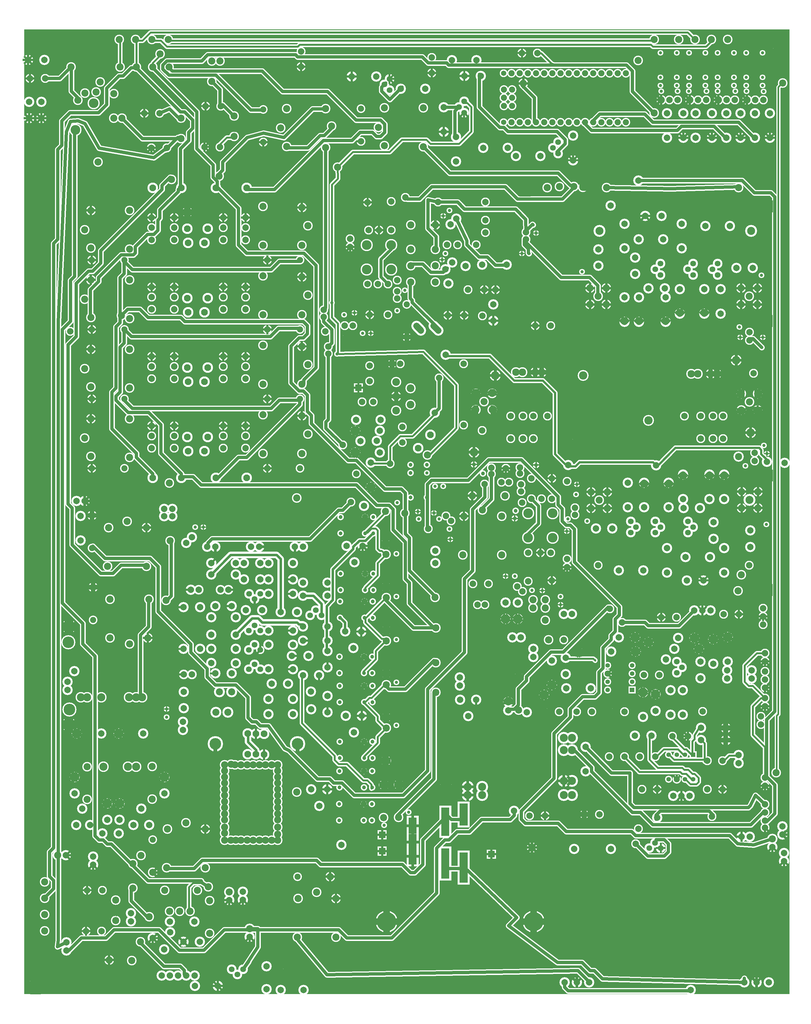
<source format=gbr>
%FSLAX34Y34*%
%MOMM*%
%LNCOPPER_TOP*%
G71*
G01*
%ADD10C,3.200*%
%ADD11C,3.000*%
%ADD12C,3.000*%
%ADD13C,2.800*%
%ADD14C,4.700*%
%ADD15C,1.800*%
%ADD16C,3.700*%
%ADD17C,7.800*%
%ADD18C,3.400*%
%ADD19C,3.100*%
%ADD20C,2.800*%
%ADD21C,2.800*%
%ADD22C,2.800*%
%ADD23C,2.600*%
%ADD24C,1.700*%
%ADD25C,1.800*%
%ADD26C,2.700*%
%ADD27C,3.200*%
%ADD28C,3.800*%
%ADD29C,3.000*%
%ADD30C,3.200*%
%ADD31C,1.400*%
%ADD32C,2.000*%
%ADD33C,1.800*%
%ADD34C,2.200*%
%ADD35C,2.700*%
%ADD36C,3.300*%
%ADD37C,2.900*%
%ADD38C,3.000*%
%ADD39C,4.800*%
%ADD40C,3.300*%
%ADD41C,3.400*%
%ADD42C,2.600*%
%ADD43C,2.000*%
%ADD44C,1.990*%
%ADD45C,1.600*%
%ADD46C,1.800*%
%ADD47C,3.300*%
%ADD48C,6.800*%
%ADD49C,4.400*%
%ADD50C,4.200*%
%ADD51C,5.200*%
%ADD52C,1.500*%
%ADD53C,2.700*%
%ADD54C,2.450*%
%ADD55C,1.300*%
%ADD56C,4.800*%
%ADD57C,0.733*%
%ADD58C,0.667*%
%ADD59C,3.345*%
%ADD60C,0.813*%
%ADD61C,6.067*%
%ADD62C,6.860*%
%ADD63C,1.403*%
%ADD64C,1.723*%
%ADD65C,1.380*%
%ADD66C,1.427*%
%ADD67C,1.033*%
%ADD68C,1.180*%
%ADD69C,1.220*%
%ADD70C,0.680*%
%ADD71C,1.447*%
%ADD72C,0.767*%
%ADD73C,1.264*%
%ADD74C,1.507*%
%ADD75C,0.646*%
%ADD76C,1.527*%
%ADD77C,1.900*%
%ADD78C,1.940*%
%ADD79C,1.408*%
%ADD80C,1.687*%
%ADD81C,2.100*%
%ADD82C,1.967*%
%ADD83C,1.200*%
%ADD84C,0.700*%
%ADD85C,0.804*%
%ADD86C,0.672*%
%ADD87C,0.960*%
%ADD88C,2.017*%
%ADD89C,1.487*%
%ADD90C,1.660*%
%ADD91C,0.833*%
%ADD92C,0.333*%
%ADD93C,2.748*%
%ADD94C,2.973*%
%ADD95C,2.200*%
%ADD96C,2.134*%
%ADD97C,3.717*%
%ADD98C,0.600*%
%ADD99C,3.419*%
%ADD100C,0.867*%
%ADD101C,0.400*%
%ADD102C,2.000*%
%ADD103C,1.800*%
%ADD104C,2.200*%
%ADD105C,4.500*%
%ADD106C,1.000*%
%ADD107C,2.500*%
%ADD108C,7.000*%
%ADD109C,2.600*%
%ADD110C,2.300*%
%ADD111C,2.000*%
%ADD112C,2.000*%
%ADD113C,0.900*%
%ADD114C,1.000*%
%ADD115C,1.900*%
%ADD116C,3.000*%
%ADD117C,2.200*%
%ADD118C,2.400*%
%ADD119C,1.200*%
%ADD120C,1.000*%
%ADD121C,1.400*%
%ADD122C,1.900*%
%ADD123C,2.100*%
%ADD124C,2.100*%
%ADD125C,2.200*%
%ADD126C,3.600*%
%ADD127C,2.100*%
%ADD128C,2.200*%
%ADD129C,0.800*%
%ADD130C,1.500*%
%ADD131C,0.790*%
%ADD132C,1.000*%
%ADD133C,6.000*%
%ADD134C,3.600*%
%ADD135C,4.000*%
%ADD136C,5.000*%
%ADD137C,1.900*%
%ADD138C,1.650*%
%ADD139C,0.500*%
%ADD140C,4.600*%
%LPD*%
G36*
X-1367473Y1293738D02*
X1012527Y1293738D01*
X1012527Y-1706262D01*
X-1367473Y-1706262D01*
X-1367473Y1293738D01*
G37*
%LPC*%
X499372Y612809D02*
G54D10*
D03*
X499422Y689059D02*
G54D10*
D03*
X418378Y609409D02*
G54D10*
D03*
X418491Y558428D02*
G54D10*
D03*
X532678Y584009D02*
G54D10*
D03*
X532790Y533028D02*
G54D10*
D03*
X499388Y384209D02*
G54D10*
D03*
X499438Y460459D02*
G54D10*
D03*
X620109Y640823D02*
G54D10*
D03*
X543859Y640873D02*
G54D10*
D03*
X545068Y460459D02*
G54D10*
D03*
X545018Y384209D02*
G54D10*
D03*
X677171Y612808D02*
G54D10*
D03*
X677221Y689058D02*
G54D10*
D03*
X574503Y488293D02*
G54D10*
D03*
X672068Y485859D02*
G54D10*
D03*
X672018Y409609D02*
G54D10*
D03*
X748268Y485859D02*
G54D10*
D03*
X748218Y409609D02*
G54D10*
D03*
X799068Y485859D02*
G54D10*
D03*
X799018Y409609D02*
G54D10*
D03*
X898539Y551904D02*
G54D10*
D03*
X847558Y551791D02*
G54D10*
D03*
X827084Y682627D02*
G54D10*
D03*
X750834Y682677D02*
G54D10*
D03*
X611743Y565234D02*
G54D11*
D03*
X595843Y547659D02*
G54D11*
D03*
X611777Y530043D02*
G54D11*
D03*
X713343Y565234D02*
G54D11*
D03*
X697443Y547659D02*
G54D11*
D03*
X713377Y530043D02*
G54D11*
D03*
X789542Y565234D02*
G54D11*
D03*
X773642Y547659D02*
G54D11*
D03*
X789578Y530043D02*
G54D11*
D03*
X392643Y489134D02*
G54D12*
D03*
X443443Y489134D02*
G54D12*
D03*
X418043Y463734D02*
G54D12*
D03*
X443443Y438334D02*
G54D12*
D03*
X392643Y438334D02*
G54D12*
D03*
X862542Y489134D02*
G54D12*
D03*
X913342Y489134D02*
G54D12*
D03*
X887942Y463734D02*
G54D12*
D03*
X913342Y438334D02*
G54D12*
D03*
X862542Y438334D02*
G54D12*
D03*
X564069Y713443D02*
G54D10*
D03*
X615049Y713556D02*
G54D10*
D03*
X499388Y384209D02*
G54D13*
D03*
X374966Y743828D02*
G54D14*
D03*
X625303Y488293D02*
G54D10*
D03*
X627618Y460459D02*
G54D10*
D03*
X627568Y384209D02*
G54D10*
D03*
X456618Y745609D02*
G54D10*
D03*
X367843Y539834D02*
G54D15*
D03*
X545018Y384209D02*
G54D13*
D03*
X627568Y384209D02*
G54D13*
D03*
X672018Y409609D02*
G54D13*
D03*
X748218Y409609D02*
G54D13*
D03*
X934799Y743034D02*
G54D14*
D03*
X374966Y385052D02*
G54D14*
D03*
X934164Y386640D02*
G54D14*
D03*
X424993Y666834D02*
G54D15*
D03*
X421817Y666834D02*
G54D16*
D03*
X893542Y666834D02*
G54D16*
D03*
X507593Y77593D02*
G54D17*
D03*
X437743Y217294D02*
G54D17*
D03*
X371068Y217293D02*
G54D18*
D03*
X574268Y77593D02*
G54D18*
D03*
X162193Y227393D02*
G54D19*
D03*
X242193Y227393D02*
G54D20*
D03*
X707193Y222393D02*
G54D20*
D03*
X787193Y222393D02*
G54D20*
D03*
X242193Y227393D02*
G54D19*
D03*
X707193Y222393D02*
G54D19*
D03*
X787193Y222393D02*
G54D12*
D03*
X182193Y227393D02*
G54D19*
D03*
X222193Y227393D02*
G54D19*
D03*
X727193Y222394D02*
G54D19*
D03*
X767193Y222393D02*
G54D19*
D03*
X37768Y111063D02*
G54D12*
D03*
X37768Y161863D02*
G54D12*
D03*
X63168Y136463D02*
G54D12*
D03*
X88568Y161864D02*
G54D12*
D03*
X88568Y111063D02*
G54D12*
D03*
X37768Y109793D02*
G54D21*
D03*
X88568Y109793D02*
G54D13*
D03*
X863268Y109793D02*
G54D12*
D03*
X863268Y160593D02*
G54D12*
D03*
X888668Y135193D02*
G54D12*
D03*
X914068Y160593D02*
G54D12*
D03*
X914068Y109793D02*
G54D12*
D03*
X863268Y109793D02*
G54D21*
D03*
X914068Y109793D02*
G54D13*
D03*
X736726Y21156D02*
G54D22*
D03*
X736726Y91006D02*
G54D22*
D03*
X806576Y21156D02*
G54D22*
D03*
X806576Y91006D02*
G54D22*
D03*
X774826Y91006D02*
G54D22*
D03*
X774826Y21156D02*
G54D22*
D03*
X806576Y21156D02*
G54D13*
D03*
X806576Y91006D02*
G54D13*
D03*
X146175Y21156D02*
G54D22*
D03*
X146175Y91006D02*
G54D22*
D03*
X216025Y21156D02*
G54D22*
D03*
X216026Y91006D02*
G54D22*
D03*
X184275Y91006D02*
G54D22*
D03*
X184275Y21156D02*
G54D22*
D03*
X216026Y21156D02*
G54D13*
D03*
X216026Y91006D02*
G54D13*
D03*
X787193Y222393D02*
G54D19*
D03*
X260476Y91006D02*
G54D21*
D03*
X685926Y91006D02*
G54D21*
D03*
X901468Y224118D02*
G54D21*
D03*
X56918Y46318D02*
G54D21*
D03*
X37768Y160593D02*
G54D13*
D03*
X88568Y160594D02*
G54D13*
D03*
X863268Y160593D02*
G54D13*
D03*
X914068Y160593D02*
G54D13*
D03*
X914068Y109793D02*
G54D13*
D03*
X374966Y-92785D02*
G54D14*
D03*
X934799Y-93578D02*
G54D14*
D03*
X374966Y-451560D02*
G54D14*
D03*
X934164Y-449972D02*
G54D14*
D03*
X888542Y-169778D02*
G54D16*
D03*
X-302057Y547294D02*
G54D23*
D03*
X-225858Y547294D02*
G54D23*
D03*
X-225857Y623494D02*
G54D23*
D03*
X-302057Y623494D02*
G54D23*
D03*
X-225945Y758517D02*
G54D22*
D03*
X-225945Y669617D02*
G54D22*
D03*
X-264045Y669617D02*
G54D22*
D03*
X-295795Y669617D02*
G54D22*
D03*
X-235588Y406727D02*
G54D22*
D03*
X-299088Y501977D02*
G54D22*
D03*
X-267338Y501977D02*
G54D22*
D03*
X-235588Y501977D02*
G54D22*
D03*
G54D24*
X-225857Y623494D02*
X-225857Y610794D01*
X-257608Y579044D01*
X-257608Y523996D01*
X-235588Y501977D01*
X-207106Y514266D02*
G54D22*
D03*
X-299088Y755977D02*
G54D22*
D03*
X-181495Y771217D02*
G54D22*
D03*
X-19067Y623528D02*
G54D22*
D03*
X38083Y623528D02*
G54D22*
D03*
X66783Y699728D02*
G54D22*
D03*
X66783Y756878D02*
G54D22*
D03*
X5733Y557904D02*
G54D10*
D03*
X-48219Y504022D02*
G54D10*
D03*
X5733Y557904D02*
G54D13*
D03*
X133508Y561956D02*
G54D10*
D03*
X57259Y562006D02*
G54D10*
D03*
X133508Y561956D02*
G54D13*
D03*
X12683Y483828D02*
G54D22*
D03*
X63483Y483828D02*
G54D22*
D03*
X63483Y483828D02*
G54D22*
D03*
X92090Y387722D02*
G54D10*
D03*
X91978Y438702D02*
G54D10*
D03*
X92090Y387722D02*
G54D10*
D03*
X66783Y661628D02*
G54D22*
D03*
X98533Y483828D02*
G54D22*
D03*
X-52087Y623528D02*
G54D22*
D03*
X-41167Y687028D02*
G54D22*
D03*
G54D25*
X-23136Y705059D02*
X9633Y636228D01*
X9633Y623528D01*
X47733Y585428D01*
X73133Y585428D01*
X98533Y560028D01*
X136633Y560028D01*
X133509Y561956D01*
X-164863Y685532D02*
G54D12*
D03*
X-88663Y685532D02*
G54D12*
D03*
X-164863Y609332D02*
G54D12*
D03*
X-164863Y558532D02*
G54D12*
D03*
X-164863Y507732D02*
G54D12*
D03*
X-88663Y609332D02*
G54D12*
D03*
X-88663Y558532D02*
G54D12*
D03*
X-88663Y507732D02*
G54D12*
D03*
X-177364Y337170D02*
G54D26*
D03*
X-177364Y438770D02*
G54D26*
D03*
X-177364Y337170D02*
G54D13*
D03*
X-88663Y685532D02*
G54D22*
D03*
X57588Y402729D02*
G54D22*
D03*
X1368Y404974D02*
G54D22*
D03*
X1368Y404974D02*
G54D22*
D03*
X-49432Y404974D02*
G54D22*
D03*
G54D25*
X-80407Y756528D02*
X-111118Y763642D01*
X-111118Y674742D01*
X-85718Y649342D01*
X-85718Y604892D01*
X-88662Y606158D01*
G54D27*
X-79248Y357252D02*
X-93390Y371394D01*
G54D27*
X-133223Y357252D02*
X-147365Y371394D01*
X-353457Y642228D02*
G54D21*
D03*
X-353457Y616828D02*
G54D21*
D03*
X-80407Y756528D02*
G54D21*
D03*
X-302058Y623494D02*
G54D28*
D03*
X-302057Y547294D02*
G54D28*
D03*
X-225858Y547294D02*
G54D28*
D03*
X-225857Y623494D02*
G54D28*
D03*
G54D25*
X-79969Y364323D02*
X-77947Y362228D01*
X-160497Y444778D01*
X-160497Y451128D01*
X-166847Y457478D01*
X-166847Y508278D01*
X-164862Y507733D01*
X276421Y-210908D02*
G54D23*
D03*
X200222Y-210908D02*
G54D23*
D03*
X200221Y-287108D02*
G54D23*
D03*
X276422Y-287108D02*
G54D23*
D03*
X200309Y-422131D02*
G54D22*
D03*
X200309Y-333231D02*
G54D22*
D03*
X238409Y-333231D02*
G54D22*
D03*
X270159Y-333231D02*
G54D22*
D03*
X273453Y-102091D02*
G54D22*
D03*
X209953Y-102091D02*
G54D22*
D03*
X273452Y-165591D02*
G54D22*
D03*
X241703Y-165591D02*
G54D22*
D03*
X209953Y-165591D02*
G54D22*
D03*
G54D24*
X200221Y-287108D02*
X200222Y-274408D01*
X231972Y-242658D01*
X231972Y-187610D01*
X209953Y-165591D01*
X181470Y-177880D02*
G54D22*
D03*
X273452Y-419591D02*
G54D22*
D03*
X321472Y-378867D02*
G54D21*
D03*
X321472Y-353467D02*
G54D21*
D03*
X321472Y-112167D02*
G54D21*
D03*
X276422Y-287108D02*
G54D28*
D03*
X276421Y-210908D02*
G54D28*
D03*
X200222Y-210908D02*
G54D28*
D03*
X200221Y-287108D02*
G54D28*
D03*
X-2787Y-340489D02*
G54D12*
D03*
X387Y-219839D02*
G54D12*
D03*
X117863Y-340489D02*
G54D12*
D03*
X117863Y-219839D02*
G54D12*
D03*
X57538Y-200376D02*
G54D12*
D03*
X387Y-219839D02*
G54D29*
D03*
X26234Y-156258D02*
G54D12*
D03*
X127834Y-156258D02*
G54D12*
D03*
X215134Y-480398D02*
G54D12*
D03*
X215134Y-505798D02*
G54D12*
D03*
X253234Y-505798D02*
G54D12*
D03*
X253234Y-543898D02*
G54D12*
D03*
X167729Y-488404D02*
G54D10*
D03*
X167842Y-539384D02*
G54D10*
D03*
X167729Y-488404D02*
G54D22*
D03*
X167841Y-539385D02*
G54D22*
D03*
X129629Y-488404D02*
G54D10*
D03*
X129741Y-539384D02*
G54D10*
D03*
X129629Y-488404D02*
G54D22*
D03*
X129741Y-539385D02*
G54D22*
D03*
X253234Y-480398D02*
G54D12*
D03*
X64201Y-120448D02*
G54D22*
D03*
X26234Y-156258D02*
G54D12*
D03*
X-165808Y178041D02*
G54D30*
D03*
X-165808Y127241D02*
G54D30*
D03*
X-210258Y152642D02*
G54D30*
D03*
X-210258Y108191D02*
G54D30*
D03*
X-210258Y197091D02*
G54D30*
D03*
X-197558Y254241D02*
G54D22*
D03*
X-222958Y254241D02*
G54D22*
D03*
X-258643Y79616D02*
G54D10*
D03*
X-334893Y79666D02*
G54D10*
D03*
X-337585Y45356D02*
G54D10*
D03*
X-261335Y45306D02*
G54D10*
D03*
X-321651Y13880D02*
G54D10*
D03*
X-270671Y13992D02*
G54D10*
D03*
X-292808Y247979D02*
G54D22*
D03*
X-292808Y200179D02*
G54D22*
D03*
X-289198Y-53646D02*
G54D10*
D03*
X-289248Y-129896D02*
G54D10*
D03*
X-229308Y-104708D02*
G54D22*
D03*
X-229308Y-56909D02*
G54D22*
D03*
X-316752Y135135D02*
G54D22*
D03*
X-281652Y135136D02*
G54D22*
D03*
X-191208Y9591D02*
G54D22*
D03*
X-191208Y57392D02*
G54D22*
D03*
X-337530Y-22291D02*
G54D10*
D03*
X-261280Y-22341D02*
G54D10*
D03*
X-90333Y101286D02*
G54D10*
D03*
X-337585Y45356D02*
G54D22*
D03*
X-337530Y-22290D02*
G54D22*
D03*
X-229308Y-104708D02*
G54D22*
D03*
X-289248Y-129896D02*
G54D22*
D03*
G54D31*
X-229308Y-63259D02*
X-228608Y-61989D01*
X-234958Y-55639D01*
X-292108Y-55638D01*
X-289198Y-53646D01*
G36*
X-313858Y193311D02*
X-313858Y165311D01*
X-341858Y165311D01*
X-341858Y193311D01*
X-313858Y193311D01*
G37*
X-115008Y-60170D02*
G54D32*
D03*
X-115008Y-85570D02*
G54D33*
D03*
X-165808Y-60171D02*
G54D33*
D03*
X-165808Y-85571D02*
G54D32*
D03*
X-115008Y-161771D02*
G54D33*
D03*
X-165808Y-161771D02*
G54D33*
D03*
X-112976Y-29405D02*
G54D12*
D03*
G54D31*
X-90333Y101286D02*
X-89608Y98579D01*
X-159458Y28729D01*
X-197558Y28729D01*
X-229308Y-3021D01*
X-229308Y-53820D01*
X-229308Y-56909D01*
X-110812Y-259379D02*
G54D21*
D03*
X-165808Y-60171D02*
G54D32*
D03*
X-115008Y-161771D02*
G54D32*
D03*
X-165808Y-161771D02*
G54D32*
D03*
G36*
X512105Y-771509D02*
X512105Y-749509D01*
X534105Y-749509D01*
X534105Y-771509D01*
X512105Y-771509D01*
G37*
X523105Y-735109D02*
G54D34*
D03*
X523105Y-709709D02*
G54D34*
D03*
X523105Y-684309D02*
G54D34*
D03*
X446906Y-684309D02*
G54D34*
D03*
X446906Y-709709D02*
G54D34*
D03*
X446906Y-735109D02*
G54D34*
D03*
X446906Y-760509D02*
G54D34*
D03*
X446906Y-709709D02*
G54D35*
D03*
X818856Y-725148D02*
G54D10*
D03*
X818856Y-699648D02*
G54D10*
D03*
X248866Y-828484D02*
G54D22*
D03*
X273761Y-744899D02*
G54D10*
D03*
X273811Y-668649D02*
G54D10*
D03*
X138569Y-823491D02*
G54D10*
D03*
X138569Y-797991D02*
G54D10*
D03*
X680826Y-761207D02*
G54D10*
D03*
X680776Y-837458D02*
G54D10*
D03*
X680826Y-761207D02*
G54D22*
D03*
X742710Y-779140D02*
G54D22*
D03*
X742710Y-826940D02*
G54D22*
D03*
X642725Y-761207D02*
G54D10*
D03*
X642676Y-837458D02*
G54D10*
D03*
X642726Y-761207D02*
G54D22*
D03*
X662381Y-707434D02*
G54D11*
D03*
X678281Y-689859D02*
G54D11*
D03*
X662346Y-672243D02*
G54D11*
D03*
X735754Y-672640D02*
G54D10*
D03*
X735866Y-723621D02*
G54D10*
D03*
X735754Y-672641D02*
G54D22*
D03*
X730824Y-632513D02*
G54D10*
D03*
X654574Y-632463D02*
G54D10*
D03*
X730824Y-632513D02*
G54D22*
D03*
X717791Y-598541D02*
G54D10*
D03*
X666811Y-598653D02*
G54D10*
D03*
X717790Y-598540D02*
G54D22*
D03*
X596054Y-774240D02*
G54D10*
D03*
X596166Y-825221D02*
G54D10*
D03*
X596054Y-774241D02*
G54D22*
D03*
X742710Y-779140D02*
G54D22*
D03*
X730824Y-632513D02*
G54D22*
D03*
X717791Y-598541D02*
G54D22*
D03*
X776076Y-602457D02*
G54D10*
D03*
X776026Y-678708D02*
G54D10*
D03*
X776076Y-602457D02*
G54D22*
D03*
X776076Y-602457D02*
G54D22*
D03*
X596054Y-774240D02*
G54D22*
D03*
X560016Y-714184D02*
G54D22*
D03*
X607816Y-714184D02*
G54D22*
D03*
X574260Y-611785D02*
G54D10*
D03*
X628142Y-665738D02*
G54D10*
D03*
X574261Y-611784D02*
G54D22*
D03*
X574261Y-611785D02*
G54D22*
D03*
X534199Y-640684D02*
G54D10*
D03*
X457949Y-640634D02*
G54D10*
D03*
X481702Y-596758D02*
G54D10*
D03*
X532682Y-596646D02*
G54D10*
D03*
X481702Y-596758D02*
G54D22*
D03*
X534199Y-640684D02*
G54D22*
D03*
X532683Y-596646D02*
G54D22*
D03*
X350466Y-828484D02*
G54D22*
D03*
X398266Y-828484D02*
G54D22*
D03*
X248866Y-828484D02*
G54D22*
D03*
X296666Y-828484D02*
G54D22*
D03*
X452066Y-828484D02*
G54D22*
D03*
X499866Y-828484D02*
G54D22*
D03*
X452066Y-828484D02*
G54D22*
D03*
X557001Y-767557D02*
G54D10*
D03*
X556951Y-843808D02*
G54D10*
D03*
X557001Y-767557D02*
G54D22*
D03*
X394499Y-754984D02*
G54D10*
D03*
X318249Y-754934D02*
G54D10*
D03*
X394499Y-754984D02*
G54D22*
D03*
X316920Y-711110D02*
G54D10*
D03*
X316808Y-660130D02*
G54D10*
D03*
X316920Y-711110D02*
G54D22*
D03*
X316808Y-660129D02*
G54D22*
D03*
X357181Y-642234D02*
G54D22*
D03*
X263165Y-604816D02*
G54D22*
D03*
X310965Y-604816D02*
G54D22*
D03*
X273761Y-744899D02*
G54D22*
D03*
X249643Y-775696D02*
G54D10*
D03*
X195691Y-829578D02*
G54D10*
D03*
X249643Y-775697D02*
G54D22*
D03*
X820467Y-596203D02*
G54D22*
D03*
X263165Y-604816D02*
G54D12*
D03*
X170291Y-721628D02*
G54D12*
D03*
X170290Y-823228D02*
G54D12*
D03*
X170291Y-721628D02*
G54D12*
D03*
X138569Y-797991D02*
G54D12*
D03*
X820467Y-596203D02*
G54D10*
D03*
X820417Y-672453D02*
G54D10*
D03*
X820468Y-596203D02*
G54D22*
D03*
G54D31*
X408113Y-667218D02*
X408381Y-669334D01*
X402031Y-662984D01*
X319481Y-662984D01*
X316808Y-660129D01*
X820467Y-596203D02*
G54D22*
D03*
X776076Y-602457D02*
G54D22*
D03*
X717791Y-598541D02*
G54D22*
D03*
X730824Y-632513D02*
G54D22*
D03*
X574260Y-611785D02*
G54D22*
D03*
X534199Y-640684D02*
G54D22*
D03*
X532683Y-596646D02*
G54D22*
D03*
X742710Y-779140D02*
G54D22*
D03*
X357181Y-642234D02*
G54D22*
D03*
X452066Y-828484D02*
G54D22*
D03*
X248866Y-828484D02*
G54D22*
D03*
X249643Y-775697D02*
G54D22*
D03*
X273761Y-744899D02*
G54D22*
D03*
X170291Y-721628D02*
G54D22*
D03*
X895106Y-725198D02*
G54D10*
D03*
X818856Y-725148D02*
G54D10*
D03*
X895105Y-699698D02*
G54D10*
D03*
X818856Y-699648D02*
G54D10*
D03*
X-900799Y-8858D02*
G54D22*
D03*
X-970649Y-8858D02*
G54D22*
D03*
X-900799Y60992D02*
G54D22*
D03*
X-970649Y60992D02*
G54D22*
D03*
X-970649Y29242D02*
G54D22*
D03*
X-900799Y29242D02*
G54D22*
D03*
X-857390Y-17629D02*
G54D36*
D03*
X-806410Y-17517D02*
G54D36*
D03*
X-678549Y-8858D02*
G54D22*
D03*
X-748399Y-8858D02*
G54D22*
D03*
X-678549Y60992D02*
G54D22*
D03*
X-748399Y60992D02*
G54D22*
D03*
X-748399Y29242D02*
G54D22*
D03*
X-678549Y29242D02*
G54D22*
D03*
X-796326Y26469D02*
G54D10*
D03*
X-796439Y77449D02*
G54D10*
D03*
X-859826Y26469D02*
G54D10*
D03*
X-859939Y77449D02*
G54D10*
D03*
X-678550Y60992D02*
G54D13*
D03*
X-748399Y60992D02*
G54D13*
D03*
X-796438Y77450D02*
G54D37*
D03*
X-859939Y77450D02*
G54D13*
D03*
X-900799Y60992D02*
G54D13*
D03*
X-970649Y60992D02*
G54D13*
D03*
X-859826Y26469D02*
G54D36*
D03*
X-859939Y77449D02*
G54D36*
D03*
X-796439Y77449D02*
G54D36*
D03*
X-796326Y26469D02*
G54D36*
D03*
X-624336Y95434D02*
G54D12*
D03*
X-503686Y92260D02*
G54D12*
D03*
X-624336Y-25216D02*
G54D12*
D03*
X-503686Y-25216D02*
G54D12*
D03*
X-484874Y35109D02*
G54D12*
D03*
X-610829Y-71496D02*
G54D26*
D03*
X-509229Y-71495D02*
G54D26*
D03*
X-503686Y92260D02*
G54D12*
D03*
X-1039330Y-37304D02*
G54D12*
D03*
X-1159980Y-34130D02*
G54D12*
D03*
X-1039330Y83346D02*
G54D12*
D03*
X-1159980Y83346D02*
G54D12*
D03*
X-1178793Y23021D02*
G54D12*
D03*
X-1159980Y-34130D02*
G54D12*
D03*
X-1159980Y83346D02*
G54D12*
D03*
X-1156929Y-71496D02*
G54D26*
D03*
X-1055329Y-71495D02*
G54D26*
D03*
X-610829Y-71496D02*
G54D22*
D03*
X-1156929Y-71496D02*
G54D22*
D03*
X-900799Y207042D02*
G54D22*
D03*
X-970649Y207042D02*
G54D22*
D03*
X-900799Y276892D02*
G54D22*
D03*
X-970649Y276892D02*
G54D22*
D03*
X-970649Y245142D02*
G54D22*
D03*
X-900799Y245142D02*
G54D22*
D03*
X-857390Y198271D02*
G54D36*
D03*
X-806410Y198383D02*
G54D36*
D03*
X-678549Y207042D02*
G54D22*
D03*
X-748399Y207042D02*
G54D22*
D03*
X-678549Y276892D02*
G54D22*
D03*
X-748399Y276892D02*
G54D22*
D03*
X-748399Y245142D02*
G54D22*
D03*
X-678549Y245142D02*
G54D22*
D03*
X-796326Y242369D02*
G54D10*
D03*
X-796439Y293350D02*
G54D10*
D03*
X-859826Y242369D02*
G54D10*
D03*
X-859939Y293349D02*
G54D10*
D03*
X-678550Y276892D02*
G54D13*
D03*
X-748399Y276892D02*
G54D13*
D03*
X-796438Y293350D02*
G54D37*
D03*
X-859939Y293350D02*
G54D13*
D03*
X-900799Y276892D02*
G54D13*
D03*
X-970649Y276892D02*
G54D13*
D03*
X-859826Y242369D02*
G54D36*
D03*
X-859939Y293349D02*
G54D36*
D03*
X-796439Y293350D02*
G54D36*
D03*
X-796326Y242369D02*
G54D36*
D03*
X-624336Y311334D02*
G54D12*
D03*
X-503686Y308160D02*
G54D12*
D03*
X-624336Y190684D02*
G54D12*
D03*
X-503686Y190684D02*
G54D12*
D03*
X-484874Y251009D02*
G54D12*
D03*
X-610829Y144404D02*
G54D26*
D03*
X-509229Y144405D02*
G54D26*
D03*
X-503686Y308160D02*
G54D12*
D03*
X-1039330Y178596D02*
G54D12*
D03*
X-1159980Y181770D02*
G54D12*
D03*
X-1039330Y299246D02*
G54D12*
D03*
X-1159980Y299246D02*
G54D12*
D03*
X-1178793Y238921D02*
G54D12*
D03*
X-1159980Y181769D02*
G54D12*
D03*
X-1159980Y299246D02*
G54D12*
D03*
X-1156929Y144404D02*
G54D26*
D03*
X-1055329Y144405D02*
G54D26*
D03*
X-610829Y144404D02*
G54D22*
D03*
X-1156929Y144404D02*
G54D22*
D03*
X-900799Y422942D02*
G54D22*
D03*
X-970649Y422942D02*
G54D22*
D03*
X-900799Y492792D02*
G54D22*
D03*
X-970649Y492792D02*
G54D22*
D03*
X-970649Y461042D02*
G54D22*
D03*
X-900799Y461042D02*
G54D22*
D03*
X-857390Y414171D02*
G54D36*
D03*
X-806410Y414283D02*
G54D36*
D03*
X-678549Y422942D02*
G54D22*
D03*
X-748399Y422942D02*
G54D22*
D03*
X-678549Y492792D02*
G54D22*
D03*
X-748399Y492792D02*
G54D22*
D03*
X-748399Y461042D02*
G54D22*
D03*
X-678549Y461042D02*
G54D22*
D03*
X-796326Y458269D02*
G54D10*
D03*
X-796439Y509250D02*
G54D10*
D03*
X-859826Y458269D02*
G54D10*
D03*
X-859939Y509250D02*
G54D10*
D03*
X-678550Y492792D02*
G54D13*
D03*
X-748399Y492792D02*
G54D13*
D03*
X-796438Y509250D02*
G54D37*
D03*
X-859939Y509250D02*
G54D13*
D03*
X-900799Y492792D02*
G54D13*
D03*
X-970649Y492792D02*
G54D13*
D03*
X-859826Y458269D02*
G54D36*
D03*
X-859939Y509250D02*
G54D36*
D03*
X-796439Y509250D02*
G54D36*
D03*
X-796326Y458269D02*
G54D36*
D03*
X-624336Y527234D02*
G54D12*
D03*
X-503686Y524060D02*
G54D12*
D03*
X-624336Y406584D02*
G54D12*
D03*
X-503686Y406584D02*
G54D12*
D03*
X-484874Y466909D02*
G54D12*
D03*
X-610829Y360304D02*
G54D26*
D03*
X-509229Y360304D02*
G54D26*
D03*
X-503686Y524060D02*
G54D12*
D03*
X-1039330Y394496D02*
G54D12*
D03*
X-1159980Y397670D02*
G54D12*
D03*
X-1039330Y515146D02*
G54D12*
D03*
X-1159980Y515146D02*
G54D12*
D03*
X-1178793Y454821D02*
G54D12*
D03*
X-1159980Y397670D02*
G54D12*
D03*
X-1159980Y515146D02*
G54D12*
D03*
X-1156929Y360304D02*
G54D26*
D03*
X-1055329Y360304D02*
G54D26*
D03*
X-610829Y360304D02*
G54D22*
D03*
X-1156929Y360304D02*
G54D22*
D03*
X-900799Y638842D02*
G54D22*
D03*
X-970649Y638842D02*
G54D22*
D03*
X-900799Y708692D02*
G54D22*
D03*
X-970649Y708692D02*
G54D22*
D03*
X-970649Y676942D02*
G54D22*
D03*
X-900799Y676942D02*
G54D22*
D03*
X-857390Y630071D02*
G54D36*
D03*
X-806410Y630183D02*
G54D36*
D03*
X-678549Y638842D02*
G54D22*
D03*
X-748399Y638842D02*
G54D22*
D03*
X-678549Y708692D02*
G54D22*
D03*
X-748399Y708692D02*
G54D22*
D03*
X-748399Y676942D02*
G54D22*
D03*
X-678549Y676942D02*
G54D22*
D03*
X-796326Y674169D02*
G54D10*
D03*
X-796439Y725150D02*
G54D10*
D03*
X-859826Y674169D02*
G54D10*
D03*
X-859939Y725149D02*
G54D10*
D03*
X-678550Y708692D02*
G54D13*
D03*
X-748399Y708692D02*
G54D13*
D03*
X-796438Y725150D02*
G54D37*
D03*
X-859939Y725150D02*
G54D13*
D03*
X-900799Y708692D02*
G54D13*
D03*
X-970649Y708692D02*
G54D13*
D03*
X-859826Y674169D02*
G54D36*
D03*
X-859939Y725149D02*
G54D36*
D03*
X-796439Y725149D02*
G54D36*
D03*
X-796326Y674169D02*
G54D36*
D03*
X-624336Y743134D02*
G54D12*
D03*
X-503686Y739960D02*
G54D12*
D03*
X-624336Y622484D02*
G54D12*
D03*
X-503686Y622484D02*
G54D12*
D03*
X-484874Y682809D02*
G54D12*
D03*
X-610829Y576204D02*
G54D26*
D03*
X-509229Y576204D02*
G54D26*
D03*
X-503686Y739960D02*
G54D12*
D03*
X-1039330Y610396D02*
G54D12*
D03*
X-1159980Y613570D02*
G54D12*
D03*
X-1039330Y731046D02*
G54D12*
D03*
X-1159980Y731046D02*
G54D12*
D03*
X-1178793Y670721D02*
G54D12*
D03*
X-1159980Y613570D02*
G54D12*
D03*
X-1159980Y731046D02*
G54D12*
D03*
X-1156929Y576204D02*
G54D26*
D03*
X-1055329Y576204D02*
G54D26*
D03*
X-610829Y576204D02*
G54D22*
D03*
X-1156929Y576204D02*
G54D22*
D03*
X-675675Y-100531D02*
G54D36*
D03*
X-675675Y-100531D02*
G54D36*
D03*
X-770925Y-100531D02*
G54D36*
D03*
X-770925Y-100531D02*
G54D36*
D03*
X-878875Y-100531D02*
G54D36*
D03*
X-878875Y-100531D02*
G54D36*
D03*
X-967775Y-100531D02*
G54D36*
D03*
X-967775Y-100531D02*
G54D36*
D03*
G54D25*
X-770925Y-100530D02*
X-764576Y-100532D01*
X-701076Y-37032D01*
X-675676Y-37032D01*
X-510576Y128068D01*
X-510576Y140768D01*
X-509229Y144404D01*
G54D25*
X-1055329Y144404D02*
X-1056676Y140768D01*
X-1031276Y115368D01*
X-599476Y115368D01*
X-574076Y140768D01*
X-510576Y140768D01*
X-509229Y144404D01*
G54D25*
X-878875Y-100530D02*
X-878876Y-100532D01*
X-878876Y-87832D01*
X-942376Y-24332D01*
X-942376Y64568D01*
X-980476Y102668D01*
X-1043976Y102668D01*
X-1082076Y140768D01*
X-1082076Y153468D01*
X-1069376Y166168D01*
X-1069376Y305868D01*
X-1056676Y318568D01*
X-1056676Y356668D01*
X-1055329Y360304D01*
G54D25*
X-967775Y-100530D02*
X-967776Y-100532D01*
X-967776Y-87832D01*
X-1018576Y-37032D01*
X-1018576Y-24332D01*
X-1094776Y51868D01*
X-1094776Y166168D01*
X-1082076Y178868D01*
X-1082076Y369368D01*
X-1069376Y382068D01*
X-1069376Y521768D01*
X-1056676Y534468D01*
X-1056676Y572568D01*
X-1055329Y576204D01*
G54D25*
X-1055329Y576204D02*
X-1056676Y572568D01*
X-1031276Y547168D01*
X-599476Y547168D01*
X-574076Y572568D01*
X-510576Y572568D01*
X-509229Y576204D01*
X-675675Y801169D02*
G54D36*
D03*
X-675675Y801169D02*
G54D36*
D03*
X-770925Y801169D02*
G54D36*
D03*
X-770925Y801169D02*
G54D36*
D03*
X-878875Y801169D02*
G54D36*
D03*
X-878875Y801169D02*
G54D36*
D03*
X-967775Y801169D02*
G54D36*
D03*
X-967775Y801169D02*
G54D36*
D03*
G54D25*
X-770925Y801170D02*
X-764576Y801168D01*
X-701076Y737668D01*
X-701076Y623368D01*
X-675676Y597968D01*
X-497876Y597968D01*
X-459776Y559868D01*
X-459776Y242368D01*
X-497876Y204268D01*
X-497876Y191568D01*
X-503686Y190684D01*
X-1224411Y354639D02*
G54D21*
D03*
X-430661Y354639D02*
G54D21*
D03*
X181292Y324728D02*
G54D14*
D03*
X190816Y797802D02*
G54D14*
D03*
X190816Y797803D02*
G54D14*
D03*
X-358458Y324728D02*
G54D14*
D03*
X-371158Y794628D02*
G54D14*
D03*
X-979512Y-478047D02*
G54D12*
D03*
X-982686Y-598697D02*
G54D12*
D03*
X-1100162Y-478047D02*
G54D12*
D03*
X-1100162Y-598697D02*
G54D12*
D03*
X-1039836Y-617510D02*
G54D12*
D03*
X-1107711Y-376178D02*
G54D12*
D03*
X-1104537Y-255528D02*
G54D12*
D03*
X-987062Y-376178D02*
G54D12*
D03*
X-987062Y-255528D02*
G54D12*
D03*
X-1047386Y-236240D02*
G54D12*
D03*
X-1152791Y-440754D02*
G54D26*
D03*
X-1152791Y-542354D02*
G54D26*
D03*
X-1152791Y-440754D02*
G54D22*
D03*
X-1152791Y-440754D02*
G54D12*
D03*
X-1156589Y-217558D02*
G54D26*
D03*
X-1156588Y-319159D02*
G54D26*
D03*
X-1156589Y-217558D02*
G54D22*
D03*
X-1156589Y-217558D02*
G54D12*
D03*
X-982686Y-598697D02*
G54D12*
D03*
X-987062Y-255528D02*
G54D12*
D03*
X-1104538Y-255528D02*
G54D12*
D03*
X-987062Y-255528D02*
G54D12*
D03*
X-1008301Y-169778D02*
G54D14*
D03*
X-55801Y-169778D02*
G54D14*
D03*
X-1008301Y-1068303D02*
G54D14*
D03*
X-55801Y-1071478D02*
G54D14*
D03*
X28254Y-430098D02*
G54D22*
D03*
X76054Y-430098D02*
G54D22*
D03*
X28254Y-430097D02*
G54D22*
D03*
X924150Y-842538D02*
G54D21*
D03*
X936850Y-645688D02*
G54D21*
D03*
X936851Y-671088D02*
G54D21*
D03*
X936850Y-1033038D02*
G54D21*
D03*
X936851Y-1058438D02*
G54D21*
D03*
X936850Y-785388D02*
G54D21*
D03*
X936851Y-810788D02*
G54D21*
D03*
G54D31*
X936851Y-785388D02*
X898751Y-747288D01*
X886051Y-747288D01*
X873351Y-734588D01*
X873351Y-683788D01*
X911451Y-645688D01*
X936851Y-645688D01*
G54D31*
X936851Y-785388D02*
X924151Y-785388D01*
X898751Y-810788D01*
X898751Y-899688D01*
X936851Y-937788D01*
X936851Y-1026688D01*
X936851Y-1033038D01*
X-89768Y-472279D02*
G54D38*
D03*
X-86593Y-567529D02*
G54D38*
D03*
X-86593Y-675479D02*
G54D38*
D03*
X-86593Y-767554D02*
G54D38*
D03*
X-517162Y-928017D02*
G54D39*
D03*
X-772862Y-928117D02*
G54D39*
D03*
X-672138Y-896192D02*
G54D40*
D03*
X-646762Y-896317D02*
G54D40*
D03*
X-621319Y-896292D02*
G54D40*
D03*
X-424057Y-829933D02*
G54D10*
D03*
X-424232Y-778941D02*
G54D10*
D03*
X-721988Y-766067D02*
G54D41*
D03*
X-771388Y-830167D02*
G54D41*
D03*
X-733388Y-830167D02*
G54D41*
D03*
X-760088Y-766067D02*
G54D41*
D03*
X-871262Y-816917D02*
G54D10*
D03*
X-871387Y-766000D02*
G54D10*
D03*
X-607737Y-788342D02*
G54D10*
D03*
X-531488Y-788392D02*
G54D10*
D03*
X-873837Y-885042D02*
G54D10*
D03*
X-873838Y-859542D02*
G54D10*
D03*
X-607738Y-835967D02*
G54D10*
D03*
X-531488Y-836017D02*
G54D10*
D03*
X-633138Y-416867D02*
G54D10*
D03*
X-684054Y-416992D02*
G54D10*
D03*
X-668062Y-461317D02*
G54D11*
D03*
X-650488Y-477217D02*
G54D11*
D03*
X-632872Y-461282D02*
G54D11*
D03*
X-661712Y-315267D02*
G54D10*
D03*
X-636288Y-315217D02*
G54D10*
D03*
X-607738Y-461317D02*
G54D10*
D03*
X-531562Y-461317D02*
G54D10*
D03*
X-785538Y-400992D02*
G54D10*
D03*
X-709288Y-401042D02*
G54D10*
D03*
X-626788Y-512117D02*
G54D10*
D03*
X-677704Y-512242D02*
G54D10*
D03*
X-633138Y-575617D02*
G54D11*
D03*
X-650738Y-559717D02*
G54D11*
D03*
X-668328Y-575652D02*
G54D11*
D03*
X-632762Y-636017D02*
G54D42*
D03*
X-650738Y-620042D02*
G54D11*
D03*
X-668328Y-635977D02*
G54D11*
D03*
X-607738Y-575617D02*
G54D10*
D03*
X-531562Y-575617D02*
G54D10*
D03*
X-633138Y-696317D02*
G54D11*
D03*
X-650738Y-680367D02*
G54D11*
D03*
X-668328Y-696302D02*
G54D11*
D03*
X-785538Y-632767D02*
G54D10*
D03*
X-709288Y-632817D02*
G54D10*
D03*
X-785329Y-676946D02*
G54D10*
D03*
X-709079Y-676996D02*
G54D10*
D03*
X-607738Y-696267D02*
G54D10*
D03*
X-531463Y-696317D02*
G54D10*
D03*
X-546416Y-741057D02*
G54D10*
D03*
X-597333Y-741182D02*
G54D10*
D03*
X-607738Y-620067D02*
G54D10*
D03*
X-531488Y-620117D02*
G54D10*
D03*
X-450462Y-714917D02*
G54D30*
D03*
X-475446Y-765849D02*
G54D30*
D03*
X-500345Y-714802D02*
G54D30*
D03*
X-442638Y-527992D02*
G54D11*
D03*
X-460438Y-512192D02*
G54D11*
D03*
X-477828Y-528027D02*
G54D11*
D03*
X-798238Y-315267D02*
G54D10*
D03*
X-772663Y-315317D02*
G54D10*
D03*
X-499788Y-426392D02*
G54D10*
D03*
X-423538Y-426442D02*
G54D10*
D03*
X-499788Y-467667D02*
G54D10*
D03*
X-423538Y-467717D02*
G54D10*
D03*
X-518838Y-518467D02*
G54D10*
D03*
X-569754Y-518592D02*
G54D10*
D03*
G54D43*
X-442638Y-527992D02*
X-442638Y-493067D01*
X-468038Y-467667D01*
X-499788Y-467667D01*
X-499788Y-562917D02*
G54D10*
D03*
X-423538Y-562967D02*
G54D10*
D03*
X-423638Y-689942D02*
G54D10*
D03*
X-423750Y-638962D02*
G54D10*
D03*
X-423588Y-607367D02*
G54D10*
D03*
X-499862Y-607317D02*
G54D10*
D03*
X-848988Y-448592D02*
G54D10*
D03*
X-824125Y-448904D02*
G54D11*
D03*
X-820463Y-632767D02*
G54D10*
D03*
X-871438Y-632917D02*
G54D10*
D03*
X-785538Y-588317D02*
G54D10*
D03*
X-709288Y-588367D02*
G54D10*
D03*
G54D43*
X-499788Y-556567D02*
X-512488Y-556567D01*
X-518838Y-550217D01*
X-626788Y-550217D01*
X-639488Y-537517D01*
X-658538Y-537517D01*
X-671237Y-550217D01*
X-709338Y-588317D01*
X-722038Y-708967D02*
G54D10*
D03*
X-773012Y-709117D02*
G54D10*
D03*
X-845438Y-712117D02*
G54D11*
D03*
X-870738Y-711817D02*
G54D11*
D03*
X-820463Y-502592D02*
G54D10*
D03*
X-871438Y-502692D02*
G54D10*
D03*
X-499788Y-315267D02*
G54D10*
D03*
X-525262Y-315267D02*
G54D10*
D03*
X-785538Y-534342D02*
G54D10*
D03*
X-709288Y-534392D02*
G54D10*
D03*
X-722062Y-499392D02*
G54D10*
D03*
X-772962Y-499592D02*
G54D10*
D03*
X-756962Y-448617D02*
G54D11*
D03*
X-732062Y-448917D02*
G54D11*
D03*
X-607738Y-416867D02*
G54D10*
D03*
X-531562Y-416867D02*
G54D10*
D03*
X-607738Y-366067D02*
G54D10*
D03*
X-531562Y-366017D02*
G54D10*
D03*
X-785562Y-366017D02*
G54D10*
D03*
X-709362Y-366017D02*
G54D10*
D03*
X-633138Y-366067D02*
G54D10*
D03*
X-684054Y-366192D02*
G54D10*
D03*
G54D43*
X-569638Y-518467D02*
X-569638Y-353367D01*
X-582338Y-340667D01*
X-725212Y-340667D01*
X-785538Y-400992D01*
X-534438Y-654682D02*
G54D10*
D03*
X-483457Y-654570D02*
G54D10*
D03*
X-474338Y-820142D02*
G54D10*
D03*
X-621262Y-960617D02*
G54D40*
D03*
X-646562Y-960417D02*
G54D40*
D03*
X-672050Y-960486D02*
G54D40*
D03*
G54D44*
X-671238Y-896292D02*
X-671237Y-921692D01*
X-645838Y-947092D01*
X-645838Y-959792D01*
X-284012Y-971928D02*
G54D33*
D03*
X-309412Y-971928D02*
G54D33*
D03*
X-284012Y-921128D02*
G54D33*
D03*
X-309412Y-921128D02*
G54D33*
D03*
X-385612Y-971928D02*
G54D32*
D03*
X-385613Y-921128D02*
G54D33*
D03*
X-241404Y-980812D02*
G54D12*
D03*
X-241404Y-879212D02*
G54D12*
D03*
X-243388Y-980812D02*
G54D12*
D03*
X-284012Y-798494D02*
G54D33*
D03*
X-309412Y-798493D02*
G54D33*
D03*
X-284012Y-747694D02*
G54D33*
D03*
X-309412Y-747694D02*
G54D33*
D03*
X-385613Y-798494D02*
G54D33*
D03*
X-385613Y-747694D02*
G54D33*
D03*
X-317113Y-841123D02*
G54D30*
D03*
X-342096Y-892056D02*
G54D30*
D03*
X-366995Y-841009D02*
G54D30*
D03*
X-281631Y-449243D02*
G54D33*
D03*
X-307031Y-449244D02*
G54D33*
D03*
X-281631Y-398444D02*
G54D33*
D03*
X-307031Y-398444D02*
G54D33*
D03*
X-383231Y-449244D02*
G54D33*
D03*
X-383231Y-398444D02*
G54D33*
D03*
X-281631Y-273825D02*
G54D33*
D03*
X-307031Y-273825D02*
G54D33*
D03*
X-281631Y-223024D02*
G54D33*
D03*
X-307031Y-223025D02*
G54D33*
D03*
X-383231Y-273824D02*
G54D33*
D03*
X-383231Y-223025D02*
G54D33*
D03*
X-314731Y-312486D02*
G54D30*
D03*
X-339715Y-363418D02*
G54D30*
D03*
X-364614Y-312372D02*
G54D30*
D03*
X-318700Y-578789D02*
G54D30*
D03*
X-343684Y-629721D02*
G54D30*
D03*
X-368583Y-578674D02*
G54D30*
D03*
X-283219Y-535762D02*
G54D33*
D03*
X-308619Y-535762D02*
G54D33*
D03*
X-283219Y-484962D02*
G54D33*
D03*
X-308619Y-484962D02*
G54D33*
D03*
X-384819Y-535762D02*
G54D33*
D03*
X-384819Y-484962D02*
G54D33*
D03*
X-284806Y-708006D02*
G54D33*
D03*
X-310206Y-708006D02*
G54D33*
D03*
X-284806Y-657206D02*
G54D33*
D03*
X-310206Y-657206D02*
G54D33*
D03*
X-386406Y-708006D02*
G54D33*
D03*
X-386406Y-657206D02*
G54D33*
D03*
G54D45*
X-281632Y-273825D02*
X-280712Y-270817D01*
X-306112Y-296217D01*
X-325162Y-296217D01*
X-344212Y-315267D01*
X-344212Y-321617D01*
X-407712Y-385117D01*
X-407712Y-480367D01*
X-426763Y-499417D01*
X-426762Y-639117D01*
X-423750Y-638961D01*
G54D45*
X-384818Y-535762D02*
X-382312Y-537517D01*
X-369612Y-550217D01*
X-369612Y-575617D01*
X-368582Y-578675D01*
X-241404Y-845477D02*
G54D12*
D03*
X-241404Y-743877D02*
G54D12*
D03*
X-241404Y-845477D02*
G54D12*
D03*
X-241007Y-709349D02*
G54D12*
D03*
X-241007Y-607749D02*
G54D12*
D03*
X-241007Y-709349D02*
G54D12*
D03*
X-241007Y-574808D02*
G54D12*
D03*
X-241007Y-473208D02*
G54D12*
D03*
X-241007Y-574808D02*
G54D12*
D03*
X-242198Y-440268D02*
G54D12*
D03*
X-242198Y-338668D02*
G54D12*
D03*
X-242198Y-440268D02*
G54D12*
D03*
X-243785Y-306918D02*
G54D12*
D03*
X-243785Y-205318D02*
G54D12*
D03*
X-243785Y-306918D02*
G54D12*
D03*
G54D31*
X-241404Y-879211D02*
X-242612Y-880417D01*
X-268012Y-905817D01*
X-268012Y-924867D01*
X-312462Y-969317D01*
X-309412Y-971928D01*
G54D31*
X-241403Y-743877D02*
X-242612Y-740717D01*
X-287062Y-785167D01*
X-293412Y-785167D01*
X-306112Y-797867D01*
X-312462Y-797867D01*
X-309412Y-798493D01*
G54D31*
X-241006Y-607749D02*
X-242612Y-607367D01*
X-274363Y-639117D01*
X-274362Y-664517D01*
X-312462Y-702617D01*
X-312462Y-708967D01*
X-310206Y-708006D01*
G54D31*
X-241007Y-473208D02*
X-242612Y-474017D01*
X-306112Y-537517D01*
X-308618Y-535762D01*
G54D31*
X-242198Y-338668D02*
X-242612Y-340667D01*
X-268013Y-366067D01*
X-268012Y-404167D01*
X-306112Y-442267D01*
X-306112Y-448617D01*
X-307032Y-449243D01*
G54D31*
X-243784Y-205318D02*
X-242612Y-207317D01*
X-306112Y-270817D01*
X-307032Y-273825D01*
G54D31*
X-309412Y-798493D02*
X-312462Y-797867D01*
X-268012Y-842317D01*
X-268012Y-855017D01*
X-242612Y-880417D01*
X-241404Y-879211D01*
G54D31*
X-241006Y-607749D02*
X-242612Y-607367D01*
X-248962Y-601017D01*
X-255312Y-601017D01*
X-306112Y-550217D01*
X-306112Y-537517D01*
X-308618Y-535762D01*
G54D31*
X-242198Y-338668D02*
X-242612Y-340667D01*
X-255312Y-327967D01*
X-261662Y-327967D01*
X-268012Y-321617D01*
X-268012Y-264467D01*
X-274362Y-258117D01*
X-287062Y-258117D01*
X-299762Y-270817D01*
X-306112Y-270817D01*
X-307032Y-273825D01*
X-385613Y-921128D02*
G54D32*
D03*
X-309412Y-971928D02*
G54D32*
D03*
X-284012Y-971928D02*
G54D32*
D03*
X-309412Y-921128D02*
G54D32*
D03*
X-284012Y-921128D02*
G54D32*
D03*
X-385613Y-798494D02*
G54D32*
D03*
X-385613Y-747694D02*
G54D32*
D03*
X-309412Y-798493D02*
G54D32*
D03*
X-284012Y-798494D02*
G54D32*
D03*
X-284012Y-747694D02*
G54D32*
D03*
X-309412Y-747694D02*
G54D32*
D03*
X-310206Y-708006D02*
G54D32*
D03*
X-284806Y-708006D02*
G54D32*
D03*
X-284806Y-657206D02*
G54D32*
D03*
X-310206Y-657206D02*
G54D32*
D03*
X-386406Y-708006D02*
G54D32*
D03*
X-386406Y-657206D02*
G54D32*
D03*
X-384819Y-535762D02*
G54D32*
D03*
X-308619Y-535762D02*
G54D32*
D03*
X-384819Y-484962D02*
G54D32*
D03*
X-308619Y-484962D02*
G54D32*
D03*
X-283219Y-484962D02*
G54D32*
D03*
X-283219Y-535762D02*
G54D32*
D03*
X-383231Y-449244D02*
G54D32*
D03*
X-383231Y-398444D02*
G54D32*
D03*
X-307031Y-449244D02*
G54D32*
D03*
X-281631Y-449243D02*
G54D32*
D03*
X-281631Y-398444D02*
G54D32*
D03*
X-307031Y-398444D02*
G54D32*
D03*
X-383231Y-273824D02*
G54D32*
D03*
X-383231Y-223025D02*
G54D32*
D03*
X-307031Y-273825D02*
G54D32*
D03*
X-281631Y-273825D02*
G54D32*
D03*
X-281631Y-223024D02*
G54D32*
D03*
X-307031Y-223025D02*
G54D32*
D03*
X-318700Y-578789D02*
G54D30*
D03*
X-314732Y-312486D02*
G54D30*
D03*
X-285997Y-1165601D02*
G54D33*
D03*
X-311397Y-1165601D02*
G54D33*
D03*
X-285997Y-1114801D02*
G54D33*
D03*
X-311397Y-1114801D02*
G54D33*
D03*
X-387597Y-1165601D02*
G54D32*
D03*
X-387597Y-1114801D02*
G54D33*
D03*
X-387597Y-1114801D02*
G54D32*
D03*
X-311397Y-1165601D02*
G54D32*
D03*
X-285997Y-1165601D02*
G54D32*
D03*
X-311397Y-1114801D02*
G54D32*
D03*
X-285997Y-1114801D02*
G54D32*
D03*
X-424666Y-1069723D02*
G54D30*
D03*
X-449649Y-1120656D02*
G54D30*
D03*
X-474548Y-1069609D02*
G54D30*
D03*
X-249249Y-1056112D02*
G54D12*
D03*
X-249250Y-1157711D02*
G54D12*
D03*
X-247265Y-1056111D02*
G54D12*
D03*
X-203211Y-1054921D02*
G54D12*
D03*
X-203211Y-1156521D02*
G54D12*
D03*
X-201227Y-1054921D02*
G54D12*
D03*
X-285204Y-1063207D02*
G54D33*
D03*
X-310604Y-1063207D02*
G54D33*
D03*
X-285204Y-1012407D02*
G54D33*
D03*
X-310604Y-1012407D02*
G54D33*
D03*
X-386804Y-1063208D02*
G54D32*
D03*
X-386804Y-1012407D02*
G54D33*
D03*
X-386804Y-1012407D02*
G54D32*
D03*
X-310604Y-1063207D02*
G54D32*
D03*
X-285204Y-1063207D02*
G54D32*
D03*
X-310604Y-1012407D02*
G54D32*
D03*
X-285204Y-1012407D02*
G54D32*
D03*
G54D31*
X-285203Y-1063208D02*
X-287856Y-1066948D01*
X-287856Y-1054248D01*
X-300556Y-1041548D01*
X-313256Y-1041548D01*
X-364056Y-990748D01*
X-389456Y-990748D01*
X-402156Y-978048D01*
X-402156Y-965348D01*
X-503756Y-863748D01*
X-503756Y-711348D01*
X-500345Y-714802D01*
X-519703Y-163285D02*
G54D38*
D03*
X-519703Y-1077685D02*
G54D38*
D03*
X-712068Y-992979D02*
G54D12*
D03*
X-578718Y-1126329D02*
G54D12*
D03*
X-578718Y-1107279D02*
G54D12*
D03*
X-578718Y-1088229D02*
G54D12*
D03*
X-578718Y-1069179D02*
G54D12*
D03*
X-578718Y-1050129D02*
G54D12*
D03*
X-578718Y-1031079D02*
G54D12*
D03*
X-578718Y-1012029D02*
G54D12*
D03*
X-578718Y-992979D02*
G54D12*
D03*
X-578718Y-1145379D02*
G54D12*
D03*
X-578718Y-1164429D02*
G54D12*
D03*
X-578718Y-1164429D02*
G54D12*
D03*
X-673968Y-992979D02*
G54D12*
D03*
X-654918Y-992979D02*
G54D12*
D03*
X-635868Y-992979D02*
G54D12*
D03*
X-616818Y-992979D02*
G54D12*
D03*
X-597768Y-992979D02*
G54D12*
D03*
X-693018Y-992979D02*
G54D12*
D03*
X-712068Y-992979D02*
G54D12*
D03*
X-578718Y-992979D02*
G54D12*
D03*
X-913403Y-296635D02*
G54D12*
D03*
G54D25*
X-86593Y-567529D02*
X-92943Y-567529D01*
X-169143Y-491329D01*
X-169143Y-427829D01*
X-181843Y-415129D01*
X-181843Y-300829D01*
X-219943Y-262729D01*
X-219943Y-199229D01*
X-232643Y-186529D01*
X-270743Y-186529D01*
X-334243Y-123029D01*
X-816843Y-123029D01*
X-842243Y-97629D01*
X-880343Y-97629D01*
X-878875Y-100531D01*
G54D25*
X-89768Y-472279D02*
X-92943Y-465929D01*
X-169143Y-389729D01*
X-169143Y-288129D01*
X-181843Y-275429D01*
X-181843Y-148429D01*
X-194543Y-135729D01*
X-245343Y-135729D01*
X-334243Y-46829D01*
X-359643Y-46829D01*
X-473943Y67471D01*
X-473943Y92871D01*
X-486643Y105571D01*
X-486643Y156371D01*
X-499343Y169071D01*
X-512043Y169071D01*
X-537443Y194471D01*
X-537443Y308771D01*
X-512043Y334171D01*
X-499343Y334171D01*
X-486643Y346871D01*
X-486643Y372271D01*
X-499343Y384971D01*
X-867643Y384971D01*
X-880343Y397671D01*
X-981943Y397671D01*
X-1007343Y423071D01*
X-1045443Y423071D01*
X-1064493Y404021D01*
X-183787Y-211078D02*
G54D12*
D03*
G54D25*
X-241007Y-473208D02*
X-245343Y-478629D01*
X-156443Y-567529D01*
X-92943Y-567529D01*
X-86593Y-567529D01*
G54D25*
X-241404Y-743877D02*
X-245343Y-745329D01*
X-232643Y-758029D01*
X-181843Y-758029D01*
X-92943Y-669129D01*
X-86593Y-675479D01*
G54D25*
X-203211Y-1156521D02*
X-207243Y-1151729D01*
X-92943Y-1037429D01*
X-92943Y-770729D01*
X-86593Y-767554D01*
X-292738Y406727D02*
G54D22*
D03*
X176903Y-596758D02*
G54D10*
D03*
X151328Y-596708D02*
G54D10*
D03*
X216009Y-632474D02*
G54D10*
D03*
X215959Y-658048D02*
G54D10*
D03*
X336612Y-524480D02*
G54D10*
D03*
X311038Y-524430D02*
G54D10*
D03*
X854550Y-988326D02*
G54D10*
D03*
X854550Y-962826D02*
G54D10*
D03*
G36*
X724203Y-972836D02*
X702203Y-972836D01*
X702203Y-950836D01*
X724203Y-950836D01*
X724203Y-972836D01*
G37*
X687802Y-961836D02*
G54D34*
D03*
X662403Y-961836D02*
G54D34*
D03*
X637003Y-961836D02*
G54D34*
D03*
X637003Y-1038036D02*
G54D34*
D03*
X662402Y-1038036D02*
G54D34*
D03*
X687802Y-1038036D02*
G54D34*
D03*
X713203Y-1038035D02*
G54D34*
D03*
X662402Y-1038036D02*
G54D35*
D03*
X601001Y-1157338D02*
G54D10*
D03*
X651360Y-1089959D02*
G54D10*
D03*
X676859Y-1089960D02*
G54D10*
D03*
X676858Y-1089959D02*
G54D10*
D03*
X702359Y-1089959D02*
G54D10*
D03*
X804844Y-1069163D02*
G54D22*
D03*
X757044Y-1069162D02*
G54D22*
D03*
X601644Y-1069162D02*
G54D22*
D03*
X553844Y-1069163D02*
G54D22*
D03*
X804844Y-980263D02*
G54D22*
D03*
X757044Y-980263D02*
G54D22*
D03*
X814369Y-916563D02*
G54D10*
D03*
X738119Y-916513D02*
G54D10*
D03*
X814369Y-878463D02*
G54D10*
D03*
X738118Y-878413D02*
G54D10*
D03*
X814369Y-878463D02*
G54D22*
D03*
X696894Y-904062D02*
G54D22*
D03*
X649094Y-904062D02*
G54D22*
D03*
X547406Y-967563D02*
G54D22*
D03*
X595206Y-967563D02*
G54D22*
D03*
X583309Y-902710D02*
G54D10*
D03*
X532328Y-902822D02*
G54D10*
D03*
X583309Y-902710D02*
G54D22*
D03*
X452156Y-967563D02*
G54D22*
D03*
X499956Y-967563D02*
G54D22*
D03*
G54D31*
X738119Y-916513D02*
X736176Y-913462D01*
X748876Y-926162D01*
X748876Y-983313D01*
X750694Y-980263D01*
G54D31*
X731768Y-878413D02*
X717126Y-900762D01*
X717126Y-913462D01*
X710776Y-919812D01*
X710776Y-964263D01*
X713203Y-961836D01*
G54D31*
X757044Y-980263D02*
X755226Y-983313D01*
X748876Y-976963D01*
X653626Y-976963D01*
X640926Y-964263D01*
X634576Y-964263D01*
X637003Y-961836D01*
G54D31*
X595206Y-967563D02*
X596476Y-970613D01*
X621876Y-945213D01*
X666326Y-945213D01*
X685376Y-964263D01*
X687803Y-961836D01*
G54D31*
X649094Y-904062D02*
X647276Y-907112D01*
X685376Y-945213D01*
X691726Y-945213D01*
X710776Y-964263D01*
X713203Y-961836D01*
G54D31*
X804844Y-980263D02*
X806026Y-983312D01*
X825076Y-964262D01*
X856826Y-964263D01*
X854550Y-962826D01*
G54D31*
X499956Y-967563D02*
X501226Y-970613D01*
X545676Y-1015063D01*
X672676Y-1015063D01*
X679026Y-1021413D01*
X691726Y-1021413D01*
X710776Y-1040462D01*
X713203Y-1038036D01*
G54D31*
X583309Y-902710D02*
X583776Y-900762D01*
X577426Y-907112D01*
X577426Y-976963D01*
X602826Y-1002363D01*
X679026Y-1002363D01*
X685376Y-1008713D01*
X698076Y-1008713D01*
X710776Y-1021413D01*
X717126Y-1021413D01*
X729826Y-1034112D01*
X729826Y-1046812D01*
X723476Y-1053162D01*
X704426Y-1053162D01*
X691726Y-1040462D01*
X685376Y-1040462D01*
X687803Y-1038036D01*
X814369Y-878463D02*
G54D10*
D03*
X924150Y-867938D02*
G54D21*
D03*
X936850Y-702838D02*
G54D21*
D03*
X936850Y-728238D02*
G54D21*
D03*
X930500Y-505988D02*
G54D21*
D03*
X930501Y-531388D02*
G54D21*
D03*
X930500Y-556788D02*
G54D21*
D03*
X378356Y-1013672D02*
G54D10*
D03*
X378406Y-937422D02*
G54D10*
D03*
X336092Y-909553D02*
G54D16*
D03*
X336092Y-947653D02*
G54D16*
D03*
X336092Y-1042903D02*
G54D16*
D03*
X336092Y-1087353D02*
G54D16*
D03*
X12242Y-1087353D02*
G54D16*
D03*
X56692Y-1087353D02*
G54D16*
D03*
X310692Y-909553D02*
G54D16*
D03*
X310692Y-947653D02*
G54D16*
D03*
X310692Y-1042903D02*
G54D16*
D03*
X310692Y-1087353D02*
G54D16*
D03*
X12242Y-1061953D02*
G54D16*
D03*
X56692Y-1061953D02*
G54D16*
D03*
X374329Y-1147648D02*
G54D22*
D03*
X422129Y-1147648D02*
G54D22*
D03*
X374329Y-1147648D02*
G54D22*
D03*
X38488Y-791117D02*
G54D30*
D03*
X13504Y-842049D02*
G54D30*
D03*
X-11395Y-791002D02*
G54D30*
D03*
X-12594Y-746684D02*
G54D10*
D03*
X-12544Y-721108D02*
G54D10*
D03*
X936850Y-1140988D02*
G54D21*
D03*
X936851Y-1188613D02*
G54D21*
D03*
X936850Y-1115588D02*
G54D21*
D03*
G54D25*
X378406Y-937422D02*
X378551Y-937422D01*
X459507Y-1018379D01*
X516657Y-1018379D01*
X516657Y-1113629D01*
X529357Y-1126329D01*
X884957Y-1126329D01*
X891307Y-1119979D01*
X907060Y-1088229D01*
X936850Y-1115588D01*
X259345Y802143D02*
G54D12*
D03*
X854710Y801974D02*
G54D12*
D03*
X854710Y-34639D02*
G54D12*
D03*
X443495Y802143D02*
G54D12*
D03*
G54D25*
X443495Y802143D02*
X645477Y798438D01*
X853207Y804071D01*
X854709Y801974D01*
X341895Y805318D02*
G54D12*
D03*
G54D25*
X-1156589Y-319159D02*
X-1153393Y-313529D01*
X-1115293Y-351629D01*
X-975593Y-351629D01*
X-950193Y-377029D01*
X-950193Y-516729D01*
X-848593Y-618329D01*
X-848593Y-643729D01*
X-797793Y-694529D01*
X-797793Y-719929D01*
X-772393Y-745329D01*
X-708893Y-745329D01*
X-670793Y-783429D01*
X-670793Y-846929D01*
X-658093Y-859629D01*
X-645393Y-859629D01*
X-632693Y-872329D01*
X-607293Y-872329D01*
X-556493Y-942179D01*
X-543793Y-948529D01*
X-454893Y-1037429D01*
X-416793Y-1037429D01*
X-404093Y-1050129D01*
X-378693Y-1050129D01*
X-340593Y-1088229D01*
X-188193Y-1088229D01*
X-111993Y-1012029D01*
X-111993Y-758029D01*
X2307Y-643729D01*
X2307Y-415129D01*
X27707Y-389729D01*
X27707Y-199229D01*
X65807Y-161129D01*
X65807Y-123029D01*
X64201Y-120448D01*
G54D25*
X341895Y805318D02*
X345207Y804071D01*
X307107Y765971D01*
X167407Y765971D01*
X129307Y804071D01*
X-99293Y804071D01*
X-137393Y765971D01*
X-175493Y765971D01*
X-181495Y771217D01*
X252394Y-1151712D02*
G54D22*
D03*
X204594Y-1151713D02*
G54D22*
D03*
X156259Y-1136314D02*
G54D10*
D03*
X297445Y805318D02*
G54D12*
D03*
X-410580Y443368D02*
G54D46*
D03*
G54D31*
X-388355Y284618D02*
X-125940Y290968D01*
X-23093Y188121D01*
X-23093Y54128D01*
X-106626Y-29404D01*
G54D31*
X-392703Y865415D02*
X-391393Y830106D01*
X-410443Y811056D01*
X-410443Y398306D01*
X-391393Y379256D01*
X-391393Y287930D01*
X-394705Y284618D01*
G54D25*
X-80407Y756528D02*
X-19365Y756528D01*
X2307Y734856D01*
X161057Y734856D01*
X192807Y703106D01*
X193154Y663267D01*
X194627Y674613D01*
X195093Y673984D01*
X193154Y663267D01*
X767495Y-513455D02*
G54D10*
D03*
X741996Y-513455D02*
G54D10*
D03*
X741996Y-513455D02*
G54D10*
D03*
X716496Y-513455D02*
G54D10*
D03*
X614011Y-534251D02*
G54D22*
D03*
X661810Y-534252D02*
G54D22*
D03*
X855572Y-524726D02*
G54D22*
D03*
X807773Y-524726D02*
G54D22*
D03*
X492350Y-550438D02*
G54D21*
D03*
G54D25*
X492350Y-550438D02*
X563701Y-550438D01*
X573807Y-560544D01*
X669406Y-560544D01*
X716496Y-513455D01*
X936850Y-1166388D02*
G54D21*
D03*
G54D25*
X936851Y-1166388D02*
X942107Y-1170144D01*
X967507Y-1144744D01*
X967507Y-1055844D01*
X942107Y-1030444D01*
X936851Y-1033038D01*
G54D25*
X543186Y823392D02*
X865907Y823756D01*
X904007Y785656D01*
X954807Y785656D01*
X967507Y772956D01*
X967507Y-827244D01*
X942107Y-852644D01*
X942107Y-1030444D01*
X936851Y-1033038D01*
X-1191658Y-218991D02*
G54D10*
D03*
X-1191708Y-295241D02*
G54D10*
D03*
X-1191707Y-295241D02*
G54D13*
D03*
X-1204592Y-172562D02*
G54D10*
D03*
X-1179117Y-172562D02*
G54D10*
D03*
X-345008Y372754D02*
G54D22*
D03*
X-370408Y372754D02*
G54D22*
D03*
X-206895Y479117D02*
G54D22*
D03*
X-206895Y456892D02*
G54D22*
D03*
X-206895Y418792D02*
G54D15*
D03*
X-371995Y406092D02*
G54D15*
D03*
X193154Y641042D02*
G54D22*
D03*
X193154Y663267D02*
G54D22*
D03*
G54D25*
X193154Y641042D02*
X188277Y636513D01*
X302577Y522213D01*
X391477Y522213D01*
X416877Y496813D01*
X416877Y458713D01*
X418043Y463734D01*
X215443Y685884D02*
G54D15*
D03*
G54D25*
X215443Y685884D02*
X213677Y687313D01*
X188277Y661913D01*
X193154Y663267D01*
X888480Y352117D02*
G54D22*
D03*
X888480Y326717D02*
G54D22*
D03*
X856792Y368384D02*
G54D15*
D03*
X904354Y-22533D02*
G54D22*
D03*
X904354Y-47933D02*
G54D22*
D03*
X932992Y84D02*
G54D15*
D03*
X345555Y-193983D02*
G54D22*
D03*
X345555Y-216208D02*
G54D22*
D03*
X348792Y-152316D02*
G54D15*
D03*
X323392Y-228516D02*
G54D15*
D03*
X-39846Y-234790D02*
G54D22*
D03*
X-55562Y-219074D02*
G54D22*
D03*
X-44908Y-260266D02*
G54D15*
D03*
X-76658Y-228516D02*
G54D15*
D03*
X181962Y-454253D02*
G54D22*
D03*
X166246Y-438538D02*
G54D22*
D03*
X158292Y-406316D02*
G54D15*
D03*
X212268Y-450766D02*
G54D15*
D03*
X-340245Y412442D02*
G54D15*
D03*
X224905Y660092D02*
G54D15*
D03*
X180455Y596592D02*
G54D15*
D03*
X202743Y596984D02*
G54D15*
D03*
G54D25*
X202743Y596984D02*
X200977Y598413D01*
X200977Y611113D01*
X188277Y623813D01*
X188277Y636513D01*
X193154Y641042D01*
X859905Y336242D02*
G54D15*
D03*
X929755Y336242D02*
G54D15*
D03*
X926642Y304884D02*
G54D15*
D03*
G54D25*
X926643Y304884D02*
X924877Y306313D01*
X899477Y331713D01*
X886777Y331713D01*
X888479Y329892D01*
X942455Y-25708D02*
G54D15*
D03*
X875842Y-63416D02*
G54D15*
D03*
X-314845Y348942D02*
G54D15*
D03*
X-289445Y348942D02*
G54D15*
D03*
X351905Y-120958D02*
G54D15*
D03*
X320155Y-267008D02*
G54D15*
D03*
X129655Y-406708D02*
G54D15*
D03*
X243955Y-451158D02*
G54D15*
D03*
X-92595Y-209858D02*
G54D15*
D03*
X-41795Y-292408D02*
G54D15*
D03*
X-140158Y-228516D02*
G54D15*
D03*
X-143176Y-205695D02*
G54D15*
D03*
X301105Y-495608D02*
G54D15*
D03*
X301168Y-469816D02*
G54D15*
D03*
X-1041373Y-782874D02*
G54D47*
D03*
X-1127098Y-782874D02*
G54D47*
D03*
X-1044548Y-998774D02*
G54D47*
D03*
X-1120748Y-998774D02*
G54D47*
D03*
X-1019148Y-782874D02*
G54D47*
D03*
X-1171548Y-782874D02*
G54D47*
D03*
X-1019148Y-998774D02*
G54D47*
D03*
X-1073270Y-895577D02*
G54D10*
D03*
X-997020Y-895626D02*
G54D10*
D03*
X-1073270Y-895576D02*
G54D22*
D03*
X-1203445Y-895577D02*
G54D10*
D03*
X-1127195Y-895626D02*
G54D10*
D03*
X-1203445Y-895576D02*
G54D22*
D03*
X-969366Y-997940D02*
G54D12*
D03*
X-969366Y-1099540D02*
G54D12*
D03*
X-1171548Y-998774D02*
G54D12*
D03*
X-1171548Y-1100374D02*
G54D12*
D03*
X-931475Y-1030991D02*
G54D10*
D03*
X-931363Y-1081972D02*
G54D10*
D03*
X-931475Y-1030991D02*
G54D22*
D03*
X-1210876Y-1030991D02*
G54D10*
D03*
X-1210763Y-1081972D02*
G54D10*
D03*
X-1210875Y-1030992D02*
G54D22*
D03*
X-931475Y-1030991D02*
G54D22*
D03*
X-1187158Y-1129217D02*
G54D30*
D03*
X-1162259Y-1180264D02*
G54D30*
D03*
X-1027992Y-1180149D02*
G54D30*
D03*
X-1003008Y-1129217D02*
G54D30*
D03*
X-978109Y-1180264D02*
G54D30*
D03*
X-1071176Y-1113542D02*
G54D10*
D03*
X-1071063Y-1164522D02*
G54D10*
D03*
X-1071176Y-1113542D02*
G54D22*
D03*
X-1071176Y-1113542D02*
G54D22*
D03*
X-1109276Y-1113542D02*
G54D10*
D03*
X-1109163Y-1164522D02*
G54D10*
D03*
X-1109276Y-1113542D02*
G54D22*
D03*
X-1109276Y-1113542D02*
G54D22*
D03*
X-1073220Y-1206777D02*
G54D10*
D03*
X-1124020Y-1206777D02*
G54D10*
D03*
X-1190598Y-782874D02*
G54D47*
D03*
X-1000098Y-782874D02*
G54D47*
D03*
X-1205792Y-1180149D02*
G54D30*
D03*
X-873838Y-859542D02*
G54D10*
D03*
X-1232612Y-760423D02*
G54D10*
D03*
X-1232613Y-734923D02*
G54D10*
D03*
G54D25*
X-1000098Y-782874D02*
X-999173Y-785887D01*
X-1005523Y-779537D01*
X-1005523Y-589037D01*
X-980123Y-563637D01*
X-980123Y-481087D01*
X-979512Y-478047D01*
X-926101Y-481604D02*
G54D12*
D03*
G54D25*
X-926101Y-481604D02*
X-922973Y-481087D01*
X-910273Y-468387D01*
X-910273Y-296937D01*
X-913403Y-296635D01*
X-240303Y-1480910D02*
G54D12*
D03*
X216897Y-1480910D02*
G54D48*
D03*
X-430029Y926522D02*
G54D12*
D03*
X-550679Y929695D02*
G54D12*
D03*
X-430029Y1047172D02*
G54D12*
D03*
X-550679Y1047172D02*
G54D12*
D03*
X-569491Y986846D02*
G54D12*
D03*
X-550679Y929695D02*
G54D12*
D03*
X-624107Y1045053D02*
G54D26*
D03*
X-624107Y943453D02*
G54D22*
D03*
X-550679Y929695D02*
G54D12*
D03*
X-126003Y928915D02*
G54D12*
D03*
X-246653Y932089D02*
G54D12*
D03*
X-126003Y1049565D02*
G54D12*
D03*
X-246653Y1049565D02*
G54D12*
D03*
X-265466Y989240D02*
G54D12*
D03*
X-246653Y932088D02*
G54D12*
D03*
X-320081Y1047447D02*
G54D26*
D03*
X-320081Y945847D02*
G54D22*
D03*
X-246653Y932089D02*
G54D12*
D03*
X-1137655Y881518D02*
G54D12*
D03*
X-1208307Y981553D02*
G54D28*
D03*
G54D25*
X-126003Y928915D02*
X-43453Y846365D01*
X293097Y846365D01*
X331197Y808265D01*
X343897Y808265D01*
X341895Y805318D01*
G54D25*
X-878875Y801169D02*
X-881653Y801915D01*
X-888003Y795565D01*
X-888003Y789215D01*
X-945153Y732065D01*
X-945153Y706665D01*
X-951503Y700315D01*
X-951503Y668565D01*
X-964203Y655865D01*
X-983253Y655865D01*
X-1021353Y617765D01*
X-1021353Y598715D01*
X-1027703Y592365D01*
X-1065803Y592365D01*
X-1135653Y522515D01*
X-1135653Y509815D01*
X-1161053Y484415D01*
X-1161053Y395515D01*
X-1159980Y397669D01*
X-709281Y860750D02*
G54D14*
D03*
X-1090281Y812331D02*
G54D14*
D03*
X-1101393Y-119532D02*
G54D14*
D03*
X-915994Y-116488D02*
G54D12*
D03*
X-909470Y827507D02*
G54D12*
D03*
G54D25*
X-909470Y832269D02*
X-913403Y833665D01*
X-938803Y808265D01*
X-938803Y795565D01*
X-1129303Y605065D01*
X-1129303Y566965D01*
X-1154703Y541565D01*
X-1167403Y541565D01*
X-1205503Y503465D01*
X-1205503Y338365D01*
X-1230903Y312965D01*
X-1230903Y-182335D01*
X-1218203Y-195035D01*
X-1218203Y-309335D01*
X-1129303Y-398235D01*
X-1091203Y-398235D01*
X-1065803Y-372835D01*
X-989603Y-372835D01*
X-987062Y-376178D01*
X-760672Y837413D02*
G54D12*
D03*
X-915405Y-1448932D02*
G54D12*
D03*
X-883655Y-1448932D02*
G54D12*
D03*
X-851905Y-1448932D02*
G54D12*
D03*
X-914469Y-1481232D02*
G54D10*
D03*
X-838219Y-1481282D02*
G54D10*
D03*
X-828557Y-1383805D02*
G54D12*
D03*
X-930157Y-1383805D02*
G54D12*
D03*
X-790457Y-1517155D02*
G54D12*
D03*
X-790457Y-1415555D02*
G54D12*
D03*
X-821016Y-1543326D02*
G54D10*
D03*
X-871996Y-1543439D02*
G54D10*
D03*
X-967265Y-1532038D02*
G54D30*
D03*
X-913584Y-1513690D02*
G54D30*
D03*
X-932073Y-1567391D02*
G54D30*
D03*
X-794755Y-1372732D02*
G54D12*
D03*
G54D31*
X-794755Y-1372732D02*
X-797521Y-1373359D01*
X-810221Y-1360659D01*
X-841971Y-1360659D01*
X-854671Y-1373359D01*
X-854671Y-1449559D01*
X-851905Y-1448932D01*
X-871996Y-1543439D02*
G54D30*
D03*
X-924720Y-1313266D02*
G54D12*
D03*
X-921546Y-1192616D02*
G54D12*
D03*
X-804070Y-1313265D02*
G54D12*
D03*
X-804070Y-1192616D02*
G54D12*
D03*
X-864395Y-1173803D02*
G54D12*
D03*
X-921546Y-1192616D02*
G54D12*
D03*
X-804070Y-1192616D02*
G54D12*
D03*
X-967907Y-1327846D02*
G54D26*
D03*
X-967907Y-1226247D02*
G54D26*
D03*
X389971Y-1669350D02*
G54D10*
D03*
X313671Y-1669351D02*
G54D10*
D03*
X351871Y-1669350D02*
G54D10*
D03*
X-240303Y-1480910D02*
G54D48*
D03*
X948771Y-1669350D02*
G54D10*
D03*
X872471Y-1669351D02*
G54D10*
D03*
X910671Y-1669350D02*
G54D10*
D03*
X-708Y63741D02*
G54D22*
D03*
X-57271Y547398D02*
G54D10*
D03*
X-36065Y568604D02*
G54D10*
D03*
X-708Y254241D02*
G54D22*
D03*
X-76908Y209791D02*
G54D22*
D03*
G54D25*
X-76908Y209791D02*
X-76908Y114712D01*
X-90333Y101286D01*
X-376873Y1513D02*
G54D22*
D03*
X-351473Y-176287D02*
G54D22*
D03*
G54D25*
X-351473Y-176287D02*
X-376873Y-201687D01*
X-389573Y-201687D01*
X-478473Y-290587D01*
X-783273Y-290587D01*
X-795973Y-303287D01*
X-795973Y-315987D01*
X-798238Y-315267D01*
X-924445Y-844858D02*
G54D15*
D03*
X-924445Y-819458D02*
G54D15*
D03*
X-863721Y-303502D02*
G54D10*
D03*
X-845690Y-285470D02*
G54D10*
D03*
X-835545Y-254308D02*
G54D15*
D03*
X-810145Y-254308D02*
G54D15*
D03*
X-518320Y-1529166D02*
G54D12*
D03*
X-515146Y-1408516D02*
G54D12*
D03*
X-397670Y-1529165D02*
G54D12*
D03*
X-397670Y-1408516D02*
G54D12*
D03*
X-457995Y-1389703D02*
G54D12*
D03*
X-515146Y-1408516D02*
G54D12*
D03*
X-397670Y-1408516D02*
G54D12*
D03*
X-415780Y-1340827D02*
G54D26*
D03*
X-517380Y-1340827D02*
G54D26*
D03*
X-1035578Y-1454711D02*
G54D10*
D03*
X-1035578Y-1480211D02*
G54D10*
D03*
X-1228151Y-563482D02*
G54D49*
D03*
X42624Y-1233403D02*
G54D50*
D03*
G36*
X18042Y-1126203D02*
X18042Y-1188203D01*
X-18958Y-1188203D01*
X-18958Y-1126203D01*
X18042Y-1126203D01*
G37*
G36*
X18042Y-1278603D02*
X18042Y-1340603D01*
X-18958Y-1340603D01*
X-18958Y-1278603D01*
X18042Y-1278603D01*
G37*
G36*
X-39108Y-1157953D02*
X-39108Y-1219953D01*
X-76108Y-1219953D01*
X-76108Y-1157953D01*
X-39108Y-1157953D01*
G37*
G36*
X-39108Y-1246853D02*
X-39108Y-1308853D01*
X-76108Y-1308853D01*
X-76108Y-1246853D01*
X-39108Y-1246853D01*
G37*
G36*
X-140708Y-1151603D02*
X-140708Y-1213603D01*
X-177708Y-1213603D01*
X-177708Y-1151603D01*
X-140708Y-1151603D01*
G37*
G36*
X-140708Y-1246853D02*
X-140708Y-1308853D01*
X-177708Y-1308853D01*
X-177708Y-1246853D01*
X-140708Y-1246853D01*
G37*
G36*
X-39108Y-1119853D02*
X-39108Y-1181853D01*
X-76108Y-1181853D01*
X-76108Y-1119853D01*
X-39108Y-1119853D01*
G37*
G36*
X-39108Y-1291303D02*
X-39108Y-1353303D01*
X-76108Y-1353303D01*
X-76108Y-1291303D01*
X-39108Y-1291303D01*
G37*
G36*
X-140708Y-1202403D02*
X-140708Y-1264403D01*
X-177708Y-1264403D01*
X-177708Y-1202403D01*
X-140708Y-1202403D01*
G37*
G36*
X18042Y-1107153D02*
X18042Y-1169153D01*
X-18958Y-1169153D01*
X-18958Y-1107153D01*
X18042Y-1107153D01*
G37*
G36*
X18042Y-1304003D02*
X18042Y-1366003D01*
X-18958Y-1366003D01*
X-18958Y-1304003D01*
X18042Y-1304003D01*
G37*
G54D25*
X-518320Y-1529165D02*
X-521158Y-1531853D01*
X-425908Y-1646153D01*
X355142Y-1633453D01*
X393242Y-1671553D01*
X389971Y-1669350D01*
G54D25*
X-57608Y-1150853D02*
X-51258Y-1150853D01*
X-127458Y-1227053D01*
X-127458Y-1303253D01*
X-152858Y-1328653D01*
X-165558Y-1328653D01*
X-190958Y-1303253D01*
X-444958Y-1303253D01*
X-457658Y-1290553D01*
X-813258Y-1290553D01*
X-838658Y-1315953D01*
X-927558Y-1315953D01*
X-924720Y-1313265D01*
G54D25*
X-57608Y-1150853D02*
X-51258Y-1150853D01*
X-38558Y-1163553D01*
X-458Y-1163553D01*
X-458Y-1157203D01*
G54D25*
X-57608Y-1322303D02*
X-51258Y-1315953D01*
X-458Y-1315953D01*
X-458Y-1309603D01*
G54D25*
X-458Y-1296903D02*
X-458Y-1309603D01*
X164642Y-1468353D01*
X139242Y-1493753D01*
X291642Y-1608053D01*
X367842Y-1608053D01*
X393242Y-1633453D01*
X405942Y-1633453D01*
X431342Y-1658853D01*
X872471Y-1669351D01*
X872471Y-1656651D01*
X-211376Y-1236578D02*
G54D50*
D03*
G36*
X-267934Y-1196780D02*
X-239934Y-1196780D01*
X-239934Y-1224780D01*
X-267934Y-1224780D01*
X-267934Y-1196780D01*
G37*
G36*
X-267934Y-1247580D02*
X-239934Y-1247580D01*
X-239934Y-1275580D01*
X-267934Y-1275580D01*
X-267934Y-1247580D01*
G37*
G36*
X71791Y-1257105D02*
X99791Y-1257105D01*
X99791Y-1285105D01*
X71791Y-1285105D01*
X71791Y-1257105D01*
G37*
X-1341676Y1268497D02*
G54D14*
D03*
X-646351Y1120859D02*
G54D14*
D03*
X833199Y-1276266D02*
G54D14*
D03*
X-1332151Y-1682666D02*
G54D14*
D03*
X-544751Y-1644566D02*
G54D14*
D03*
X-714602Y1024399D02*
G54D12*
D03*
X-714602Y992649D02*
G54D12*
D03*
X-714602Y960899D02*
G54D12*
D03*
X-806452Y928294D02*
G54D22*
D03*
X-758652Y928294D02*
G54D22*
D03*
X-803277Y1055294D02*
G54D22*
D03*
X-755477Y1055294D02*
G54D22*
D03*
X-879702Y1018049D02*
G54D12*
D03*
X-879702Y986299D02*
G54D12*
D03*
X-879702Y954549D02*
G54D12*
D03*
X-971552Y925119D02*
G54D22*
D03*
X-923752Y925119D02*
G54D22*
D03*
X-993777Y1033068D02*
G54D22*
D03*
X-945977Y1033069D02*
G54D22*
D03*
G54D25*
X-760672Y842176D02*
X-762458Y843047D01*
X-749758Y855747D01*
X-749758Y881147D01*
X-673558Y957347D01*
X-622936Y971476D01*
X-559258Y957347D01*
X-470358Y1046247D01*
X-432258Y1046247D01*
X-430029Y1047171D01*
G54D25*
X-797930Y-1372732D02*
X-803733Y-1366753D01*
X-813396Y-1360659D01*
X-816433Y-1354053D01*
X-981533Y-1354053D01*
X-1095833Y-1239753D01*
X-1108533Y-1239753D01*
X-1121233Y-1227053D01*
X-1133933Y-1227053D01*
X-1146633Y-1214353D01*
X-1146633Y-655553D01*
X-1184733Y-617453D01*
X-1184733Y-553953D01*
X-1248233Y-490453D01*
X-1248233Y360447D01*
X-1222833Y385847D01*
X-1222833Y512847D01*
X-1210133Y525547D01*
X-1210133Y982747D01*
X-1211482Y981553D01*
X-1082902Y-1414001D02*
G54D12*
D03*
X-1082902Y-1445751D02*
G54D12*
D03*
X-1082902Y-1477501D02*
G54D12*
D03*
X-1174752Y-1510106D02*
G54D22*
D03*
X-1126952Y-1510106D02*
G54D22*
D03*
X-1171577Y-1383106D02*
G54D22*
D03*
X-1123777Y-1383106D02*
G54D22*
D03*
X-967907Y-1327846D02*
G54D12*
D03*
X-415780Y-1340827D02*
G54D12*
D03*
X-1029495Y-1300803D02*
G54D12*
D03*
G54D25*
X-945977Y1033069D02*
X-914858Y1046247D01*
X-889458Y1020847D01*
X-876758Y1020847D01*
X-879702Y1018049D01*
G54D25*
X-923752Y921944D02*
X-927558Y919247D01*
X-889458Y957347D01*
X-876758Y957347D01*
X-879702Y954549D01*
G54D31*
X-758652Y928294D02*
X-762458Y931947D01*
X-737058Y957347D01*
X-711658Y957347D01*
X-714602Y960899D01*
G54D25*
X-755477Y1055294D02*
X-749758Y1058947D01*
X-711658Y1020847D01*
X-714602Y1024399D01*
X-57607Y596984D02*
G54D15*
D03*
X-67195Y577542D02*
G54D15*
D03*
G54D25*
X-54096Y550573D02*
X-51258Y550947D01*
X-63958Y538247D01*
X-102058Y538247D01*
X-127458Y563647D01*
X-165558Y563647D01*
X-164863Y558533D01*
X-41167Y687028D02*
G54D10*
D03*
X-23136Y705059D02*
G54D10*
D03*
X-44907Y730334D02*
G54D15*
D03*
X-64020Y714067D02*
G54D15*
D03*
X-1153237Y-1304142D02*
G54D10*
D03*
X-1153238Y-1278642D02*
G54D10*
D03*
X-1235787Y-1570842D02*
G54D10*
D03*
X-1235788Y-1545342D02*
G54D10*
D03*
X-1151157Y1064103D02*
G54D28*
D03*
G54D25*
X-1235788Y-1545342D02*
X-1263650Y-1558925D01*
X-1261188Y-1538992D01*
X-1261188Y385058D01*
X-1235788Y975608D01*
X-1223088Y1007358D01*
X-1199187Y1008808D01*
X-1178638Y1001008D01*
X-1134188Y924808D01*
X-964237Y894508D01*
X-923752Y925119D01*
X-1262653Y-1274535D02*
G54D12*
D03*
X-1229939Y-611794D02*
G54D49*
D03*
X-1068740Y1176565D02*
G54D12*
D03*
X-1017940Y1176565D02*
G54D12*
D03*
X-967140Y1176565D02*
G54D12*
D03*
X-916340Y1176565D02*
G54D12*
D03*
G54D25*
X-1017941Y1176565D02*
X-1021115Y1176565D01*
X-881415Y1036865D01*
X-868715Y1036865D01*
X-843315Y1011465D01*
X-843315Y986065D01*
X-856015Y973365D01*
X-856015Y947965D01*
X-881415Y922565D01*
X-881415Y795565D01*
X-878875Y801169D01*
G54D25*
X-967141Y1176565D02*
X-970315Y1176565D01*
X-830615Y1036865D01*
X-830615Y922565D01*
X-779815Y871765D01*
X-779815Y833665D01*
X-767115Y820965D01*
X-767115Y795565D01*
X-770925Y801169D01*
G54D25*
X-916341Y1176565D02*
X-919515Y1176565D01*
X-906815Y1163865D01*
X-627415Y1163865D01*
X-563915Y1100365D01*
X-424215Y1100365D01*
X-335315Y1011465D01*
X-259115Y1011465D01*
X-246415Y998765D01*
X-246415Y973365D01*
X-259115Y960665D01*
X-271815Y960665D01*
X-284515Y973365D01*
X-322615Y973365D01*
X-348015Y947965D01*
X-436915Y947965D01*
X-589315Y795565D01*
X-678215Y795565D01*
X-675675Y801169D01*
G54D25*
X-1055329Y360304D02*
X-1059215Y363765D01*
X-1033815Y338365D01*
X-602015Y338365D01*
X-576615Y363765D01*
X-513115Y363765D01*
X-509229Y360304D01*
X-1221140Y1176565D02*
G54D12*
D03*
X-1170341Y1176565D02*
G54D12*
D03*
X-796439Y509250D02*
G54D36*
D03*
X-859939Y293349D02*
G54D36*
D03*
X-796438Y293350D02*
G54D36*
D03*
X-859939Y77449D02*
G54D36*
D03*
X-796439Y77449D02*
G54D36*
D03*
G54D25*
X-1235787Y-1570842D02*
X-1240473Y-1570112D01*
X-1227773Y-1570112D01*
X-1189673Y-1532012D01*
X-1113473Y-1532012D01*
X-1088073Y-1506612D01*
X-948373Y-1506612D01*
X-884873Y-1570112D01*
X-808673Y-1570112D01*
X-745173Y-1506612D01*
X-389573Y-1506612D01*
X-364173Y-1532012D01*
X-224473Y-1532012D01*
X-84773Y-1392312D01*
X-84773Y-1252612D01*
X-59373Y-1227212D01*
X-46673Y-1227212D01*
X-21273Y-1201812D01*
X16827Y-1201812D01*
X54927Y-1163712D01*
X143827Y-1163712D01*
X156527Y-1151012D01*
X156527Y-1138312D01*
X156259Y-1136314D01*
X-183876Y482292D02*
G54D15*
D03*
X809758Y-318954D02*
G54D10*
D03*
X809708Y-395204D02*
G54D10*
D03*
X890751Y-315554D02*
G54D10*
D03*
X890639Y-264574D02*
G54D10*
D03*
X776452Y-290154D02*
G54D10*
D03*
X776339Y-239174D02*
G54D10*
D03*
X809742Y-90354D02*
G54D10*
D03*
X809692Y-166604D02*
G54D10*
D03*
X689021Y-346968D02*
G54D10*
D03*
X765270Y-347018D02*
G54D10*
D03*
X764062Y-166604D02*
G54D10*
D03*
X764112Y-90354D02*
G54D10*
D03*
X631958Y-318954D02*
G54D10*
D03*
X631909Y-395203D02*
G54D10*
D03*
X734627Y-194438D02*
G54D10*
D03*
X637062Y-192004D02*
G54D10*
D03*
X637112Y-115754D02*
G54D10*
D03*
X560862Y-192004D02*
G54D10*
D03*
X560912Y-115754D02*
G54D10*
D03*
X510062Y-192004D02*
G54D10*
D03*
X510112Y-115754D02*
G54D10*
D03*
X410591Y-258048D02*
G54D10*
D03*
X461571Y-257936D02*
G54D10*
D03*
X482045Y-388772D02*
G54D10*
D03*
X558295Y-388822D02*
G54D10*
D03*
X697387Y-271380D02*
G54D11*
D03*
X713287Y-253804D02*
G54D11*
D03*
X697352Y-236188D02*
G54D11*
D03*
X595787Y-271379D02*
G54D11*
D03*
X611687Y-253804D02*
G54D11*
D03*
X595752Y-236188D02*
G54D11*
D03*
X519587Y-271379D02*
G54D11*
D03*
X535487Y-253804D02*
G54D11*
D03*
X519552Y-236188D02*
G54D11*
D03*
X914899Y-194486D02*
G54D12*
D03*
X864099Y-194486D02*
G54D12*
D03*
X889499Y-169086D02*
G54D12*
D03*
X864099Y-143686D02*
G54D12*
D03*
X914899Y-143686D02*
G54D12*
D03*
X446587Y-195279D02*
G54D12*
D03*
X395787Y-195279D02*
G54D12*
D03*
X421187Y-169879D02*
G54D12*
D03*
X395787Y-144479D02*
G54D12*
D03*
X446587Y-144480D02*
G54D12*
D03*
X745061Y-419588D02*
G54D10*
D03*
X694081Y-419701D02*
G54D10*
D03*
X809742Y-90354D02*
G54D13*
D03*
X934163Y-449972D02*
G54D14*
D03*
X683827Y-194438D02*
G54D10*
D03*
X681512Y-166604D02*
G54D10*
D03*
X681562Y-90354D02*
G54D10*
D03*
X941287Y-245979D02*
G54D15*
D03*
X764112Y-90354D02*
G54D13*
D03*
X681562Y-90354D02*
G54D13*
D03*
X637112Y-115754D02*
G54D13*
D03*
X560912Y-115754D02*
G54D13*
D03*
X374331Y-449180D02*
G54D14*
D03*
X934163Y-91198D02*
G54D14*
D03*
X374966Y-92785D02*
G54D14*
D03*
X854709Y-34638D02*
G54D10*
D03*
X383687Y-235579D02*
G54D15*
D03*
X887943Y-372878D02*
G54D22*
D03*
X418043Y-372878D02*
G54D22*
D03*
X454421Y-508119D02*
G54D22*
D03*
X499371Y612810D02*
G54D10*
D03*
X499421Y689060D02*
G54D10*
D03*
X418378Y609409D02*
G54D10*
D03*
X418490Y558428D02*
G54D10*
D03*
X532677Y584010D02*
G54D10*
D03*
X532789Y533029D02*
G54D10*
D03*
X499387Y384210D02*
G54D10*
D03*
X499437Y460460D02*
G54D10*
D03*
X620108Y640824D02*
G54D10*
D03*
X543858Y640874D02*
G54D10*
D03*
X545067Y460460D02*
G54D10*
D03*
X545017Y384210D02*
G54D10*
D03*
X677170Y612808D02*
G54D10*
D03*
X677220Y689058D02*
G54D10*
D03*
X574502Y488293D02*
G54D10*
D03*
X672067Y485860D02*
G54D10*
D03*
X672017Y409610D02*
G54D10*
D03*
X748267Y485860D02*
G54D10*
D03*
X748217Y409610D02*
G54D10*
D03*
X799067Y485860D02*
G54D10*
D03*
X799017Y409610D02*
G54D10*
D03*
X898538Y551904D02*
G54D10*
D03*
X847558Y551792D02*
G54D10*
D03*
X827084Y682628D02*
G54D10*
D03*
X750834Y682678D02*
G54D10*
D03*
X611742Y565235D02*
G54D11*
D03*
X595842Y547660D02*
G54D11*
D03*
X611776Y530044D02*
G54D11*
D03*
X713342Y565234D02*
G54D11*
D03*
X697442Y547660D02*
G54D11*
D03*
X713377Y530044D02*
G54D11*
D03*
X789542Y565234D02*
G54D11*
D03*
X773642Y547660D02*
G54D11*
D03*
X789576Y530044D02*
G54D11*
D03*
X392642Y489135D02*
G54D12*
D03*
X443442Y489134D02*
G54D12*
D03*
X418042Y463735D02*
G54D12*
D03*
X443442Y438334D02*
G54D12*
D03*
X392642Y438334D02*
G54D12*
D03*
X862542Y489134D02*
G54D12*
D03*
X913342Y489134D02*
G54D12*
D03*
X887942Y463734D02*
G54D12*
D03*
X913342Y438334D02*
G54D12*
D03*
X862542Y438334D02*
G54D12*
D03*
X564068Y713444D02*
G54D10*
D03*
X615048Y713556D02*
G54D10*
D03*
X499387Y384210D02*
G54D13*
D03*
X374966Y743828D02*
G54D14*
D03*
X625302Y488293D02*
G54D10*
D03*
X627617Y460460D02*
G54D10*
D03*
X627567Y384210D02*
G54D10*
D03*
X456617Y745610D02*
G54D10*
D03*
X367842Y539835D02*
G54D15*
D03*
X545017Y384210D02*
G54D13*
D03*
X627567Y384210D02*
G54D13*
D03*
X672017Y409610D02*
G54D13*
D03*
X748217Y409610D02*
G54D13*
D03*
X934798Y743034D02*
G54D14*
D03*
X374966Y385053D02*
G54D51*
D03*
X934162Y386640D02*
G54D14*
D03*
X925442Y529435D02*
G54D15*
D03*
G54D25*
X454421Y-508119D02*
X448627Y-503312D01*
X308927Y-643012D01*
X270827Y-643012D01*
X194627Y-719212D01*
X194627Y-731912D01*
X169227Y-757312D01*
X169227Y-808112D01*
X156527Y-820812D01*
X143827Y-820812D01*
X138569Y-823491D01*
X-1103314Y-1600047D02*
G54D12*
D03*
X-1032670Y-1601634D02*
G54D12*
D03*
X355362Y35803D02*
G54D14*
D03*
X-89608Y-126759D02*
G54D15*
D03*
X-64208Y-126759D02*
G54D15*
D03*
X862732Y-402429D02*
G54D12*
D03*
X212171Y-1250250D02*
G54D10*
D03*
X-665753Y-1503135D02*
G54D12*
D03*
X-729253Y-1388835D02*
G54D12*
D03*
X-1228151Y-868282D02*
G54D49*
D03*
X-1226764Y-821344D02*
G54D49*
D03*
X-729252Y-1414335D02*
G54D10*
D03*
X-729253Y-1388835D02*
G54D10*
D03*
X-686919Y-1413313D02*
G54D10*
D03*
X-686920Y-1387813D02*
G54D10*
D03*
X-665752Y-1528635D02*
G54D10*
D03*
X-665753Y-1503135D02*
G54D10*
D03*
X-1237153Y-1274534D02*
G54D10*
D03*
X-1262653Y-1274535D02*
G54D10*
D03*
X-708893Y-1227929D02*
G54D12*
D03*
X-578718Y-1208879D02*
G54D12*
D03*
X-578718Y-1227929D02*
G54D12*
D03*
X-673968Y-1227929D02*
G54D12*
D03*
X-654918Y-1227929D02*
G54D12*
D03*
X-635868Y-1227929D02*
G54D12*
D03*
X-616818Y-1227929D02*
G54D12*
D03*
X-597768Y-1227929D02*
G54D12*
D03*
X-693018Y-1227929D02*
G54D12*
D03*
X-578718Y-1227929D02*
G54D12*
D03*
X-743818Y-1205704D02*
G54D12*
D03*
X-743818Y-1186654D02*
G54D12*
D03*
X-743818Y-1227929D02*
G54D12*
D03*
X-743818Y-1050129D02*
G54D12*
D03*
X-743818Y-1031079D02*
G54D12*
D03*
X-743818Y-1012029D02*
G54D12*
D03*
X-743818Y-992979D02*
G54D12*
D03*
X-743818Y-1107279D02*
G54D12*
D03*
X-743818Y-1088229D02*
G54D12*
D03*
X-743818Y-1069179D02*
G54D12*
D03*
X-743818Y-1050129D02*
G54D12*
D03*
X-743818Y-1164429D02*
G54D12*
D03*
X-743818Y-1145379D02*
G54D12*
D03*
X-743818Y-1126329D02*
G54D12*
D03*
X-743818Y-1107279D02*
G54D12*
D03*
X-723662Y-991592D02*
G54D12*
D03*
X-578718Y-1186654D02*
G54D12*
D03*
X-724768Y-1227929D02*
G54D12*
D03*
X-932203Y-197003D02*
G54D10*
D03*
X-932203Y-220518D02*
G54D10*
D03*
X-906803Y-197003D02*
G54D10*
D03*
X-906803Y-220518D02*
G54D10*
D03*
X-1211263Y-702315D02*
G54D10*
D03*
X771750Y-1153688D02*
G54D21*
D03*
G54D25*
X771751Y-1153688D02*
X775663Y-1150192D01*
X762963Y-1137492D01*
X610563Y-1137492D01*
X597863Y-1150192D01*
X597863Y-1162892D01*
X601001Y-1157338D01*
X863752Y-1216626D02*
G54D10*
D03*
X889327Y-1216677D02*
G54D10*
D03*
X612438Y-1252083D02*
G54D11*
D03*
X594863Y-1236183D02*
G54D11*
D03*
X577247Y-1252118D02*
G54D11*
D03*
X543150Y-1191788D02*
G54D21*
D03*
X-88573Y-327677D02*
G54D10*
D03*
X457527Y-1254777D02*
G54D10*
D03*
X-88573Y-365777D02*
G54D10*
D03*
X343227Y-1254777D02*
G54D10*
D03*
X-939648Y-1648426D02*
G54D10*
D03*
X-914073Y-1648477D02*
G54D10*
D03*
X-914073Y-1648477D02*
G54D10*
D03*
X-888498Y-1648528D02*
G54D10*
D03*
X534363Y-1239092D02*
G54D21*
D03*
G54D25*
X534363Y-1239092D02*
X572463Y-1277192D01*
X623263Y-1277192D01*
X635963Y-1264492D01*
X635963Y-1239092D01*
X623263Y-1226392D01*
X597863Y-1226392D01*
X597863Y-1239092D01*
X594863Y-1236183D01*
X959847Y-1223735D02*
G54D12*
D03*
X959848Y-1249235D02*
G54D10*
D03*
X959847Y-1223735D02*
G54D10*
D03*
X909399Y-1479466D02*
G54D14*
D03*
G54D25*
X959847Y-1223735D02*
X901807Y-1242028D01*
X851863Y-1239092D01*
X826463Y-1213692D01*
X534363Y-1213692D01*
X521663Y-1200992D01*
X318463Y-1200992D01*
X293063Y-1175592D01*
X191463Y-1175592D01*
X178763Y-1162892D01*
X178763Y-1137492D01*
X280363Y-1035892D01*
X280363Y-896192D01*
X331163Y-845392D01*
X331163Y-819992D01*
X369263Y-781892D01*
X407363Y-781892D01*
X420063Y-769192D01*
X420063Y-705692D01*
X432763Y-692992D01*
X432763Y-629492D01*
X458163Y-604092D01*
X458163Y-591392D01*
X470863Y-578692D01*
X470863Y-540592D01*
X483563Y-527892D01*
X483563Y-502492D01*
X343863Y-362792D01*
X343863Y-261192D01*
X331163Y-248492D01*
X318463Y-248492D01*
X305763Y-235792D01*
X305763Y-197692D01*
X293063Y-184992D01*
X293063Y-159592D01*
X178763Y-45292D01*
X77163Y-45292D01*
X13663Y-108792D01*
X-100637Y-108792D01*
X-113337Y-121492D01*
X-113337Y-261192D01*
X-110812Y-259379D01*
X-1088390Y1094074D02*
G54D12*
D03*
X-1303690Y-1357085D02*
G54D12*
D03*
X-1303690Y-1407885D02*
G54D12*
D03*
X-1303690Y-1458685D02*
G54D12*
D03*
X-1303690Y-1509485D02*
G54D12*
D03*
G54D25*
X-1303690Y-1407885D02*
X-1300787Y-1404192D01*
X-1275387Y-1378792D01*
X-1275387Y-1353392D01*
X-1288087Y-1340692D01*
X-1288087Y-1264492D01*
X-1275387Y-1251792D01*
X-1275387Y627808D01*
X-1262687Y640508D01*
X-1262687Y919908D01*
X-1249987Y932608D01*
X-1249987Y1008808D01*
X-1224587Y1034208D01*
X-1135687Y1034208D01*
X-1110287Y1059608D01*
X-1110287Y1110408D01*
X-1072187Y1148508D01*
X-1059487Y1148508D01*
X-1034087Y1173908D01*
X-1021387Y1173908D01*
X-1017941Y1176565D01*
X-888498Y-1648528D02*
G54D10*
D03*
X-862924Y-1648578D02*
G54D10*
D03*
X-1004095Y-1275403D02*
G54D12*
D03*
X-1029495Y-1377003D02*
G54D12*
D03*
X-978695Y-1465903D02*
G54D12*
D03*
G54D25*
X-978695Y-1465903D02*
X-983287Y-1467692D01*
X-1034087Y-1416892D01*
X-1034087Y-1378792D01*
X-1029495Y-1377003D01*
X-1006007Y-1543746D02*
G54D12*
D03*
G54D25*
X-1006007Y-1543746D02*
X-1008687Y-1543892D01*
X-932487Y-1620092D01*
X-881687Y-1620092D01*
X-868987Y-1632792D01*
X-868987Y-1645492D01*
X-862924Y-1648578D01*
X-862924Y-1648578D02*
G54D10*
D03*
X-837350Y-1648628D02*
G54D10*
D03*
X-836338Y-1680517D02*
G54D10*
D03*
X-764842Y-1680576D02*
G54D10*
D03*
G54D25*
X-669624Y-1605507D02*
X-686705Y-1629159D01*
X-640387Y-1559767D01*
X-640387Y-1502617D01*
X-646737Y-1502617D01*
X-665753Y-1503135D01*
X705847Y-1693635D02*
G54D10*
D03*
G54D25*
X313671Y-1669351D02*
X313671Y-1685150D01*
X324813Y-1696292D01*
X703190Y-1696292D01*
X705847Y-1693635D01*
X705847Y-1693635D02*
G54D10*
D03*
G36*
X18042Y-1259553D02*
X18042Y-1321553D01*
X-18958Y-1321553D01*
X-18958Y-1259553D01*
X18042Y-1259553D01*
G37*
X680Y1070026D02*
G54D11*
D03*
X-15220Y1052451D02*
G54D11*
D03*
X715Y1034835D02*
G54D11*
D03*
X339976Y886819D02*
G54D10*
D03*
X340026Y963068D02*
G54D10*
D03*
X-196022Y1109196D02*
G54D10*
D03*
X-119772Y1109146D02*
G54D10*
D03*
X244792Y140578D02*
G54D14*
D03*
X-368538Y216778D02*
G54D14*
D03*
X-310823Y-187977D02*
G54D10*
D03*
X-56823Y281923D02*
G54D10*
D03*
X324177Y-60977D02*
G54D10*
D03*
G54D52*
X324177Y-60977D02*
X321627Y-65162D01*
X283527Y-27062D01*
X283527Y163438D01*
X245427Y201538D01*
X156527Y201538D01*
X80327Y277738D01*
X-59373Y277738D01*
X-56823Y281923D01*
X997277Y-54627D02*
G54D10*
D03*
X942340Y-50874D02*
G54D10*
D03*
X597852Y-61987D02*
G54D10*
D03*
G54D52*
X597852Y-61987D02*
X601027Y-65162D01*
X588327Y-52462D01*
X359727Y-52462D01*
X347027Y-65162D01*
X321627Y-65162D01*
X324177Y-60977D01*
X990927Y-1184927D02*
G54D10*
D03*
X-380673Y-1242077D02*
G54D10*
D03*
X-334407Y-88022D02*
G54D21*
D03*
X990927Y-1210327D02*
G54D10*
D03*
X148748Y1004779D02*
G54D53*
D03*
X174148Y1004779D02*
G54D53*
D03*
X199548Y1004779D02*
G54D53*
D03*
X224948Y1004779D02*
G54D53*
D03*
X250348Y1004779D02*
G54D53*
D03*
X275748Y1004779D02*
G54D53*
D03*
X301148Y1004779D02*
G54D53*
D03*
X326548Y1004779D02*
G54D53*
D03*
X351948Y1004779D02*
G54D53*
D03*
X377348Y1004779D02*
G54D53*
D03*
X402748Y1004779D02*
G54D53*
D03*
X428148Y1004779D02*
G54D53*
D03*
X453548Y1004779D02*
G54D53*
D03*
X478948Y1004779D02*
G54D53*
D03*
X504348Y1004779D02*
G54D53*
D03*
X148748Y1157179D02*
G54D53*
D03*
X174148Y1157179D02*
G54D53*
D03*
X199548Y1157179D02*
G54D53*
D03*
X224948Y1157179D02*
G54D53*
D03*
X250348Y1157179D02*
G54D53*
D03*
X275748Y1157179D02*
G54D53*
D03*
X301148Y1157179D02*
G54D53*
D03*
X326548Y1157179D02*
G54D53*
D03*
X351948Y1157179D02*
G54D53*
D03*
X377348Y1157179D02*
G54D53*
D03*
X402748Y1157179D02*
G54D53*
D03*
X428148Y1157179D02*
G54D53*
D03*
X453548Y1157179D02*
G54D53*
D03*
X478948Y1157179D02*
G54D53*
D03*
X504348Y1157179D02*
G54D53*
D03*
X123507Y1157338D02*
G54D54*
D03*
X123507Y1004938D02*
G54D54*
D03*
X149764Y1106125D02*
G54D53*
D03*
X124364Y1106125D02*
G54D53*
D03*
X149764Y1080725D02*
G54D53*
D03*
X124364Y1080725D02*
G54D53*
D03*
X149764Y1055325D02*
G54D53*
D03*
X124364Y1055325D02*
G54D53*
D03*
X-410979Y993195D02*
G54D12*
D03*
G54D25*
X-410979Y993195D02*
X-408623Y988938D01*
X-434023Y963538D01*
X-446723Y963538D01*
X-484823Y925438D01*
X-548323Y925438D01*
X-550679Y929695D01*
X-272158Y1147212D02*
G54D10*
D03*
X-348408Y1147263D02*
G54D10*
D03*
X-62584Y1051485D02*
G54D10*
D03*
X-62634Y975235D02*
G54D10*
D03*
X-24484Y959410D02*
G54D10*
D03*
X-24534Y883160D02*
G54D10*
D03*
G54D25*
X-24484Y959410D02*
X-27623Y963538D01*
X-27623Y1039738D01*
X-14923Y1052438D01*
X-15220Y1052451D01*
X-392703Y865415D02*
G54D12*
D03*
G54D31*
X-392703Y865415D02*
X-395923Y861938D01*
X-345123Y912738D01*
X-230823Y912738D01*
X-192723Y950838D01*
X-116523Y950838D01*
X-103823Y938138D01*
X-14923Y938138D01*
X23177Y976238D01*
X23177Y1052438D01*
X10477Y1065138D01*
X-2223Y1065138D01*
X680Y1070026D01*
X185147Y1125765D02*
G54D12*
D03*
X-37272Y1198096D02*
G54D10*
D03*
X38978Y1198046D02*
G54D10*
D03*
X-99882Y1158352D02*
G54D22*
D03*
X-99883Y1206152D02*
G54D22*
D03*
X52526Y1148770D02*
G54D10*
D03*
X1546Y1148658D02*
G54D10*
D03*
X292780Y943026D02*
G54D11*
D03*
X276880Y925451D02*
G54D11*
D03*
X292815Y907835D02*
G54D11*
D03*
G54D25*
X292815Y907835D02*
X289877Y912738D01*
X315277Y938138D01*
X315277Y950838D01*
X289877Y976238D01*
X137477Y976238D01*
X124777Y988938D01*
X112077Y988938D01*
X48577Y1052438D01*
X48577Y1154038D01*
X52527Y1148770D01*
X162186Y899592D02*
G54D10*
D03*
X238436Y899542D02*
G54D10*
D03*
X60586Y924992D02*
G54D10*
D03*
X136836Y924942D02*
G54D10*
D03*
X543186Y823392D02*
G54D10*
D03*
X995831Y-1292663D02*
G54D10*
D03*
X995830Y-1267163D02*
G54D10*
D03*
X979249Y1251584D02*
G54D14*
D03*
X-1338501Y-266616D02*
G54D14*
D03*
X-1178165Y1095715D02*
G54D12*
D03*
X-1200616Y1073264D02*
G54D12*
D03*
G54D25*
X-1200616Y1073265D02*
X-1194920Y1075987D01*
X-1220320Y1101387D01*
X-1220320Y1177587D01*
X-1221141Y1176565D01*
X-1130540Y1130640D02*
G54D12*
D03*
X-1143240Y1098890D02*
G54D12*
D03*
X-142275Y-8456D02*
G54D36*
D03*
X-104175Y32819D02*
G54D36*
D03*
X-231095Y1139876D02*
G54D11*
D03*
X-246995Y1122301D02*
G54D11*
D03*
X-231060Y1104685D02*
G54D11*
D03*
G54D25*
X-246995Y1122301D02*
X-242420Y1126787D01*
X-255120Y1114087D01*
X-255120Y1101387D01*
X-229720Y1075987D01*
X-191620Y1114087D01*
X-196022Y1109196D01*
X-1088390Y1017874D02*
G54D12*
D03*
X-1062990Y1017874D02*
G54D12*
D03*
G54D25*
X-1062991Y1017874D02*
X-999491Y954374D01*
X-885191Y954374D01*
X-879702Y954549D01*
X-783590Y1195674D02*
G54D12*
D03*
X-758190Y1195674D02*
G54D12*
D03*
X-783590Y1132174D02*
G54D12*
D03*
G54D25*
X-783591Y1132174D02*
X-758191Y1106774D01*
X-758191Y1055974D01*
X-755477Y1055294D01*
X-506282Y1177402D02*
G54D22*
D03*
X-506283Y1225202D02*
G54D22*
D03*
G54D25*
X-62584Y1051485D02*
X-16186Y1051485D01*
X-15220Y1052451D01*
X-721896Y-1629194D02*
G54D11*
D03*
X-704321Y-1645094D02*
G54D11*
D03*
X-686705Y-1629159D02*
G54D11*
D03*
X-569638Y-1693217D02*
G54D10*
D03*
X-498141Y-1693275D02*
G54D10*
D03*
X-613214Y-1619406D02*
G54D10*
D03*
X-613272Y-1690903D02*
G54D10*
D03*
G54D25*
X936851Y-1140988D02*
X930909Y-1141126D01*
X892809Y-1179226D01*
X588009Y-1179226D01*
X549909Y-1141126D01*
X524509Y-1141126D01*
X397509Y-1014126D01*
X397509Y-1001426D01*
X346709Y-950626D01*
X334009Y-950626D01*
X336092Y-947653D01*
X936851Y-753638D02*
G54D21*
D03*
X-210070Y-336858D02*
G54D15*
D03*
X-206895Y-178108D02*
G54D15*
D03*
X-210070Y-470208D02*
G54D15*
D03*
X-210070Y-603558D02*
G54D15*
D03*
X-210070Y-736908D02*
G54D15*
D03*
X-210070Y-870258D02*
G54D15*
D03*
X-248170Y-1181408D02*
G54D15*
D03*
X-171970Y-1140133D02*
G54D15*
D03*
X-1071916Y1262290D02*
G54D12*
D03*
X-1021116Y1262290D02*
G54D12*
D03*
X-970316Y1262290D02*
G54D12*
D03*
X-919516Y1262290D02*
G54D12*
D03*
X667984Y1262290D02*
G54D12*
D03*
X718784Y1262290D02*
G54D12*
D03*
X769584Y1262290D02*
G54D12*
D03*
X820384Y1262290D02*
G54D12*
D03*
X591784Y1262290D02*
G54D12*
D03*
G54D31*
X-1071915Y1262290D02*
X-1069341Y1259174D01*
X-1069341Y1176624D01*
X-1068741Y1176565D01*
G54D31*
X-1021115Y1262290D02*
X-1018541Y1259174D01*
X-1018541Y1176624D01*
X-1017941Y1176565D01*
X-944916Y1217840D02*
G54D12*
D03*
G54D31*
X-944915Y1217840D02*
X-942341Y1214724D01*
X-967741Y1189324D01*
X-967741Y1176624D01*
X-967141Y1176565D01*
G54D31*
X718785Y1262290D02*
X721359Y1259174D01*
X695959Y1284574D01*
X-974091Y1284574D01*
X-999491Y1259174D01*
X-1018541Y1259174D01*
X-1021115Y1262290D01*
G54D31*
X769585Y1262290D02*
X772159Y1259174D01*
X753109Y1240124D01*
X588009Y1240124D01*
X581659Y1246474D01*
X-510541Y1246474D01*
X-516891Y1240124D01*
X-923291Y1240124D01*
X-942341Y1259174D01*
X-967741Y1259174D01*
X-970315Y1262290D01*
G54D31*
X591785Y1262290D02*
X594359Y1259174D01*
X-916941Y1259174D01*
X-919515Y1262290D01*
X611909Y1119238D02*
G54D33*
D03*
X611909Y1144638D02*
G54D33*
D03*
X662709Y1119238D02*
G54D33*
D03*
X662709Y1144638D02*
G54D33*
D03*
X611909Y1220838D02*
G54D33*
D03*
X662709Y1220838D02*
G54D33*
D03*
X700809Y1119238D02*
G54D33*
D03*
X700809Y1144638D02*
G54D33*
D03*
X751609Y1119238D02*
G54D33*
D03*
X751609Y1144638D02*
G54D33*
D03*
X700809Y1220838D02*
G54D33*
D03*
X751609Y1220838D02*
G54D33*
D03*
X789709Y1119238D02*
G54D33*
D03*
X789709Y1144638D02*
G54D33*
D03*
X840509Y1119238D02*
G54D33*
D03*
X840509Y1144638D02*
G54D33*
D03*
X789709Y1220838D02*
G54D33*
D03*
X840509Y1220838D02*
G54D33*
D03*
X878609Y1119238D02*
G54D33*
D03*
X878609Y1144638D02*
G54D33*
D03*
X929409Y1119238D02*
G54D33*
D03*
X929409Y1144638D02*
G54D33*
D03*
X878609Y1220838D02*
G54D33*
D03*
X929409Y1220838D02*
G54D33*
D03*
X591784Y1033690D02*
G54D12*
D03*
G54D25*
X591785Y1033690D02*
X594359Y1030574D01*
X524509Y1100424D01*
X524509Y1163924D01*
X505459Y1182974D01*
X-46991Y1182974D01*
X-53341Y1189324D01*
X-110491Y1189324D01*
X-129541Y1208374D01*
X-516891Y1208374D01*
X-523241Y1214724D01*
X-796291Y1214724D01*
X-815341Y1195674D01*
X-923291Y1195674D01*
X-935991Y1182974D01*
X-935991Y1170274D01*
X-916941Y1151224D01*
X-770891Y1151224D01*
X-662941Y1043274D01*
X-624841Y1043274D01*
X-624107Y1045053D01*
X632076Y956669D02*
G54D10*
D03*
X632126Y1032918D02*
G54D10*
D03*
X720976Y956669D02*
G54D10*
D03*
X721026Y1032918D02*
G54D10*
D03*
X816226Y956669D02*
G54D10*
D03*
X816276Y1032918D02*
G54D10*
D03*
X771776Y956669D02*
G54D10*
D03*
X771826Y1032918D02*
G54D10*
D03*
X682876Y956669D02*
G54D10*
D03*
X682926Y1032918D02*
G54D10*
D03*
X860676Y956669D02*
G54D10*
D03*
X860726Y1032918D02*
G54D10*
D03*
X952116Y956669D02*
G54D10*
D03*
X952166Y1032918D02*
G54D10*
D03*
X905126Y956669D02*
G54D10*
D03*
X905176Y1032918D02*
G54D10*
D03*
X613727Y1074788D02*
G54D21*
D03*
X639127Y1074788D02*
G54D21*
D03*
X664527Y1074788D02*
G54D21*
D03*
X702627Y1074788D02*
G54D21*
D03*
X728027Y1074788D02*
G54D21*
D03*
X753427Y1074788D02*
G54D21*
D03*
X791527Y1074788D02*
G54D21*
D03*
X816927Y1074788D02*
G54D21*
D03*
X842327Y1074788D02*
G54D21*
D03*
X880427Y1074788D02*
G54D21*
D03*
X905827Y1074788D02*
G54D21*
D03*
X931227Y1074788D02*
G54D21*
D03*
X613727Y1074788D02*
G54D12*
D03*
X702627Y1074788D02*
G54D12*
D03*
X791527Y1074788D02*
G54D12*
D03*
X880427Y1074788D02*
G54D12*
D03*
G54D25*
X185147Y1125765D02*
X181609Y1119474D01*
X219709Y1081374D01*
X219709Y1005174D01*
X224948Y1004779D01*
G54D25*
X816226Y956669D02*
X816609Y954374D01*
X778509Y992474D01*
X676909Y992474D01*
X664209Y979774D01*
X397509Y979774D01*
X372109Y1005174D01*
X377348Y1004779D01*
G54D25*
X905126Y956669D02*
X905509Y954374D01*
X854709Y1005174D01*
X588009Y1005174D01*
X562609Y1030574D01*
X422909Y1030574D01*
X397509Y1005174D01*
X402748Y1004779D01*
X614485Y1101290D02*
G54D15*
D03*
X664485Y1101290D02*
G54D15*
D03*
X699485Y1101290D02*
G54D15*
D03*
X754485Y1101290D02*
G54D15*
D03*
X789485Y1101290D02*
G54D15*
D03*
X844485Y1101290D02*
G54D15*
D03*
X879485Y1101290D02*
G54D15*
D03*
X932048Y1100793D02*
G54D15*
D03*
X541784Y1197290D02*
G54D12*
D03*
X971784Y-1017710D02*
G54D12*
D03*
X991784Y1127290D02*
G54D12*
D03*
G54D55*
X991785Y1127290D02*
X993227Y1129038D01*
X978227Y1114038D01*
X978227Y-835962D01*
X973227Y-840962D01*
X973227Y-1015962D01*
X971785Y-1017710D01*
X852512Y-451754D02*
G54D12*
D03*
X588339Y372748D02*
G54D12*
D03*
X771695Y371954D02*
G54D12*
D03*
X370058Y802960D02*
G54D12*
D03*
X934162Y386640D02*
G54D51*
D03*
X934799Y743034D02*
G54D51*
D03*
X374966Y743828D02*
G54D51*
D03*
X374966Y-92785D02*
G54D51*
D03*
X934799Y-93578D02*
G54D51*
D03*
X934164Y-449972D02*
G54D51*
D03*
X374966Y-451560D02*
G54D51*
D03*
X-55801Y-169778D02*
G54D51*
D03*
X-1008301Y-169778D02*
G54D51*
D03*
X-1101393Y-119532D02*
G54D51*
D03*
X-1008301Y-1068303D02*
G54D51*
D03*
X-55801Y-1071478D02*
G54D56*
D03*
X588340Y-463865D02*
G54D12*
D03*
X690733Y-464658D02*
G54D12*
D03*
X-849200Y-1074796D02*
G54D12*
D03*
X-868250Y-160396D02*
G54D12*
D03*
X847318Y264918D02*
G54D18*
D03*
X31343Y-20832D02*
G54D18*
D03*
X891768Y39493D02*
G54D18*
D03*
X98018Y217293D02*
G54D18*
D03*
G54D52*
X597852Y-61987D02*
X601027Y-65162D01*
X658177Y-8012D01*
X918527Y-8012D01*
X924877Y-14362D01*
X924877Y-27062D01*
X943927Y-46112D01*
X943927Y-52462D01*
X942339Y-50874D01*
X42863Y-495300D02*
G54D22*
D03*
X65088Y-495300D02*
G54D22*
D03*
X85725Y-69850D02*
G54D22*
D03*
X85726Y-88900D02*
G54D22*
D03*
X174625Y-68262D02*
G54D22*
D03*
X174626Y-87312D02*
G54D22*
D03*
X117476Y-114300D02*
G54D22*
D03*
X139700Y-114300D02*
G54D22*
D03*
X178331Y-120916D02*
G54D22*
D03*
X178331Y-143141D02*
G54D22*
D03*
X224905Y-60633D02*
G54D32*
D03*
X31230Y-59045D02*
G54D32*
D03*
G54D25*
X85725Y-92074D02*
X85725Y-90487D01*
X85725Y-166687D01*
X60325Y-192087D01*
X60325Y-204787D01*
X57538Y-200376D01*
X158230Y-227320D02*
G54D32*
D03*
X161405Y-203508D02*
G54D32*
D03*
X59805Y-87620D02*
G54D32*
D03*
X130972Y-70892D02*
G54D21*
D03*
X-1064493Y404021D02*
G54D12*
D03*
X-1349377Y1141018D02*
G54D22*
D03*
X-1301577Y1141019D02*
G54D22*
D03*
G54D25*
X-1301577Y1141019D02*
X-1256687Y1141019D01*
X-1221140Y1176565D01*
X222248Y372668D02*
G54D22*
D03*
X270048Y372669D02*
G54D22*
D03*
X180973Y1220394D02*
G54D22*
D03*
X228773Y1220394D02*
G54D22*
D03*
X276225Y1184275D02*
G54D15*
D03*
G54D31*
X228773Y1220394D02*
X240106Y1220394D01*
X276225Y1184275D01*
X-1314015Y1017725D02*
G54D10*
D03*
X-1314127Y1068705D02*
G54D10*
D03*
X-1352115Y1017725D02*
G54D10*
D03*
X-1352227Y1068705D02*
G54D10*
D03*
X-1355608Y1198752D02*
G54D10*
D03*
X-1304628Y1198864D02*
G54D10*
D03*
X-435496Y399742D02*
G54D22*
D03*
X-435496Y421967D02*
G54D22*
D03*
X-421208Y285442D02*
G54D22*
D03*
X-421208Y307667D02*
G54D22*
D03*
G54D25*
X-421208Y285442D02*
X-421208Y80442D01*
X-428625Y73025D01*
X-428625Y53265D01*
X-376873Y1513D01*
G54D25*
X-430029Y926522D02*
X-430029Y427434D01*
X-435496Y421967D01*
G54D25*
X-435496Y399742D02*
X-435496Y384624D01*
X-410443Y359571D01*
X-410443Y318432D01*
X-421208Y307667D01*
X-394705Y284618D02*
G54D46*
D03*
%LPD*%
G54D57*
G36*
X388976Y489134D02*
X388976Y504634D01*
X396309Y504634D01*
X396309Y489134D01*
X388976Y489134D01*
G37*
G36*
X392643Y492801D02*
X408143Y492801D01*
X408143Y485468D01*
X392643Y485468D01*
X392643Y492801D01*
G37*
G36*
X396309Y489134D02*
X396309Y473634D01*
X388976Y473634D01*
X388976Y489134D01*
X396309Y489134D01*
G37*
G36*
X392643Y485468D02*
X377143Y485468D01*
X377143Y492801D01*
X392643Y492801D01*
X392643Y485468D01*
G37*
G54D57*
G36*
X439776Y489134D02*
X439776Y504634D01*
X447109Y504634D01*
X447109Y489134D01*
X439776Y489134D01*
G37*
G36*
X443443Y492801D02*
X458943Y492801D01*
X458943Y485468D01*
X443443Y485468D01*
X443443Y492801D01*
G37*
G36*
X447109Y489134D02*
X447109Y473634D01*
X439776Y473634D01*
X439776Y489134D01*
X447109Y489134D01*
G37*
G36*
X443443Y485468D02*
X427943Y485468D01*
X427943Y492801D01*
X443443Y492801D01*
X443443Y485468D01*
G37*
G54D57*
G36*
X439776Y438334D02*
X439776Y453834D01*
X447109Y453834D01*
X447109Y438334D01*
X439776Y438334D01*
G37*
G36*
X443443Y442001D02*
X458943Y442001D01*
X458943Y434668D01*
X443443Y434668D01*
X443443Y442001D01*
G37*
G36*
X447109Y438334D02*
X447109Y422834D01*
X439776Y422834D01*
X439776Y438334D01*
X447109Y438334D01*
G37*
G36*
X443443Y434668D02*
X427943Y434668D01*
X427943Y442001D01*
X443443Y442001D01*
X443443Y434668D01*
G37*
G54D57*
G36*
X388976Y438334D02*
X388976Y453834D01*
X396309Y453834D01*
X396309Y438334D01*
X388976Y438334D01*
G37*
G36*
X392643Y442001D02*
X408143Y442001D01*
X408143Y434668D01*
X392643Y434668D01*
X392643Y442001D01*
G37*
G36*
X396309Y438334D02*
X396309Y422834D01*
X388976Y422834D01*
X388976Y438334D01*
X396309Y438334D01*
G37*
G36*
X392643Y434668D02*
X377143Y434668D01*
X377143Y442001D01*
X392643Y442001D01*
X392643Y434668D01*
G37*
G54D57*
G36*
X858876Y489134D02*
X858876Y504634D01*
X866209Y504634D01*
X866209Y489134D01*
X858876Y489134D01*
G37*
G36*
X862542Y492801D02*
X878042Y492801D01*
X878042Y485468D01*
X862542Y485468D01*
X862542Y492801D01*
G37*
G36*
X866209Y489134D02*
X866209Y473634D01*
X858876Y473634D01*
X858876Y489134D01*
X866209Y489134D01*
G37*
G36*
X862542Y485468D02*
X847042Y485468D01*
X847042Y492801D01*
X862542Y492801D01*
X862542Y485468D01*
G37*
G54D57*
G36*
X909676Y489134D02*
X909676Y504634D01*
X917009Y504634D01*
X917009Y489134D01*
X909676Y489134D01*
G37*
G36*
X913342Y492801D02*
X928842Y492801D01*
X928842Y485468D01*
X913342Y485468D01*
X913342Y492801D01*
G37*
G36*
X917009Y489134D02*
X917009Y473634D01*
X909676Y473634D01*
X909676Y489134D01*
X917009Y489134D01*
G37*
G36*
X913342Y485468D02*
X897842Y485468D01*
X897842Y492801D01*
X913342Y492801D01*
X913342Y485468D01*
G37*
G54D57*
G36*
X909676Y438334D02*
X909676Y453834D01*
X917009Y453834D01*
X917009Y438334D01*
X909676Y438334D01*
G37*
G36*
X913342Y442001D02*
X928842Y442001D01*
X928842Y434668D01*
X913342Y434668D01*
X913342Y442001D01*
G37*
G36*
X917009Y438334D02*
X917009Y422834D01*
X909676Y422834D01*
X909676Y438334D01*
X917009Y438334D01*
G37*
G36*
X913342Y434668D02*
X897842Y434668D01*
X897842Y442001D01*
X913342Y442001D01*
X913342Y434668D01*
G37*
G54D57*
G36*
X858876Y438334D02*
X858876Y453834D01*
X866209Y453834D01*
X866209Y438334D01*
X858876Y438334D01*
G37*
G36*
X862542Y442001D02*
X878042Y442001D01*
X878042Y434668D01*
X862542Y434668D01*
X862542Y442001D01*
G37*
G36*
X866209Y438334D02*
X866209Y422834D01*
X858876Y422834D01*
X858876Y438334D01*
X866209Y438334D01*
G37*
G36*
X862542Y434668D02*
X847042Y434668D01*
X847042Y442001D01*
X862542Y442001D01*
X862542Y434668D01*
G37*
G54D58*
G36*
X564069Y716776D02*
X580569Y716776D01*
X580569Y710110D01*
X564069Y710110D01*
X564069Y716776D01*
G37*
G36*
X566426Y715800D02*
X578093Y704133D01*
X573379Y699419D01*
X561712Y711086D01*
X566426Y715800D01*
G37*
G36*
X566426Y711086D02*
X554758Y699419D01*
X550044Y704133D01*
X561712Y715800D01*
X566426Y711086D01*
G37*
G36*
X564069Y710110D02*
X547569Y710110D01*
X547569Y716776D01*
X564069Y716776D01*
X564069Y710110D01*
G37*
G54D43*
G36*
X489388Y384209D02*
X489388Y398709D01*
X509388Y398709D01*
X509388Y384209D01*
X489388Y384209D01*
G37*
G36*
X492317Y391280D02*
X502570Y401533D01*
X516712Y387391D01*
X506459Y377138D01*
X492317Y391280D01*
G37*
G36*
X492317Y377138D02*
X482064Y387391D01*
X496206Y401533D01*
X506459Y391280D01*
X492317Y377138D01*
G37*
G54D59*
G36*
X374966Y760552D02*
X398966Y760552D01*
X398966Y727102D01*
X374966Y727102D01*
X374966Y760552D01*
G37*
G36*
X391692Y743828D02*
X391692Y719828D01*
X358242Y719828D01*
X358242Y743828D01*
X391692Y743828D01*
G37*
G36*
X374966Y727102D02*
X350966Y727102D01*
X350966Y760552D01*
X374966Y760552D01*
X374966Y727102D01*
G37*
G36*
X358242Y743828D02*
X358242Y767828D01*
X391692Y767828D01*
X391692Y743828D01*
X358242Y743828D01*
G37*
G54D60*
G54D43*
G36*
X535018Y384209D02*
X535018Y398709D01*
X555018Y398709D01*
X555018Y384209D01*
X535018Y384209D01*
G37*
G36*
X537947Y391280D02*
X548200Y401533D01*
X562342Y387391D01*
X552089Y377138D01*
X537947Y391280D01*
G37*
G36*
X537947Y377138D02*
X527694Y387391D01*
X541836Y401533D01*
X552089Y391280D01*
X537947Y377138D01*
G37*
G54D43*
G36*
X617568Y384209D02*
X617568Y398709D01*
X637568Y398709D01*
X637568Y384209D01*
X617568Y384209D01*
G37*
G36*
X620497Y391280D02*
X630750Y401533D01*
X644892Y387391D01*
X634639Y377138D01*
X620497Y391280D01*
G37*
G36*
X620497Y377138D02*
X610244Y387391D01*
X624386Y401533D01*
X634639Y391280D01*
X620497Y377138D01*
G37*
G54D43*
G36*
X662018Y409609D02*
X662018Y424109D01*
X682018Y424109D01*
X682018Y409609D01*
X662018Y409609D01*
G37*
G36*
X664947Y416680D02*
X675200Y426933D01*
X689342Y412791D01*
X679089Y402538D01*
X664947Y416680D01*
G37*
G36*
X664947Y402538D02*
X654694Y412791D01*
X668836Y426933D01*
X679089Y416680D01*
X664947Y402538D01*
G37*
G54D43*
G36*
X738218Y409609D02*
X738218Y424109D01*
X758218Y424109D01*
X758218Y409609D01*
X738218Y409609D01*
G37*
G36*
X741146Y416680D02*
X751400Y426933D01*
X765542Y412791D01*
X755289Y402538D01*
X741146Y416680D01*
G37*
G36*
X741146Y402538D02*
X730893Y412791D01*
X745036Y426933D01*
X755289Y416680D01*
X741146Y402538D01*
G37*
G54D59*
G36*
X934799Y759759D02*
X958799Y759759D01*
X958799Y726309D01*
X934799Y726309D01*
X934799Y759759D01*
G37*
G36*
X951524Y743034D02*
X951524Y719034D01*
X918074Y719034D01*
X918074Y743034D01*
X951524Y743034D01*
G37*
G36*
X934799Y726309D02*
X910799Y726309D01*
X910799Y759759D01*
X934799Y759759D01*
X934799Y726309D01*
G37*
G36*
X918074Y743034D02*
X918074Y767034D01*
X951524Y767034D01*
X951524Y743034D01*
X918074Y743034D01*
G37*
G54D59*
G36*
X374966Y401778D02*
X398966Y401778D01*
X398966Y368328D01*
X374966Y368328D01*
X374966Y401778D01*
G37*
G36*
X391692Y385052D02*
X391692Y361052D01*
X358242Y361052D01*
X358242Y385052D01*
X391692Y385052D01*
G37*
G36*
X374966Y368328D02*
X350966Y368328D01*
X350966Y401778D01*
X374966Y401778D01*
X374966Y368328D01*
G37*
G36*
X358242Y385052D02*
X358242Y409052D01*
X391692Y409052D01*
X391692Y385052D01*
X358242Y385052D01*
G37*
G54D59*
G36*
X934164Y403365D02*
X958164Y403365D01*
X958164Y369915D01*
X934164Y369915D01*
X934164Y403365D01*
G37*
G36*
X950888Y386640D02*
X950888Y362640D01*
X917438Y362640D01*
X917438Y386640D01*
X950888Y386640D01*
G37*
G36*
X934164Y369915D02*
X910164Y369915D01*
X910164Y403365D01*
X934164Y403365D01*
X934164Y369915D01*
G37*
G36*
X917438Y386640D02*
X917438Y410640D01*
X950888Y410640D01*
X950888Y386640D01*
X917438Y386640D01*
G37*
G54D61*
G36*
X507593Y107926D02*
X547093Y107926D01*
X547093Y47260D01*
X507593Y47260D01*
X507593Y107926D01*
G37*
G36*
X537926Y77593D02*
X537926Y38093D01*
X477260Y38093D01*
X477260Y77593D01*
X537926Y77593D01*
G37*
G36*
X507593Y47260D02*
X468093Y47260D01*
X468093Y107926D01*
X507593Y107926D01*
X507593Y47260D01*
G37*
G36*
X477260Y77593D02*
X477260Y117093D01*
X537926Y117093D01*
X537926Y77593D01*
X477260Y77593D01*
G37*
G54D62*
G36*
X437743Y251594D02*
X477243Y251594D01*
X477243Y182994D01*
X437743Y182994D01*
X437743Y251594D01*
G37*
G36*
X472043Y217294D02*
X472043Y177794D01*
X403443Y177794D01*
X403443Y217294D01*
X472043Y217294D01*
G37*
G36*
X437743Y182994D02*
X398243Y182994D01*
X398243Y251594D01*
X437743Y251594D01*
X437743Y182994D01*
G37*
G36*
X403443Y217294D02*
X403443Y256794D01*
X472043Y256794D01*
X472043Y217294D01*
X403443Y217294D01*
G37*
G54D63*
G36*
X242193Y220378D02*
X226193Y220378D01*
X226193Y234408D01*
X242193Y234408D01*
X242193Y220378D01*
G37*
G36*
X235178Y227393D02*
X235178Y243393D01*
X249208Y243393D01*
X249208Y227393D01*
X235178Y227393D01*
G37*
G36*
X242193Y234408D02*
X258193Y234408D01*
X258193Y220378D01*
X242193Y220378D01*
X242193Y234408D01*
G37*
G36*
X249208Y227393D02*
X249208Y211393D01*
X235178Y211393D01*
X235178Y227393D01*
X249208Y227393D01*
G37*
G54D64*
G36*
X787193Y213776D02*
X771693Y213776D01*
X771693Y231010D01*
X787193Y231010D01*
X787193Y213776D01*
G37*
G36*
X778576Y222393D02*
X778576Y237893D01*
X795810Y237893D01*
X795810Y222393D01*
X778576Y222393D01*
G37*
G36*
X787193Y231010D02*
X802693Y231010D01*
X802693Y213776D01*
X787193Y213776D01*
X787193Y231010D01*
G37*
G36*
X795810Y222393D02*
X795810Y206893D01*
X778576Y206893D01*
X778576Y222393D01*
X795810Y222393D01*
G37*
G54D63*
G36*
X222193Y220378D02*
X206193Y220378D01*
X206193Y234408D01*
X222193Y234408D01*
X222193Y220378D01*
G37*
G36*
X215178Y227393D02*
X215178Y243393D01*
X229208Y243393D01*
X229208Y227393D01*
X215178Y227393D01*
G37*
G36*
X222193Y234408D02*
X238193Y234408D01*
X238193Y220378D01*
X222193Y220378D01*
X222193Y234408D01*
G37*
G36*
X229208Y227393D02*
X229208Y211393D01*
X215178Y211393D01*
X215178Y227393D01*
X229208Y227393D01*
G37*
G54D65*
G36*
X767193Y215493D02*
X751193Y215493D01*
X751193Y229293D01*
X767193Y229293D01*
X767193Y215493D01*
G37*
G36*
X760293Y222393D02*
X760293Y238393D01*
X774093Y238393D01*
X774093Y222393D01*
X760293Y222393D01*
G37*
G36*
X767193Y229293D02*
X783193Y229293D01*
X783193Y215493D01*
X767193Y215493D01*
X767193Y229293D01*
G37*
G36*
X774093Y222393D02*
X774093Y206393D01*
X760293Y206393D01*
X760293Y222393D01*
X774093Y222393D01*
G37*
G54D66*
G36*
X37768Y102660D02*
X23268Y102660D01*
X23268Y116926D01*
X37768Y116926D01*
X37768Y102660D01*
G37*
G36*
X32724Y104749D02*
X22471Y115002D01*
X32559Y125090D01*
X42812Y114837D01*
X32724Y104749D01*
G37*
G36*
X30635Y109793D02*
X30635Y124293D01*
X44901Y124293D01*
X44901Y109793D01*
X30635Y109793D01*
G37*
G36*
X44901Y109793D02*
X44901Y95293D01*
X30635Y95293D01*
X30635Y109793D01*
X44901Y109793D01*
G37*
G36*
X42812Y104749D02*
X32559Y94496D01*
X22471Y104584D01*
X32724Y114837D01*
X42812Y104749D01*
G37*
G54D67*
G36*
X83401Y109793D02*
X83401Y124293D01*
X93735Y124293D01*
X93735Y109793D01*
X83401Y109793D01*
G37*
G36*
X84915Y113446D02*
X95168Y123700D01*
X102474Y116393D01*
X92221Y106140D01*
X84915Y113446D01*
G37*
G36*
X88568Y114960D02*
X103068Y114960D01*
X103068Y104626D01*
X88568Y104626D01*
X88568Y114960D01*
G37*
G36*
X92221Y113446D02*
X102474Y103193D01*
X95168Y95886D01*
X84915Y106140D01*
X92221Y113446D01*
G37*
G36*
X93735Y109793D02*
X93735Y95293D01*
X83401Y95293D01*
X83401Y109793D01*
X93735Y109793D01*
G37*
G54D68*
G36*
X863268Y103893D02*
X848768Y103893D01*
X848768Y115693D01*
X863268Y115693D01*
X863268Y103893D01*
G37*
G36*
X863268Y115693D02*
X877768Y115693D01*
X877768Y103893D01*
X863268Y103893D01*
X863268Y115693D01*
G37*
G36*
X867440Y113965D02*
X877693Y103712D01*
X869349Y95368D01*
X859096Y105621D01*
X867440Y113965D01*
G37*
G36*
X869168Y109793D02*
X869168Y95293D01*
X857368Y95293D01*
X857368Y109793D01*
X869168Y109793D01*
G37*
G36*
X867440Y105621D02*
X857187Y95368D01*
X848843Y103712D01*
X859096Y113965D01*
X867440Y105621D01*
G37*
G54D58*
G36*
X914068Y106460D02*
X899568Y106460D01*
X899568Y113126D01*
X914068Y113126D01*
X914068Y106460D01*
G37*
G36*
X910735Y109793D02*
X910735Y124293D01*
X917401Y124293D01*
X917401Y109793D01*
X910735Y109793D01*
G37*
G36*
X914068Y113126D02*
X928568Y113126D01*
X928568Y106460D01*
X914068Y106460D01*
X914068Y113126D01*
G37*
G36*
X917401Y109793D02*
X917401Y95293D01*
X910735Y95293D01*
X910735Y109793D01*
X917401Y109793D01*
G37*
G54D65*
G36*
X787193Y215493D02*
X771193Y215493D01*
X771193Y229293D01*
X787193Y229293D01*
X787193Y215493D01*
G37*
G36*
X780293Y222393D02*
X780293Y238393D01*
X794093Y238393D01*
X794093Y222393D01*
X780293Y222393D01*
G37*
G36*
X787193Y229293D02*
X803193Y229293D01*
X803193Y215493D01*
X787193Y215493D01*
X787193Y229293D01*
G37*
G36*
X794093Y222393D02*
X794093Y206393D01*
X780293Y206393D01*
X780293Y222393D01*
X794093Y222393D01*
G37*
G54D43*
G36*
X37768Y150593D02*
X23268Y150593D01*
X23268Y170593D01*
X37768Y170593D01*
X37768Y150593D01*
G37*
G36*
X27768Y160593D02*
X27768Y175093D01*
X47768Y175093D01*
X47768Y160593D01*
X27768Y160593D01*
G37*
G36*
X37768Y170593D02*
X52268Y170593D01*
X52268Y150593D01*
X37768Y150593D01*
X37768Y170593D01*
G37*
G36*
X47768Y160593D02*
X47768Y146093D01*
X27768Y146093D01*
X27768Y160593D01*
X47768Y160593D01*
G37*
G54D69*
G36*
X88568Y154494D02*
X74068Y154494D01*
X74068Y166694D01*
X88568Y166694D01*
X88568Y154494D01*
G37*
G36*
X84255Y156281D02*
X74002Y166534D01*
X82628Y175160D01*
X92881Y164907D01*
X84255Y156281D01*
G37*
G36*
X82468Y160594D02*
X82468Y175094D01*
X94668Y175094D01*
X94668Y160594D01*
X82468Y160594D01*
G37*
G36*
X84255Y164907D02*
X94508Y175160D01*
X103134Y166534D01*
X92881Y156281D01*
X84255Y164907D01*
G37*
G36*
X88568Y166694D02*
X103068Y166694D01*
X103068Y154494D01*
X88568Y154494D01*
X88568Y166694D01*
G37*
G54D43*
G36*
X863268Y150593D02*
X848768Y150593D01*
X848768Y170593D01*
X863268Y170593D01*
X863268Y150593D01*
G37*
G36*
X853268Y160593D02*
X853268Y175093D01*
X873268Y175093D01*
X873268Y160593D01*
X853268Y160593D01*
G37*
G36*
X873268Y160593D02*
X873268Y146093D01*
X853268Y146093D01*
X853268Y160593D01*
X873268Y160593D01*
G37*
G54D43*
G36*
X904068Y160593D02*
X904068Y175093D01*
X924068Y175093D01*
X924068Y160593D01*
X904068Y160593D01*
G37*
G36*
X914068Y170593D02*
X928568Y170593D01*
X928568Y150593D01*
X914068Y150593D01*
X914068Y170593D01*
G37*
G36*
X924068Y160593D02*
X924068Y146093D01*
X904068Y146093D01*
X904068Y160593D01*
X924068Y160593D01*
G37*
G54D43*
G36*
X914068Y99793D02*
X899568Y99793D01*
X899568Y119793D01*
X914068Y119793D01*
X914068Y99793D01*
G37*
G36*
X914068Y119793D02*
X928568Y119793D01*
X928568Y99793D01*
X914068Y99793D01*
X914068Y119793D01*
G37*
G36*
X921139Y116864D02*
X931392Y106611D01*
X917250Y92469D01*
X906997Y102722D01*
X921139Y116864D01*
G37*
G36*
X924068Y109793D02*
X924068Y95293D01*
X904068Y95293D01*
X904068Y109793D01*
X924068Y109793D01*
G37*
G36*
X921139Y102722D02*
X910886Y92469D01*
X896744Y106611D01*
X906997Y116864D01*
X921139Y102722D01*
G37*
G54D59*
G36*
X374966Y-76060D02*
X398966Y-76060D01*
X398966Y-109510D01*
X374966Y-109510D01*
X374966Y-76060D01*
G37*
G36*
X391692Y-92785D02*
X391692Y-116785D01*
X358242Y-116785D01*
X358242Y-92785D01*
X391692Y-92785D01*
G37*
G36*
X374966Y-109510D02*
X350966Y-109510D01*
X350966Y-76060D01*
X374966Y-76060D01*
X374966Y-109510D01*
G37*
G36*
X358242Y-92785D02*
X358242Y-68785D01*
X391692Y-68785D01*
X391692Y-92785D01*
X358242Y-92785D01*
G37*
G54D59*
G36*
X934799Y-76853D02*
X958799Y-76853D01*
X958799Y-110303D01*
X934799Y-110303D01*
X934799Y-76853D01*
G37*
G36*
X951524Y-93578D02*
X951524Y-117578D01*
X918074Y-117578D01*
X918074Y-93578D01*
X951524Y-93578D01*
G37*
G36*
X934799Y-110303D02*
X910799Y-110303D01*
X910799Y-76853D01*
X934799Y-76853D01*
X934799Y-110303D01*
G37*
G54D59*
G36*
X374966Y-434835D02*
X398966Y-434835D01*
X398966Y-468285D01*
X374966Y-468285D01*
X374966Y-434835D01*
G37*
G36*
X391692Y-451560D02*
X391692Y-475560D01*
X358242Y-475560D01*
X358242Y-451560D01*
X391692Y-451560D01*
G37*
G36*
X374966Y-468285D02*
X350966Y-468285D01*
X350966Y-434835D01*
X374966Y-434835D01*
X374966Y-468285D01*
G37*
G36*
X358242Y-451560D02*
X358242Y-427560D01*
X391692Y-427560D01*
X391692Y-451560D01*
X358242Y-451560D01*
G37*
G54D59*
G36*
X934164Y-433248D02*
X958164Y-433248D01*
X958164Y-466698D01*
X934164Y-466698D01*
X934164Y-433248D01*
G37*
G36*
X950888Y-449972D02*
X950888Y-473972D01*
X917438Y-473972D01*
X917438Y-449972D01*
X950888Y-449972D01*
G37*
G36*
X934164Y-466698D02*
X910164Y-466698D01*
X910164Y-433248D01*
X934164Y-433248D01*
X934164Y-466698D01*
G37*
G36*
X917438Y-449972D02*
X917438Y-425972D01*
X950888Y-425972D01*
X950888Y-449972D01*
X917438Y-449972D01*
G37*
G54D58*
G36*
X-264045Y672950D02*
X-249545Y672950D01*
X-249545Y666284D01*
X-264045Y666284D01*
X-264045Y672950D01*
G37*
G36*
X-260712Y669617D02*
X-260712Y655117D01*
X-267379Y655117D01*
X-267379Y669617D01*
X-260712Y669617D01*
G37*
G36*
X-264045Y666284D02*
X-278545Y666284D01*
X-278545Y672950D01*
X-264045Y672950D01*
X-264045Y666284D01*
G37*
G36*
X-267379Y669617D02*
X-267379Y684117D01*
X-260712Y684117D01*
X-260712Y669617D01*
X-267379Y669617D01*
G37*
G54D58*
G36*
X-299088Y752644D02*
X-313588Y752644D01*
X-313588Y759310D01*
X-299088Y759310D01*
X-299088Y752644D01*
G37*
G36*
X-302422Y755977D02*
X-302422Y770477D01*
X-295755Y770477D01*
X-295755Y755977D01*
X-302422Y755977D01*
G37*
G36*
X-299088Y759310D02*
X-284588Y759310D01*
X-284588Y752644D01*
X-299088Y752644D01*
X-299088Y759310D01*
G37*
G36*
X-295755Y755977D02*
X-295755Y741477D01*
X-302422Y741477D01*
X-302422Y755977D01*
X-295755Y755977D01*
G37*
G54D70*
G36*
X60083Y483828D02*
X60083Y498328D01*
X66883Y498328D01*
X66883Y483828D01*
X60083Y483828D01*
G37*
G36*
X63483Y487228D02*
X77983Y487228D01*
X77983Y480428D01*
X63483Y480428D01*
X63483Y487228D01*
G37*
G36*
X66883Y483828D02*
X66883Y469328D01*
X60083Y469328D01*
X60083Y483828D01*
X66883Y483828D01*
G37*
G36*
X63483Y480428D02*
X48983Y480428D01*
X48983Y487228D01*
X63483Y487228D01*
X63483Y480428D01*
G37*
G54D70*
G36*
X95490Y387722D02*
X95490Y371222D01*
X88690Y371222D01*
X88690Y387722D01*
X95490Y387722D01*
G37*
G36*
X92090Y384322D02*
X75590Y384322D01*
X75590Y391122D01*
X92090Y391122D01*
X92090Y384322D01*
G37*
G36*
X88690Y387722D02*
X88690Y404222D01*
X95490Y404222D01*
X95490Y387722D01*
X88690Y387722D01*
G37*
G36*
X92090Y391122D02*
X108590Y391122D01*
X108590Y384322D01*
X92090Y384322D01*
X92090Y391122D01*
G37*
G54D70*
G36*
X95133Y483828D02*
X95133Y498328D01*
X101933Y498328D01*
X101933Y483828D01*
X95133Y483828D01*
G37*
G36*
X98533Y487228D02*
X113033Y487228D01*
X113033Y480428D01*
X98533Y480428D01*
X98533Y487228D01*
G37*
G36*
X101933Y483828D02*
X101933Y469328D01*
X95133Y469328D01*
X95133Y483828D01*
X101933Y483828D01*
G37*
G36*
X98533Y480428D02*
X84033Y480428D01*
X84033Y487228D01*
X98533Y487228D01*
X98533Y480428D01*
G37*
G54D71*
G36*
X-184598Y337170D02*
X-184598Y351670D01*
X-170131Y351670D01*
X-170131Y337170D01*
X-184598Y337170D01*
G37*
G36*
X-177364Y344403D02*
X-162864Y344403D01*
X-162864Y329937D01*
X-177364Y329937D01*
X-177364Y344403D01*
G37*
G36*
X-170131Y337170D02*
X-170131Y322670D01*
X-184598Y322670D01*
X-184598Y337170D01*
X-170131Y337170D01*
G37*
G36*
X-177364Y329937D02*
X-191864Y329937D01*
X-191864Y344403D01*
X-177364Y344403D01*
X-177364Y329937D01*
G37*
G54D72*
G36*
X-92496Y685532D02*
X-92496Y700032D01*
X-84829Y700032D01*
X-84829Y685532D01*
X-92496Y685532D01*
G37*
G36*
X-88663Y689366D02*
X-74163Y689366D01*
X-74163Y681699D01*
X-88663Y681699D01*
X-88663Y689366D01*
G37*
G36*
X-84829Y685532D02*
X-84829Y671032D01*
X-92496Y671032D01*
X-92496Y685532D01*
X-84829Y685532D01*
G37*
G36*
X-88663Y681699D02*
X-103163Y681699D01*
X-103163Y689366D01*
X-88663Y689366D01*
X-88663Y681699D01*
G37*
G54D70*
G36*
X1368Y401574D02*
X-13132Y401574D01*
X-13132Y408374D01*
X1368Y408374D01*
X1368Y401574D01*
G37*
G36*
X-2032Y404974D02*
X-2032Y419474D01*
X4768Y419474D01*
X4768Y404974D01*
X-2032Y404974D01*
G37*
G36*
X1368Y408374D02*
X15868Y408374D01*
X15868Y401574D01*
X1368Y401574D01*
X1368Y408374D01*
G37*
G36*
X4768Y404974D02*
X4768Y390474D01*
X-2032Y390474D01*
X-2032Y404974D01*
X4768Y404974D01*
G37*
G54D70*
G36*
X-49432Y401574D02*
X-63932Y401574D01*
X-63932Y408374D01*
X-49432Y408374D01*
X-49432Y401574D01*
G37*
G36*
X-52832Y404974D02*
X-52832Y419474D01*
X-46032Y419474D01*
X-46032Y404974D01*
X-52832Y404974D01*
G37*
G36*
X-49432Y408374D02*
X-34932Y408374D01*
X-34932Y401574D01*
X-49432Y401574D01*
X-49432Y408374D01*
G37*
G36*
X-46032Y404974D02*
X-46032Y390474D01*
X-52832Y390474D01*
X-52832Y404974D01*
X-46032Y404974D01*
G37*
G54D58*
G36*
X-353457Y620161D02*
X-338957Y620161D01*
X-338957Y613495D01*
X-353457Y613495D01*
X-353457Y620161D01*
G37*
G36*
X-351100Y619185D02*
X-340847Y608932D01*
X-345561Y604218D01*
X-355814Y614471D01*
X-351100Y619185D01*
G37*
G36*
X-350124Y616828D02*
X-350124Y602328D01*
X-356791Y602328D01*
X-356791Y616828D01*
X-350124Y616828D01*
G37*
G36*
X-351100Y614471D02*
X-361353Y604218D01*
X-366067Y608932D01*
X-355814Y619185D01*
X-351100Y614471D01*
G37*
G36*
X-353457Y613495D02*
X-367957Y613495D01*
X-367957Y620161D01*
X-353457Y620161D01*
X-353457Y613495D01*
G37*
G54D58*
G36*
X238409Y-336564D02*
X223909Y-336564D01*
X223909Y-329898D01*
X238409Y-329898D01*
X238409Y-336564D01*
G37*
G36*
X235076Y-333231D02*
X235076Y-318731D01*
X241743Y-318731D01*
X241743Y-333231D01*
X235076Y-333231D01*
G37*
G36*
X238409Y-329898D02*
X252909Y-329898D01*
X252909Y-336564D01*
X238409Y-336564D01*
X238409Y-329898D01*
G37*
G36*
X241743Y-333231D02*
X241743Y-347731D01*
X235076Y-347731D01*
X235076Y-333231D01*
X241743Y-333231D01*
G37*
G54D58*
G36*
X273453Y-98758D02*
X287953Y-98758D01*
X287953Y-105424D01*
X273453Y-105424D01*
X273453Y-98758D01*
G37*
G36*
X276786Y-102091D02*
X276786Y-116591D01*
X270119Y-116591D01*
X270119Y-102091D01*
X276786Y-102091D01*
G37*
G36*
X273453Y-105424D02*
X258953Y-105424D01*
X258953Y-98758D01*
X273453Y-98758D01*
X273453Y-105424D01*
G37*
G36*
X270119Y-102091D02*
X270119Y-87591D01*
X276786Y-87591D01*
X276786Y-102091D01*
X270119Y-102091D01*
G37*
G54D58*
G36*
X273452Y-416258D02*
X287952Y-416258D01*
X287952Y-422924D01*
X273452Y-422924D01*
X273452Y-416258D01*
G37*
G36*
X276786Y-419591D02*
X276786Y-434091D01*
X270119Y-434091D01*
X270119Y-419591D01*
X276786Y-419591D01*
G37*
G36*
X273452Y-422924D02*
X258952Y-422924D01*
X258952Y-416258D01*
X273452Y-416258D01*
X273452Y-422924D01*
G37*
G36*
X270119Y-419591D02*
X270119Y-405091D01*
X276786Y-405091D01*
X276786Y-419591D01*
X270119Y-419591D01*
G37*
G54D58*
G36*
X321472Y-382200D02*
X306972Y-382200D01*
X306972Y-375534D01*
X321472Y-375534D01*
X321472Y-382200D01*
G37*
G36*
X321472Y-375534D02*
X335972Y-375534D01*
X335972Y-382200D01*
X321472Y-382200D01*
X321472Y-375534D01*
G37*
G36*
X323829Y-376510D02*
X334082Y-386763D01*
X329368Y-391477D01*
X319114Y-381224D01*
X323829Y-376510D01*
G37*
G36*
X324805Y-378867D02*
X324805Y-393367D01*
X318138Y-393367D01*
X318138Y-378867D01*
X324805Y-378867D01*
G37*
G36*
X323829Y-381224D02*
X313575Y-391477D01*
X308861Y-386763D01*
X319114Y-376510D01*
X323829Y-381224D01*
G37*
G54D57*
G36*
X387Y-216172D02*
X15887Y-216172D01*
X15887Y-223506D01*
X387Y-223506D01*
X387Y-216172D01*
G37*
G36*
X4054Y-219839D02*
X4054Y-235339D01*
X-3280Y-235339D01*
X-3280Y-219839D01*
X4054Y-219839D01*
G37*
G36*
X387Y-223506D02*
X-15113Y-223506D01*
X-15113Y-216172D01*
X387Y-216172D01*
X387Y-223506D01*
G37*
G36*
X-3280Y-219839D02*
X-3280Y-204339D01*
X4054Y-204339D01*
X4054Y-219839D01*
X-3280Y-219839D01*
G37*
G54D43*
G36*
X174912Y-532314D02*
X185165Y-542567D01*
X171023Y-556709D01*
X160770Y-546456D01*
X174912Y-532314D01*
G37*
G36*
X174912Y-546456D02*
X164659Y-556709D01*
X150517Y-542567D01*
X160770Y-532314D01*
X174912Y-546456D01*
G37*
G36*
X160770Y-546456D02*
X150517Y-536203D01*
X164659Y-522061D01*
X174912Y-532314D01*
X160770Y-546456D01*
G37*
G36*
X160770Y-532314D02*
X171023Y-522061D01*
X185165Y-536203D01*
X174912Y-546456D01*
X160770Y-532314D01*
G37*
G54D43*
G36*
X136812Y-532314D02*
X147065Y-542567D01*
X132923Y-556709D01*
X122670Y-546456D01*
X136812Y-532314D01*
G37*
G36*
X136812Y-546456D02*
X126559Y-556709D01*
X112417Y-542567D01*
X122670Y-532314D01*
X136812Y-546456D01*
G37*
G36*
X122670Y-546456D02*
X112417Y-536203D01*
X126559Y-522061D01*
X136812Y-532314D01*
X122670Y-546456D01*
G37*
G36*
X122670Y-532314D02*
X132923Y-522061D01*
X147065Y-536203D01*
X136812Y-546456D01*
X122670Y-532314D01*
G37*
G54D57*
G36*
X29901Y-156258D02*
X29901Y-171758D01*
X22568Y-171758D01*
X22568Y-156258D01*
X29901Y-156258D01*
G37*
G36*
X26234Y-159924D02*
X10734Y-159924D01*
X10734Y-152591D01*
X26234Y-152591D01*
X26234Y-159924D01*
G37*
G36*
X22568Y-156258D02*
X22568Y-140758D01*
X29901Y-140758D01*
X29901Y-156258D01*
X22568Y-156258D01*
G37*
G36*
X26234Y-152591D02*
X41734Y-152591D01*
X41734Y-159924D01*
X26234Y-159924D01*
X26234Y-152591D01*
G37*
G54D73*
G36*
X-210258Y158962D02*
X-193758Y158962D01*
X-193758Y146322D01*
X-210258Y146322D01*
X-210258Y158962D01*
G37*
G36*
X-203938Y152642D02*
X-203938Y136142D01*
X-216578Y136142D01*
X-216578Y152642D01*
X-203938Y152642D01*
G37*
G36*
X-210258Y146322D02*
X-226758Y146322D01*
X-226758Y158962D01*
X-210258Y158962D01*
X-210258Y146322D01*
G37*
G36*
X-216578Y152642D02*
X-216578Y169142D01*
X-203938Y169142D01*
X-203938Y152642D01*
X-216578Y152642D01*
G37*
G54D74*
G36*
X-222958Y261774D02*
X-208458Y261774D01*
X-208458Y246708D01*
X-222958Y246708D01*
X-222958Y261774D01*
G37*
G36*
X-215425Y254241D02*
X-215425Y239741D01*
X-230492Y239741D01*
X-230492Y254241D01*
X-215425Y254241D01*
G37*
G36*
X-222958Y246708D02*
X-237458Y246708D01*
X-237458Y261774D01*
X-222958Y261774D01*
X-222958Y246708D01*
G37*
G36*
X-230492Y254241D02*
X-230492Y268741D01*
X-215425Y268741D01*
X-215425Y254241D01*
X-230492Y254241D01*
G37*
G54D60*
G54D43*
G36*
X-337585Y55356D02*
X-323085Y55356D01*
X-323085Y35356D01*
X-337585Y35356D01*
X-337585Y55356D01*
G37*
G36*
X-330514Y52428D02*
X-320261Y42174D01*
X-334403Y28032D01*
X-344656Y38286D01*
X-330514Y52428D01*
G37*
G36*
X-327585Y45356D02*
X-327585Y30856D01*
X-347585Y30856D01*
X-347585Y45356D01*
X-327585Y45356D01*
G37*
G36*
X-330514Y38286D02*
X-340767Y28032D01*
X-354909Y42174D01*
X-344656Y52428D01*
X-330514Y38286D01*
G37*
G36*
X-337585Y35356D02*
X-352085Y35356D01*
X-352085Y55356D01*
X-337585Y55356D01*
X-337585Y35356D01*
G37*
G36*
X-344656Y38286D02*
X-354909Y48538D01*
X-340767Y62680D01*
X-330514Y52428D01*
X-344656Y38286D01*
G37*
G36*
X-347585Y45356D02*
X-347585Y59856D01*
X-327585Y59856D01*
X-327585Y45356D01*
X-347585Y45356D01*
G37*
G36*
X-344656Y52428D02*
X-334403Y62680D01*
X-320261Y48538D01*
X-330514Y38286D01*
X-344656Y52428D01*
G37*
G54D43*
G36*
X-337530Y-12290D02*
X-323030Y-12290D01*
X-323030Y-32290D01*
X-337530Y-32290D01*
X-337530Y-12290D01*
G37*
G36*
X-330459Y-15220D02*
X-320206Y-25472D01*
X-334348Y-39614D01*
X-344601Y-29362D01*
X-330459Y-15220D01*
G37*
G36*
X-327530Y-22290D02*
X-327530Y-36790D01*
X-347530Y-36790D01*
X-347530Y-22290D01*
X-327530Y-22290D01*
G37*
G36*
X-330459Y-29362D02*
X-340712Y-39614D01*
X-354854Y-25472D01*
X-344601Y-15220D01*
X-330459Y-29362D01*
G37*
G36*
X-337530Y-32290D02*
X-352030Y-32290D01*
X-352030Y-12290D01*
X-337530Y-12290D01*
X-337530Y-32290D01*
G37*
G36*
X-344601Y-29362D02*
X-354854Y-19108D01*
X-340712Y-4966D01*
X-330459Y-15220D01*
X-344601Y-29362D01*
G37*
G36*
X-347530Y-22290D02*
X-347530Y-7790D01*
X-327530Y-7790D01*
X-327530Y-22290D01*
X-347530Y-22290D01*
G37*
G36*
X-344601Y-15220D02*
X-334348Y-4966D01*
X-320206Y-19108D01*
X-330459Y-29362D01*
X-344601Y-15220D01*
G37*
G54D74*
G36*
X-229308Y-97175D02*
X-214808Y-97175D01*
X-214808Y-112242D01*
X-229308Y-112242D01*
X-229308Y-97175D01*
G37*
G36*
X-223981Y-99382D02*
X-213728Y-109635D01*
X-224382Y-120288D01*
X-234635Y-110035D01*
X-223981Y-99382D01*
G37*
G36*
X-221775Y-104708D02*
X-221775Y-119208D01*
X-236841Y-119208D01*
X-236841Y-104708D01*
X-221775Y-104708D01*
G37*
G36*
X-223981Y-110035D02*
X-234234Y-120288D01*
X-244888Y-109635D01*
X-234635Y-99382D01*
X-223981Y-110035D01*
G37*
G36*
X-229308Y-112242D02*
X-243808Y-112242D01*
X-243808Y-97175D01*
X-229308Y-97175D01*
X-229308Y-112242D01*
G37*
G36*
X-234635Y-110035D02*
X-244888Y-99782D01*
X-234234Y-89128D01*
X-223981Y-99382D01*
X-234635Y-110035D01*
G37*
G36*
X-236841Y-104708D02*
X-236841Y-90208D01*
X-221775Y-90208D01*
X-221775Y-104708D01*
X-236841Y-104708D01*
G37*
G36*
X-234635Y-99382D02*
X-224382Y-89128D01*
X-213728Y-99782D01*
X-223981Y-110035D01*
X-234635Y-99382D01*
G37*
G54D43*
G36*
X-289248Y-119896D02*
X-274748Y-119896D01*
X-274748Y-139896D01*
X-289248Y-139896D01*
X-289248Y-119896D01*
G37*
G36*
X-282177Y-122824D02*
X-271924Y-133078D01*
X-286066Y-147220D01*
X-296319Y-136966D01*
X-282177Y-122824D01*
G37*
G36*
X-279248Y-129896D02*
X-279248Y-144396D01*
X-299248Y-144396D01*
X-299248Y-129896D01*
X-279248Y-129896D01*
G37*
G36*
X-282177Y-136966D02*
X-292430Y-147220D01*
X-306572Y-133078D01*
X-296319Y-122824D01*
X-282177Y-136966D01*
G37*
G36*
X-289248Y-139896D02*
X-303748Y-139896D01*
X-303748Y-119896D01*
X-289248Y-119896D01*
X-289248Y-139896D01*
G37*
G36*
X-296319Y-136966D02*
X-306572Y-126714D01*
X-292430Y-112572D01*
X-282177Y-122824D01*
X-296319Y-136966D01*
G37*
G36*
X-299248Y-129896D02*
X-299248Y-115396D01*
X-279248Y-115396D01*
X-279248Y-129896D01*
X-299248Y-129896D01*
G37*
G36*
X-296319Y-122824D02*
X-286066Y-112572D01*
X-271924Y-126714D01*
X-282177Y-136966D01*
X-296319Y-122824D01*
G37*
G54D58*
G36*
X-327858Y182644D02*
X-313358Y182644D01*
X-313358Y175978D01*
X-327858Y175978D01*
X-327858Y182644D01*
G37*
G36*
X-324525Y179311D02*
X-324525Y164811D01*
X-331192Y164811D01*
X-331192Y179311D01*
X-324525Y179311D01*
G37*
G36*
X-327858Y175978D02*
X-342358Y175978D01*
X-342358Y182644D01*
X-327858Y182644D01*
X-327858Y175978D01*
G37*
G36*
X-331192Y179311D02*
X-331192Y193811D01*
X-324525Y193811D01*
X-324525Y179311D01*
X-331192Y179311D01*
G37*
G54D75*
G36*
X444622Y-707425D02*
X454521Y-697526D01*
X459089Y-702094D01*
X449189Y-711993D01*
X444622Y-707425D01*
G37*
G36*
X446906Y-706479D02*
X460906Y-706479D01*
X460906Y-712939D01*
X446906Y-712939D01*
X446906Y-706479D01*
G37*
G36*
X449189Y-707425D02*
X459089Y-717324D01*
X454521Y-721892D01*
X444622Y-711993D01*
X449189Y-707425D01*
G37*
G54D76*
G36*
X256500Y-828484D02*
X256500Y-842984D01*
X241233Y-842984D01*
X241233Y-828484D01*
X256500Y-828484D01*
G37*
G36*
X248866Y-836117D02*
X234366Y-836117D01*
X234366Y-820851D01*
X248866Y-820851D01*
X248866Y-836117D01*
G37*
G36*
X241233Y-828484D02*
X241233Y-813984D01*
X256500Y-813984D01*
X256500Y-828484D01*
X241233Y-828484D01*
G37*
G36*
X248866Y-820851D02*
X263366Y-820851D01*
X263366Y-836117D01*
X248866Y-836117D01*
X248866Y-820851D01*
G37*
G54D60*
G54D76*
G36*
X750344Y-779140D02*
X750344Y-793640D01*
X735077Y-793640D01*
X735077Y-779140D01*
X750344Y-779140D01*
G37*
G36*
X742710Y-786774D02*
X728210Y-786774D01*
X728210Y-771507D01*
X742710Y-771507D01*
X742710Y-786774D01*
G37*
G36*
X735077Y-779140D02*
X735077Y-764640D01*
X750344Y-764640D01*
X750344Y-779140D01*
X735077Y-779140D01*
G37*
G36*
X742710Y-771507D02*
X757210Y-771507D01*
X757210Y-786774D01*
X742710Y-786774D01*
X742710Y-771507D01*
G37*
G54D43*
G36*
X740824Y-632513D02*
X740824Y-647013D01*
X720824Y-647013D01*
X720824Y-632513D01*
X740824Y-632513D01*
G37*
G36*
X730824Y-642513D02*
X716324Y-642513D01*
X716324Y-622513D01*
X730824Y-622513D01*
X730824Y-642513D01*
G37*
G36*
X720824Y-632513D02*
X720824Y-618013D01*
X740824Y-618013D01*
X740824Y-632513D01*
X720824Y-632513D01*
G37*
G36*
X730824Y-622513D02*
X745324Y-622513D01*
X745324Y-642513D01*
X730824Y-642513D01*
X730824Y-622513D01*
G37*
G54D43*
G36*
X727791Y-598541D02*
X727791Y-613041D01*
X707791Y-613041D01*
X707791Y-598541D01*
X727791Y-598541D01*
G37*
G36*
X717791Y-608541D02*
X703291Y-608541D01*
X703291Y-588541D01*
X717791Y-588541D01*
X717791Y-608541D01*
G37*
G36*
X707791Y-598541D02*
X707791Y-584041D01*
X727791Y-584041D01*
X727791Y-598541D01*
X707791Y-598541D01*
G37*
G36*
X717791Y-588541D02*
X732291Y-588541D01*
X732291Y-608541D01*
X717791Y-608541D01*
X717791Y-588541D01*
G37*
G54D43*
G36*
X786076Y-602457D02*
X786076Y-616957D01*
X766076Y-616957D01*
X766076Y-602457D01*
X786076Y-602457D01*
G37*
G36*
X783147Y-609528D02*
X772894Y-619781D01*
X758752Y-605639D01*
X769005Y-595386D01*
X783147Y-609528D01*
G37*
G36*
X776076Y-612457D02*
X761576Y-612457D01*
X761576Y-592457D01*
X776076Y-592457D01*
X776076Y-612457D01*
G37*
G36*
X769005Y-609528D02*
X758752Y-599275D01*
X772894Y-585133D01*
X783147Y-595386D01*
X769005Y-609528D01*
G37*
G36*
X766076Y-602457D02*
X766076Y-587957D01*
X786076Y-587957D01*
X786076Y-602457D01*
X766076Y-602457D01*
G37*
G36*
X769005Y-595386D02*
X779258Y-585133D01*
X793400Y-599275D01*
X783147Y-609528D01*
X769005Y-595386D01*
G37*
G36*
X776076Y-592457D02*
X790576Y-592457D01*
X790576Y-612457D01*
X776076Y-612457D01*
X776076Y-592457D01*
G37*
G36*
X783147Y-595386D02*
X793400Y-605639D01*
X779258Y-619781D01*
X769005Y-609528D01*
X783147Y-595386D01*
G37*
G54D77*
G36*
X605554Y-774240D02*
X605554Y-788740D01*
X586554Y-788740D01*
X586554Y-774240D01*
X605554Y-774240D01*
G37*
G36*
X596054Y-783740D02*
X581554Y-783740D01*
X581554Y-764740D01*
X596054Y-764740D01*
X596054Y-783740D01*
G37*
G36*
X586554Y-774240D02*
X586554Y-759740D01*
X605554Y-759740D01*
X605554Y-774240D01*
X586554Y-774240D01*
G37*
G36*
X596054Y-764740D02*
X610554Y-764740D01*
X610554Y-783740D01*
X596054Y-783740D01*
X596054Y-764740D01*
G37*
G54D78*
G36*
X567402Y-604926D02*
X577655Y-594673D01*
X591373Y-608391D01*
X581120Y-618644D01*
X567402Y-604926D01*
G37*
G36*
X581120Y-604926D02*
X591373Y-615179D01*
X577655Y-628897D01*
X567402Y-618644D01*
X581120Y-604926D01*
G37*
G36*
X581120Y-618644D02*
X570867Y-628897D01*
X557149Y-615179D01*
X567402Y-604926D01*
X581120Y-618644D01*
G37*
G36*
X567402Y-618644D02*
X557149Y-608391D01*
X570867Y-594673D01*
X581120Y-604926D01*
X567402Y-618644D01*
G37*
G54D43*
G36*
X527128Y-633613D02*
X537381Y-623360D01*
X551523Y-637502D01*
X541270Y-647755D01*
X527128Y-633613D01*
G37*
G36*
X541270Y-633613D02*
X551523Y-643866D01*
X537381Y-658008D01*
X527128Y-647755D01*
X541270Y-633613D01*
G37*
G36*
X541270Y-647755D02*
X531017Y-658008D01*
X516875Y-643866D01*
X527128Y-633613D01*
X541270Y-647755D01*
G37*
G36*
X527128Y-647755D02*
X516875Y-637502D01*
X531017Y-623360D01*
X541270Y-633613D01*
X527128Y-647755D01*
G37*
G54D43*
G36*
X525612Y-589575D02*
X535865Y-579322D01*
X550007Y-593464D01*
X539754Y-603717D01*
X525612Y-589575D01*
G37*
G36*
X539754Y-589575D02*
X550007Y-599828D01*
X535865Y-613970D01*
X525612Y-603717D01*
X539754Y-589575D01*
G37*
G36*
X539754Y-603717D02*
X529501Y-613970D01*
X515359Y-599828D01*
X525612Y-589575D01*
X539754Y-603717D01*
G37*
G36*
X525612Y-603717D02*
X515359Y-593464D01*
X529501Y-579322D01*
X539754Y-589575D01*
X525612Y-603717D01*
G37*
G54D76*
G36*
X459699Y-828484D02*
X459699Y-842984D01*
X444433Y-842984D01*
X444433Y-828484D01*
X459699Y-828484D01*
G37*
G36*
X452066Y-836117D02*
X437566Y-836117D01*
X437566Y-820850D01*
X452066Y-820850D01*
X452066Y-836117D01*
G37*
G36*
X444433Y-828484D02*
X444433Y-813984D01*
X459699Y-813984D01*
X459699Y-828484D01*
X444433Y-828484D01*
G37*
G36*
X452066Y-820850D02*
X466566Y-820850D01*
X466566Y-836117D01*
X452066Y-836117D01*
X452066Y-820850D01*
G37*
G54D43*
G36*
X549930Y-774628D02*
X539677Y-764375D01*
X553819Y-750233D01*
X564072Y-760486D01*
X549930Y-774628D01*
G37*
G36*
X549930Y-760486D02*
X560183Y-750233D01*
X574325Y-764375D01*
X564072Y-774628D01*
X549930Y-760486D01*
G37*
G36*
X564072Y-760486D02*
X574325Y-770739D01*
X560183Y-784881D01*
X549930Y-774628D01*
X564072Y-760486D01*
G37*
G36*
X564072Y-774628D02*
X553819Y-784881D01*
X539677Y-770739D01*
X549930Y-760486D01*
X564072Y-774628D01*
G37*
G54D43*
G36*
X367181Y-642234D02*
X367181Y-656734D01*
X347181Y-656734D01*
X347181Y-642234D01*
X367181Y-642234D01*
G37*
G36*
X357181Y-652234D02*
X342681Y-652234D01*
X342681Y-632234D01*
X357181Y-632234D01*
X357181Y-652234D01*
G37*
G36*
X347181Y-642234D02*
X347181Y-627734D01*
X367181Y-627734D01*
X367181Y-642234D01*
X347181Y-642234D01*
G37*
G36*
X357181Y-632234D02*
X371681Y-632234D01*
X371681Y-652234D01*
X357181Y-652234D01*
X357181Y-632234D01*
G37*
G54D43*
G36*
X283761Y-744899D02*
X283761Y-759399D01*
X263761Y-759399D01*
X263761Y-744899D01*
X283761Y-744899D01*
G37*
G36*
X273761Y-754899D02*
X259261Y-754899D01*
X259261Y-734899D01*
X273761Y-734899D01*
X273761Y-754899D01*
G37*
G36*
X263761Y-744899D02*
X263761Y-730399D01*
X283761Y-730399D01*
X283761Y-744899D01*
X263761Y-744899D01*
G37*
G36*
X273761Y-734899D02*
X288261Y-734899D01*
X288261Y-754899D01*
X273761Y-754899D01*
X273761Y-734899D01*
G37*
G54D43*
G36*
X239643Y-775697D02*
X239643Y-761197D01*
X259643Y-761197D01*
X259643Y-775697D01*
X239643Y-775697D01*
G37*
G36*
X249643Y-765697D02*
X264143Y-765697D01*
X264143Y-785697D01*
X249643Y-785697D01*
X249643Y-765697D01*
G37*
G36*
X259643Y-775697D02*
X259643Y-790197D01*
X239643Y-790197D01*
X239643Y-775697D01*
X259643Y-775697D01*
G37*
G36*
X249643Y-785697D02*
X235143Y-785697D01*
X235143Y-765697D01*
X249643Y-765697D01*
X249643Y-785697D01*
G37*
G54D43*
G36*
X830467Y-596203D02*
X830467Y-610703D01*
X810467Y-610703D01*
X810467Y-596203D01*
X830467Y-596203D01*
G37*
G36*
X827538Y-603274D02*
X817285Y-613527D01*
X803143Y-599385D01*
X813396Y-589132D01*
X827538Y-603274D01*
G37*
G36*
X820467Y-606203D02*
X805967Y-606203D01*
X805967Y-586203D01*
X820467Y-586203D01*
X820467Y-606203D01*
G37*
G36*
X813396Y-603274D02*
X803143Y-593021D01*
X817285Y-578879D01*
X827538Y-589132D01*
X813396Y-603274D01*
G37*
G36*
X810467Y-596203D02*
X810467Y-581703D01*
X830467Y-581703D01*
X830467Y-596203D01*
X810467Y-596203D01*
G37*
G36*
X813396Y-589132D02*
X823649Y-578879D01*
X837791Y-593021D01*
X827538Y-603274D01*
X813396Y-589132D01*
G37*
G36*
X820467Y-586203D02*
X834967Y-586203D01*
X834967Y-606203D01*
X820467Y-606203D01*
X820467Y-586203D01*
G37*
G36*
X827538Y-589132D02*
X837791Y-599385D01*
X823649Y-613527D01*
X813396Y-603274D01*
X827538Y-589132D01*
G37*
G54D57*
G36*
X170291Y-717962D02*
X185791Y-717962D01*
X185791Y-725295D01*
X170291Y-725295D01*
X170291Y-717962D01*
G37*
G36*
X173958Y-721628D02*
X173958Y-737128D01*
X166624Y-737128D01*
X166624Y-721628D01*
X173958Y-721628D01*
G37*
G36*
X170291Y-725295D02*
X154791Y-725295D01*
X154791Y-717962D01*
X170291Y-717962D01*
X170291Y-725295D01*
G37*
G36*
X166624Y-721628D02*
X166624Y-706128D01*
X173958Y-706128D01*
X173958Y-721628D01*
X166624Y-721628D01*
G37*
G54D79*
G36*
X138569Y-790951D02*
X154069Y-790951D01*
X154069Y-805031D01*
X138569Y-805031D01*
X138569Y-790951D01*
G37*
G36*
X138569Y-805031D02*
X123069Y-805031D01*
X123069Y-790951D01*
X138569Y-790951D01*
X138569Y-805031D01*
G37*
G36*
X133591Y-802969D02*
X122631Y-792009D01*
X132587Y-782053D01*
X143547Y-793013D01*
X133591Y-802969D01*
G37*
G36*
X131529Y-797991D02*
X131529Y-782491D01*
X145609Y-782491D01*
X145609Y-797991D01*
X131529Y-797991D01*
G37*
G36*
X133591Y-793013D02*
X144551Y-782053D01*
X154507Y-792009D01*
X143547Y-802969D01*
X133591Y-793013D01*
G37*
G54D43*
G36*
X727791Y-598541D02*
X727791Y-613041D01*
X707791Y-613041D01*
X707791Y-598541D01*
X727791Y-598541D01*
G37*
G36*
X724862Y-605612D02*
X714609Y-615865D01*
X700467Y-601723D01*
X710720Y-591470D01*
X724862Y-605612D01*
G37*
G36*
X717791Y-608541D02*
X703291Y-608541D01*
X703291Y-588541D01*
X717791Y-588541D01*
X717791Y-608541D01*
G37*
G36*
X710720Y-605612D02*
X700467Y-595359D01*
X714609Y-581217D01*
X724862Y-591470D01*
X710720Y-605612D01*
G37*
G36*
X707791Y-598541D02*
X707791Y-584041D01*
X727791Y-584041D01*
X727791Y-598541D01*
X707791Y-598541D01*
G37*
G36*
X710720Y-591470D02*
X720973Y-581217D01*
X735116Y-595359D01*
X724862Y-605612D01*
X710720Y-591470D01*
G37*
G36*
X717791Y-588541D02*
X732291Y-588541D01*
X732291Y-608541D01*
X717791Y-608541D01*
X717791Y-588541D01*
G37*
G36*
X724862Y-591470D02*
X735116Y-601723D01*
X720973Y-615865D01*
X710720Y-605612D01*
X724862Y-591470D01*
G37*
G54D43*
G36*
X740824Y-632513D02*
X740824Y-647013D01*
X720824Y-647013D01*
X720824Y-632513D01*
X740824Y-632513D01*
G37*
G36*
X737895Y-639584D02*
X727642Y-649837D01*
X713500Y-635695D01*
X723753Y-625442D01*
X737895Y-639584D01*
G37*
G36*
X730824Y-642513D02*
X716324Y-642513D01*
X716324Y-622513D01*
X730824Y-622513D01*
X730824Y-642513D01*
G37*
G36*
X723753Y-639584D02*
X713500Y-629331D01*
X727642Y-615189D01*
X737895Y-625442D01*
X723753Y-639584D01*
G37*
G36*
X720824Y-632513D02*
X720824Y-618013D01*
X740824Y-618013D01*
X740824Y-632513D01*
X720824Y-632513D01*
G37*
G36*
X723753Y-625442D02*
X734006Y-615189D01*
X748148Y-629331D01*
X737895Y-639584D01*
X723753Y-625442D01*
G37*
G36*
X730824Y-622513D02*
X745324Y-622513D01*
X745324Y-642513D01*
X730824Y-642513D01*
X730824Y-622513D01*
G37*
G36*
X737895Y-625442D02*
X748148Y-635695D01*
X734006Y-649837D01*
X723753Y-639584D01*
X737895Y-625442D01*
G37*
G54D43*
G36*
X584260Y-611785D02*
X584260Y-626285D01*
X564260Y-626285D01*
X564260Y-611785D01*
X584260Y-611785D01*
G37*
G36*
X581331Y-618856D02*
X571078Y-629109D01*
X556936Y-614967D01*
X567189Y-604714D01*
X581331Y-618856D01*
G37*
G36*
X574260Y-621785D02*
X559760Y-621785D01*
X559760Y-601785D01*
X574260Y-601785D01*
X574260Y-621785D01*
G37*
G36*
X567189Y-618856D02*
X556936Y-608603D01*
X571078Y-594461D01*
X581331Y-604714D01*
X567189Y-618856D01*
G37*
G36*
X564260Y-611785D02*
X564260Y-597285D01*
X584260Y-597285D01*
X584260Y-611785D01*
X564260Y-611785D01*
G37*
G36*
X567189Y-604714D02*
X577442Y-594461D01*
X591584Y-608603D01*
X581331Y-618856D01*
X567189Y-604714D01*
G37*
G36*
X574260Y-601785D02*
X588760Y-601785D01*
X588760Y-621785D01*
X574260Y-621785D01*
X574260Y-601785D01*
G37*
G36*
X581331Y-604714D02*
X591584Y-614967D01*
X577442Y-629109D01*
X567189Y-618856D01*
X581331Y-604714D01*
G37*
G54D43*
G36*
X544199Y-640684D02*
X544199Y-655184D01*
X524199Y-655184D01*
X524199Y-640684D01*
X544199Y-640684D01*
G37*
G36*
X541270Y-647755D02*
X531017Y-658008D01*
X516875Y-643866D01*
X527128Y-633613D01*
X541270Y-647755D01*
G37*
G36*
X534199Y-650684D02*
X519699Y-650684D01*
X519699Y-630684D01*
X534199Y-630684D01*
X534199Y-650684D01*
G37*
G36*
X527128Y-647755D02*
X516875Y-637502D01*
X531017Y-623360D01*
X541270Y-633613D01*
X527128Y-647755D01*
G37*
G36*
X524199Y-640684D02*
X524199Y-626184D01*
X544199Y-626184D01*
X544199Y-640684D01*
X524199Y-640684D01*
G37*
G36*
X527128Y-633613D02*
X537381Y-623360D01*
X551523Y-637502D01*
X541270Y-647755D01*
X527128Y-633613D01*
G37*
G36*
X534199Y-630684D02*
X548699Y-630684D01*
X548699Y-650684D01*
X534199Y-650684D01*
X534199Y-630684D01*
G37*
G36*
X541270Y-633613D02*
X551523Y-643866D01*
X537381Y-658008D01*
X527128Y-647755D01*
X541270Y-633613D01*
G37*
G54D43*
G36*
X542683Y-596646D02*
X542683Y-611146D01*
X522683Y-611146D01*
X522683Y-596646D01*
X542683Y-596646D01*
G37*
G36*
X539754Y-603717D02*
X529501Y-613970D01*
X515359Y-599828D01*
X525612Y-589575D01*
X539754Y-603717D01*
G37*
G36*
X532683Y-606646D02*
X518183Y-606646D01*
X518183Y-586646D01*
X532683Y-586646D01*
X532683Y-606646D01*
G37*
G36*
X525612Y-603717D02*
X515359Y-593464D01*
X529501Y-579322D01*
X539754Y-589575D01*
X525612Y-603717D01*
G37*
G36*
X522683Y-596646D02*
X522683Y-582146D01*
X542683Y-582146D01*
X542683Y-596646D01*
X522683Y-596646D01*
G37*
G36*
X525612Y-589575D02*
X535865Y-579322D01*
X550007Y-593464D01*
X539754Y-603717D01*
X525612Y-589575D01*
G37*
G36*
X532683Y-586646D02*
X547183Y-586646D01*
X547183Y-606646D01*
X532683Y-606646D01*
X532683Y-586646D01*
G37*
G36*
X539754Y-589575D02*
X550007Y-599828D01*
X535865Y-613970D01*
X525612Y-603717D01*
X539754Y-589575D01*
G37*
G54D43*
G36*
X752710Y-779140D02*
X752710Y-793640D01*
X732710Y-793640D01*
X732710Y-779140D01*
X752710Y-779140D01*
G37*
G36*
X749781Y-786212D02*
X739528Y-796464D01*
X725386Y-782322D01*
X735639Y-772070D01*
X749781Y-786212D01*
G37*
G36*
X742710Y-789140D02*
X728210Y-789140D01*
X728210Y-769140D01*
X742710Y-769140D01*
X742710Y-789140D01*
G37*
G36*
X735639Y-786212D02*
X725386Y-775958D01*
X739528Y-761816D01*
X749781Y-772070D01*
X735639Y-786212D01*
G37*
G36*
X732710Y-779140D02*
X732710Y-764640D01*
X752710Y-764640D01*
X752710Y-779140D01*
X732710Y-779140D01*
G37*
G36*
X735639Y-772070D02*
X745892Y-761816D01*
X760034Y-775958D01*
X749781Y-786212D01*
X735639Y-772070D01*
G37*
G36*
X742710Y-769140D02*
X757210Y-769140D01*
X757210Y-789140D01*
X742710Y-789140D01*
X742710Y-769140D01*
G37*
G36*
X749781Y-772070D02*
X760034Y-782322D01*
X745892Y-796464D01*
X735639Y-786212D01*
X749781Y-772070D01*
G37*
G54D43*
G36*
X367181Y-642234D02*
X367181Y-656734D01*
X347181Y-656734D01*
X347181Y-642234D01*
X367181Y-642234D01*
G37*
G36*
X364252Y-649305D02*
X353999Y-659558D01*
X339857Y-645416D01*
X350110Y-635163D01*
X364252Y-649305D01*
G37*
G36*
X357181Y-652234D02*
X342681Y-652234D01*
X342681Y-632234D01*
X357181Y-632234D01*
X357181Y-652234D01*
G37*
G36*
X350110Y-649305D02*
X339857Y-639052D01*
X353999Y-624910D01*
X364252Y-635163D01*
X350110Y-649305D01*
G37*
G36*
X347181Y-642234D02*
X347181Y-627734D01*
X367181Y-627734D01*
X367181Y-642234D01*
X347181Y-642234D01*
G37*
G36*
X350110Y-635163D02*
X360363Y-624910D01*
X374505Y-639052D01*
X364252Y-649305D01*
X350110Y-635163D01*
G37*
G36*
X357181Y-632234D02*
X371681Y-632234D01*
X371681Y-652234D01*
X357181Y-652234D01*
X357181Y-632234D01*
G37*
G36*
X364252Y-635163D02*
X374505Y-645416D01*
X360363Y-659558D01*
X350110Y-649305D01*
X364252Y-635163D01*
G37*
G54D43*
G36*
X462066Y-828484D02*
X462066Y-842984D01*
X442066Y-842984D01*
X442066Y-828484D01*
X462066Y-828484D01*
G37*
G36*
X459137Y-835554D02*
X448884Y-845808D01*
X434742Y-831666D01*
X444995Y-821412D01*
X459137Y-835554D01*
G37*
G36*
X452066Y-838484D02*
X437566Y-838484D01*
X437566Y-818484D01*
X452066Y-818484D01*
X452066Y-838484D01*
G37*
G36*
X444995Y-835554D02*
X434742Y-825302D01*
X448884Y-811160D01*
X459137Y-821412D01*
X444995Y-835554D01*
G37*
G36*
X442066Y-828484D02*
X442066Y-813984D01*
X462066Y-813984D01*
X462066Y-828484D01*
X442066Y-828484D01*
G37*
G36*
X444995Y-821412D02*
X455248Y-811160D01*
X469390Y-825302D01*
X459137Y-835554D01*
X444995Y-821412D01*
G37*
G36*
X452066Y-818484D02*
X466566Y-818484D01*
X466566Y-838484D01*
X452066Y-838484D01*
X452066Y-818484D01*
G37*
G36*
X459137Y-821412D02*
X469390Y-831666D01*
X455248Y-845808D01*
X444995Y-835554D01*
X459137Y-821412D01*
G37*
G54D43*
G36*
X258866Y-828484D02*
X258866Y-842984D01*
X238866Y-842984D01*
X238866Y-828484D01*
X258866Y-828484D01*
G37*
G36*
X255937Y-835555D02*
X245684Y-845808D01*
X231542Y-831666D01*
X241795Y-821413D01*
X255937Y-835555D01*
G37*
G36*
X248866Y-838484D02*
X234366Y-838484D01*
X234366Y-818484D01*
X248866Y-818484D01*
X248866Y-838484D01*
G37*
G36*
X241795Y-835555D02*
X231542Y-825302D01*
X245684Y-811160D01*
X255937Y-821413D01*
X241795Y-835555D01*
G37*
G36*
X238866Y-828484D02*
X238866Y-813984D01*
X258866Y-813984D01*
X258866Y-828484D01*
X238866Y-828484D01*
G37*
G36*
X241795Y-821413D02*
X252048Y-811160D01*
X266190Y-825302D01*
X255937Y-835555D01*
X241795Y-821413D01*
G37*
G36*
X248866Y-818484D02*
X263366Y-818484D01*
X263366Y-838484D01*
X248866Y-838484D01*
X248866Y-818484D01*
G37*
G36*
X255937Y-821413D02*
X266190Y-831666D01*
X252048Y-845808D01*
X241795Y-835555D01*
X255937Y-821413D01*
G37*
G54D43*
G36*
X259643Y-775697D02*
X259643Y-790197D01*
X239643Y-790197D01*
X239643Y-775697D01*
X259643Y-775697D01*
G37*
G36*
X256714Y-782768D02*
X246461Y-793021D01*
X232319Y-778879D01*
X242572Y-768626D01*
X256714Y-782768D01*
G37*
G36*
X249643Y-785697D02*
X235143Y-785697D01*
X235143Y-765697D01*
X249643Y-765697D01*
X249643Y-785697D01*
G37*
G36*
X242572Y-782768D02*
X232319Y-772515D01*
X246461Y-758373D01*
X256714Y-768626D01*
X242572Y-782768D01*
G37*
G36*
X239643Y-775697D02*
X239643Y-761197D01*
X259643Y-761197D01*
X259643Y-775697D01*
X239643Y-775697D01*
G37*
G36*
X242572Y-768626D02*
X252825Y-758373D01*
X266967Y-772515D01*
X256714Y-782768D01*
X242572Y-768626D01*
G37*
G36*
X249643Y-765697D02*
X264143Y-765697D01*
X264143Y-785697D01*
X249643Y-785697D01*
X249643Y-765697D01*
G37*
G36*
X256714Y-768626D02*
X266967Y-778879D01*
X252825Y-793021D01*
X242572Y-782768D01*
X256714Y-768626D01*
G37*
G54D43*
G36*
X283761Y-744899D02*
X283761Y-759399D01*
X263761Y-759399D01*
X263761Y-744899D01*
X283761Y-744899D01*
G37*
G36*
X280832Y-751970D02*
X270579Y-762223D01*
X256437Y-748081D01*
X266690Y-737828D01*
X280832Y-751970D01*
G37*
G36*
X273761Y-754899D02*
X259261Y-754899D01*
X259261Y-734899D01*
X273761Y-734899D01*
X273761Y-754899D01*
G37*
G36*
X266690Y-751970D02*
X256437Y-741717D01*
X270579Y-727575D01*
X280832Y-737828D01*
X266690Y-751970D01*
G37*
G36*
X263761Y-744899D02*
X263761Y-730399D01*
X283761Y-730399D01*
X283761Y-744899D01*
X263761Y-744899D01*
G37*
G36*
X266690Y-737828D02*
X276943Y-727575D01*
X291085Y-741717D01*
X280832Y-751970D01*
X266690Y-737828D01*
G37*
G36*
X273761Y-734899D02*
X288261Y-734899D01*
X288261Y-754899D01*
X273761Y-754899D01*
X273761Y-734899D01*
G37*
G36*
X280832Y-737828D02*
X291085Y-748081D01*
X276943Y-762223D01*
X266690Y-751970D01*
X280832Y-737828D01*
G37*
G54D43*
G36*
X180291Y-721628D02*
X180291Y-736128D01*
X160291Y-736128D01*
X160291Y-721628D01*
X180291Y-721628D01*
G37*
G36*
X177362Y-728700D02*
X167109Y-738952D01*
X152967Y-724810D01*
X163220Y-714558D01*
X177362Y-728700D01*
G37*
G36*
X170291Y-731628D02*
X155791Y-731628D01*
X155791Y-711628D01*
X170291Y-711628D01*
X170291Y-731628D01*
G37*
G36*
X163220Y-728700D02*
X152967Y-718446D01*
X167109Y-704304D01*
X177362Y-714558D01*
X163220Y-728700D01*
G37*
G36*
X160291Y-721628D02*
X160291Y-707128D01*
X180291Y-707128D01*
X180291Y-721628D01*
X160291Y-721628D01*
G37*
G36*
X163220Y-714558D02*
X173473Y-704304D01*
X187615Y-718446D01*
X177362Y-728700D01*
X163220Y-714558D01*
G37*
G36*
X170291Y-711628D02*
X184791Y-711628D01*
X184791Y-731628D01*
X170291Y-731628D01*
X170291Y-711628D01*
G37*
G36*
X177362Y-714558D02*
X187615Y-724810D01*
X173473Y-738952D01*
X163220Y-728700D01*
X177362Y-714558D01*
G37*
G54D58*
G36*
X-675216Y60992D02*
X-675216Y46492D01*
X-681883Y46492D01*
X-681883Y60992D01*
X-675216Y60992D01*
G37*
G36*
X-678550Y57659D02*
X-693050Y57659D01*
X-693050Y64325D01*
X-678550Y64325D01*
X-678550Y57659D01*
G37*
G36*
X-681883Y60992D02*
X-681883Y75492D01*
X-675216Y75492D01*
X-675216Y60992D01*
X-681883Y60992D01*
G37*
G36*
X-678550Y64325D02*
X-664050Y64325D01*
X-664050Y57659D01*
X-678550Y57659D01*
X-678550Y64325D01*
G37*
G54D58*
G36*
X-745066Y60992D02*
X-745066Y46492D01*
X-751733Y46492D01*
X-751733Y60992D01*
X-745066Y60992D01*
G37*
G36*
X-748399Y57659D02*
X-762899Y57659D01*
X-762899Y64325D01*
X-748399Y64325D01*
X-748399Y57659D01*
G37*
G36*
X-751733Y60992D02*
X-751733Y75492D01*
X-745066Y75492D01*
X-745066Y60992D01*
X-751733Y60992D01*
G37*
G36*
X-748399Y64325D02*
X-733899Y64325D01*
X-733899Y57659D01*
X-748399Y57659D01*
X-748399Y64325D01*
G37*
G54D80*
G36*
X-788004Y77450D02*
X-788004Y62450D01*
X-804874Y62450D01*
X-804874Y77450D01*
X-788004Y77450D01*
G37*
G36*
X-796438Y69015D02*
X-811438Y69015D01*
X-811438Y85885D01*
X-796438Y85885D01*
X-796438Y69015D01*
G37*
G36*
X-804874Y77450D02*
X-804874Y92450D01*
X-788004Y92450D01*
X-788004Y77450D01*
X-804874Y77450D01*
G37*
G36*
X-796438Y85885D02*
X-781438Y85885D01*
X-781438Y69015D01*
X-796438Y69015D01*
X-796438Y85885D01*
G37*
G54D71*
G36*
X-852706Y77450D02*
X-852706Y62950D01*
X-867173Y62950D01*
X-867173Y77450D01*
X-852706Y77450D01*
G37*
G36*
X-859939Y70216D02*
X-874439Y70216D01*
X-874439Y84683D01*
X-859939Y84683D01*
X-859939Y70216D01*
G37*
G36*
X-867173Y77450D02*
X-867173Y91950D01*
X-852706Y91950D01*
X-852706Y77450D01*
X-867173Y77450D01*
G37*
G36*
X-859939Y84683D02*
X-845439Y84683D01*
X-845439Y70216D01*
X-859939Y70216D01*
X-859939Y84683D01*
G37*
G54D58*
G36*
X-897466Y60992D02*
X-897466Y46492D01*
X-904133Y46492D01*
X-904133Y60992D01*
X-897466Y60992D01*
G37*
G36*
X-900799Y57659D02*
X-915299Y57659D01*
X-915299Y64325D01*
X-900799Y64325D01*
X-900799Y57659D01*
G37*
G36*
X-904133Y60992D02*
X-904133Y75492D01*
X-897466Y75492D01*
X-897466Y60992D01*
X-904133Y60992D01*
G37*
G36*
X-900799Y64325D02*
X-886299Y64325D01*
X-886299Y57659D01*
X-900799Y57659D01*
X-900799Y64325D01*
G37*
G54D58*
G36*
X-967316Y60992D02*
X-967316Y46492D01*
X-973983Y46492D01*
X-973983Y60992D01*
X-967316Y60992D01*
G37*
G36*
X-970649Y57659D02*
X-985149Y57659D01*
X-985149Y64325D01*
X-970649Y64325D01*
X-970649Y57659D01*
G37*
G36*
X-973983Y60992D02*
X-973983Y75492D01*
X-967316Y75492D01*
X-967316Y60992D01*
X-973983Y60992D01*
G37*
G36*
X-970649Y64325D02*
X-956149Y64325D01*
X-956149Y57659D01*
X-970649Y57659D01*
X-970649Y64325D01*
G37*
G54D57*
G36*
X-503686Y95927D02*
X-488186Y95927D01*
X-488186Y88593D01*
X-503686Y88593D01*
X-503686Y95927D01*
G37*
G36*
X-500019Y92260D02*
X-500019Y76760D01*
X-507353Y76760D01*
X-507353Y92260D01*
X-500019Y92260D01*
G37*
G36*
X-503686Y88593D02*
X-519186Y88593D01*
X-519186Y95927D01*
X-503686Y95927D01*
X-503686Y88593D01*
G37*
G36*
X-507353Y92260D02*
X-507353Y107760D01*
X-500019Y107760D01*
X-500019Y92260D01*
X-507353Y92260D01*
G37*
G54D57*
G36*
X-1159980Y79679D02*
X-1175480Y79679D01*
X-1175480Y87012D01*
X-1159980Y87012D01*
X-1159980Y79679D01*
G37*
G36*
X-1163647Y83346D02*
X-1163647Y98846D01*
X-1156314Y98846D01*
X-1156314Y83346D01*
X-1163647Y83346D01*
G37*
G36*
X-1159980Y87012D02*
X-1144480Y87012D01*
X-1144480Y79679D01*
X-1159980Y79679D01*
X-1159980Y87012D01*
G37*
G36*
X-1156314Y83346D02*
X-1156314Y67846D01*
X-1163647Y67846D01*
X-1163647Y83346D01*
X-1156314Y83346D01*
G37*
G54D58*
G36*
X-607496Y-71496D02*
X-607496Y-85996D01*
X-614162Y-85996D01*
X-614162Y-71496D01*
X-607496Y-71496D01*
G37*
G36*
X-610829Y-74829D02*
X-625329Y-74829D01*
X-625329Y-68162D01*
X-610829Y-68162D01*
X-610829Y-74829D01*
G37*
G36*
X-614162Y-71496D02*
X-614162Y-56996D01*
X-607496Y-56996D01*
X-607496Y-71496D01*
X-614162Y-71496D01*
G37*
G36*
X-610829Y-68162D02*
X-596329Y-68162D01*
X-596329Y-74829D01*
X-610829Y-74829D01*
X-610829Y-68162D01*
G37*
G54D58*
G36*
X-1153596Y-71496D02*
X-1153596Y-85996D01*
X-1160262Y-85996D01*
X-1160262Y-71496D01*
X-1153596Y-71496D01*
G37*
G36*
X-1156929Y-74829D02*
X-1171429Y-74829D01*
X-1171429Y-68162D01*
X-1156929Y-68162D01*
X-1156929Y-74829D01*
G37*
G36*
X-1160262Y-71496D02*
X-1160262Y-56996D01*
X-1153596Y-56996D01*
X-1153596Y-71496D01*
X-1160262Y-71496D01*
G37*
G36*
X-1156929Y-68162D02*
X-1142429Y-68162D01*
X-1142429Y-74829D01*
X-1156929Y-74829D01*
X-1156929Y-68162D01*
G37*
G54D58*
G36*
X-675216Y276892D02*
X-675216Y262392D01*
X-681883Y262392D01*
X-681883Y276892D01*
X-675216Y276892D01*
G37*
G36*
X-678550Y273558D02*
X-693050Y273558D01*
X-693050Y280225D01*
X-678550Y280225D01*
X-678550Y273558D01*
G37*
G36*
X-681883Y276892D02*
X-681883Y291392D01*
X-675216Y291392D01*
X-675216Y276892D01*
X-681883Y276892D01*
G37*
G36*
X-678550Y280225D02*
X-664050Y280225D01*
X-664050Y273558D01*
X-678550Y273558D01*
X-678550Y280225D01*
G37*
G54D58*
G36*
X-745066Y276892D02*
X-745066Y262392D01*
X-751733Y262392D01*
X-751733Y276892D01*
X-745066Y276892D01*
G37*
G36*
X-748399Y273558D02*
X-762899Y273558D01*
X-762899Y280225D01*
X-748399Y280225D01*
X-748399Y273558D01*
G37*
G36*
X-751733Y276892D02*
X-751733Y291392D01*
X-745066Y291392D01*
X-745066Y276892D01*
X-751733Y276892D01*
G37*
G36*
X-748399Y280225D02*
X-733899Y280225D01*
X-733899Y273558D01*
X-748399Y273558D01*
X-748399Y280225D01*
G37*
G54D80*
G36*
X-788004Y293350D02*
X-788004Y278350D01*
X-804874Y278350D01*
X-804874Y293350D01*
X-788004Y293350D01*
G37*
G36*
X-796438Y284915D02*
X-811438Y284915D01*
X-811438Y301785D01*
X-796438Y301785D01*
X-796438Y284915D01*
G37*
G36*
X-804874Y293350D02*
X-804874Y308350D01*
X-788004Y308350D01*
X-788004Y293350D01*
X-804874Y293350D01*
G37*
G36*
X-796438Y301785D02*
X-781438Y301785D01*
X-781438Y284915D01*
X-796438Y284915D01*
X-796438Y301785D01*
G37*
G54D71*
G36*
X-852706Y293350D02*
X-852706Y278850D01*
X-867173Y278850D01*
X-867173Y293350D01*
X-852706Y293350D01*
G37*
G36*
X-859939Y286117D02*
X-874439Y286117D01*
X-874439Y300583D01*
X-859939Y300583D01*
X-859939Y286117D01*
G37*
G36*
X-867173Y293350D02*
X-867173Y307850D01*
X-852706Y307850D01*
X-852706Y293350D01*
X-867173Y293350D01*
G37*
G36*
X-859939Y300583D02*
X-845439Y300583D01*
X-845439Y286117D01*
X-859939Y286117D01*
X-859939Y300583D01*
G37*
G54D58*
G36*
X-897466Y276892D02*
X-897466Y262392D01*
X-904133Y262392D01*
X-904133Y276892D01*
X-897466Y276892D01*
G37*
G36*
X-900799Y273558D02*
X-915299Y273558D01*
X-915299Y280225D01*
X-900799Y280225D01*
X-900799Y273558D01*
G37*
G36*
X-904133Y276892D02*
X-904133Y291392D01*
X-897466Y291392D01*
X-897466Y276892D01*
X-904133Y276892D01*
G37*
G36*
X-900799Y280225D02*
X-886299Y280225D01*
X-886299Y273558D01*
X-900799Y273558D01*
X-900799Y280225D01*
G37*
G54D58*
G36*
X-967316Y276892D02*
X-967316Y262392D01*
X-973983Y262392D01*
X-973983Y276892D01*
X-967316Y276892D01*
G37*
G36*
X-970649Y273558D02*
X-985149Y273558D01*
X-985149Y280225D01*
X-970649Y280225D01*
X-970649Y273558D01*
G37*
G36*
X-973983Y276892D02*
X-973983Y291392D01*
X-967316Y291392D01*
X-967316Y276892D01*
X-973983Y276892D01*
G37*
G36*
X-970649Y280225D02*
X-956149Y280225D01*
X-956149Y273558D01*
X-970649Y273558D01*
X-970649Y280225D01*
G37*
G54D57*
G36*
X-503686Y311827D02*
X-488186Y311827D01*
X-488186Y304493D01*
X-503686Y304493D01*
X-503686Y311827D01*
G37*
G36*
X-500019Y308160D02*
X-500019Y292660D01*
X-507353Y292660D01*
X-507353Y308160D01*
X-500019Y308160D01*
G37*
G36*
X-503686Y304493D02*
X-519186Y304493D01*
X-519186Y311827D01*
X-503686Y311827D01*
X-503686Y304493D01*
G37*
G36*
X-507353Y308160D02*
X-507353Y323660D01*
X-500019Y323660D01*
X-500019Y308160D01*
X-507353Y308160D01*
G37*
G54D57*
G36*
X-1159980Y295579D02*
X-1175480Y295579D01*
X-1175480Y302912D01*
X-1159980Y302912D01*
X-1159980Y295579D01*
G37*
G36*
X-1163647Y299246D02*
X-1163647Y314746D01*
X-1156314Y314746D01*
X-1156314Y299246D01*
X-1163647Y299246D01*
G37*
G36*
X-1159980Y302912D02*
X-1144480Y302912D01*
X-1144480Y295579D01*
X-1159980Y295579D01*
X-1159980Y302912D01*
G37*
G36*
X-1156314Y299246D02*
X-1156314Y283746D01*
X-1163647Y283746D01*
X-1163647Y299246D01*
X-1156314Y299246D01*
G37*
G54D58*
G36*
X-607496Y144404D02*
X-607496Y129904D01*
X-614162Y129904D01*
X-614162Y144404D01*
X-607496Y144404D01*
G37*
G36*
X-610829Y141071D02*
X-625329Y141071D01*
X-625329Y147738D01*
X-610829Y147738D01*
X-610829Y141071D01*
G37*
G36*
X-614162Y144404D02*
X-614162Y158904D01*
X-607496Y158904D01*
X-607496Y144404D01*
X-614162Y144404D01*
G37*
G36*
X-610829Y147738D02*
X-596329Y147738D01*
X-596329Y141071D01*
X-610829Y141071D01*
X-610829Y147738D01*
G37*
G54D58*
G36*
X-1153596Y144404D02*
X-1153596Y129904D01*
X-1160262Y129904D01*
X-1160262Y144404D01*
X-1153596Y144404D01*
G37*
G36*
X-1156929Y141071D02*
X-1171429Y141071D01*
X-1171429Y147738D01*
X-1156929Y147738D01*
X-1156929Y141071D01*
G37*
G36*
X-1160262Y144404D02*
X-1160262Y158904D01*
X-1153596Y158904D01*
X-1153596Y144404D01*
X-1160262Y144404D01*
G37*
G36*
X-1156929Y147738D02*
X-1142429Y147738D01*
X-1142429Y141071D01*
X-1156929Y141071D01*
X-1156929Y147738D01*
G37*
G54D58*
G36*
X-675216Y492792D02*
X-675216Y478292D01*
X-681883Y478292D01*
X-681883Y492792D01*
X-675216Y492792D01*
G37*
G36*
X-678550Y489459D02*
X-693050Y489459D01*
X-693050Y496125D01*
X-678550Y496125D01*
X-678550Y489459D01*
G37*
G36*
X-681883Y492792D02*
X-681883Y507292D01*
X-675216Y507292D01*
X-675216Y492792D01*
X-681883Y492792D01*
G37*
G36*
X-678550Y496125D02*
X-664050Y496125D01*
X-664050Y489459D01*
X-678550Y489459D01*
X-678550Y496125D01*
G37*
G54D58*
G36*
X-745066Y492792D02*
X-745066Y478292D01*
X-751733Y478292D01*
X-751733Y492792D01*
X-745066Y492792D01*
G37*
G36*
X-748399Y489459D02*
X-762899Y489459D01*
X-762899Y496125D01*
X-748399Y496125D01*
X-748399Y489459D01*
G37*
G36*
X-751733Y492792D02*
X-751733Y507292D01*
X-745066Y507292D01*
X-745066Y492792D01*
X-751733Y492792D01*
G37*
G36*
X-748399Y496125D02*
X-733899Y496125D01*
X-733899Y489459D01*
X-748399Y489459D01*
X-748399Y496125D01*
G37*
G54D80*
G36*
X-788004Y509250D02*
X-788004Y494250D01*
X-804874Y494250D01*
X-804874Y509250D01*
X-788004Y509250D01*
G37*
G36*
X-796438Y500815D02*
X-811438Y500815D01*
X-811438Y517685D01*
X-796438Y517685D01*
X-796438Y500815D01*
G37*
G36*
X-804874Y509250D02*
X-804874Y524250D01*
X-788004Y524250D01*
X-788004Y509250D01*
X-804874Y509250D01*
G37*
G36*
X-796438Y517685D02*
X-781438Y517685D01*
X-781438Y500815D01*
X-796438Y500815D01*
X-796438Y517685D01*
G37*
G54D71*
G36*
X-852706Y509250D02*
X-852706Y494750D01*
X-867173Y494750D01*
X-867173Y509250D01*
X-852706Y509250D01*
G37*
G36*
X-859939Y502016D02*
X-874439Y502016D01*
X-874439Y516483D01*
X-859939Y516483D01*
X-859939Y502016D01*
G37*
G36*
X-867173Y509250D02*
X-867173Y523750D01*
X-852706Y523750D01*
X-852706Y509250D01*
X-867173Y509250D01*
G37*
G36*
X-859939Y516483D02*
X-845439Y516483D01*
X-845439Y502016D01*
X-859939Y502016D01*
X-859939Y516483D01*
G37*
G54D58*
G36*
X-897466Y492792D02*
X-897466Y478292D01*
X-904132Y478292D01*
X-904132Y492792D01*
X-897466Y492792D01*
G37*
G36*
X-900799Y489458D02*
X-915299Y489458D01*
X-915299Y496125D01*
X-900799Y496125D01*
X-900799Y489458D01*
G37*
G36*
X-904132Y492792D02*
X-904132Y507292D01*
X-897466Y507292D01*
X-897466Y492792D01*
X-904132Y492792D01*
G37*
G36*
X-900799Y496125D02*
X-886299Y496125D01*
X-886299Y489458D01*
X-900799Y489458D01*
X-900799Y496125D01*
G37*
G54D58*
G36*
X-967316Y492792D02*
X-967316Y478292D01*
X-973983Y478292D01*
X-973983Y492792D01*
X-967316Y492792D01*
G37*
G36*
X-970649Y489459D02*
X-985149Y489459D01*
X-985149Y496125D01*
X-970649Y496125D01*
X-970649Y489459D01*
G37*
G36*
X-973983Y492792D02*
X-973983Y507292D01*
X-967316Y507292D01*
X-967316Y492792D01*
X-973983Y492792D01*
G37*
G36*
X-970649Y496125D02*
X-956149Y496125D01*
X-956149Y489459D01*
X-970649Y489459D01*
X-970649Y496125D01*
G37*
G54D81*
G36*
X-870439Y509250D02*
X-870439Y526250D01*
X-849439Y526250D01*
X-849439Y509250D01*
X-870439Y509250D01*
G37*
G36*
X-867364Y516674D02*
X-855343Y528696D01*
X-840494Y513846D01*
X-852514Y501826D01*
X-867364Y516674D01*
G37*
G36*
X-859939Y519750D02*
X-842939Y519750D01*
X-842939Y498750D01*
X-859939Y498750D01*
X-859939Y519750D01*
G37*
G36*
X-852514Y516674D02*
X-840494Y504654D01*
X-855343Y489804D01*
X-867364Y501826D01*
X-852514Y516674D01*
G37*
G36*
X-849439Y509250D02*
X-849439Y492250D01*
X-870439Y492250D01*
X-870439Y509250D01*
X-849439Y509250D01*
G37*
G36*
X-852514Y501826D02*
X-864535Y489804D01*
X-879384Y504654D01*
X-867364Y516674D01*
X-852514Y501826D01*
G37*
G36*
X-859939Y498750D02*
X-876939Y498750D01*
X-876939Y519750D01*
X-859939Y519750D01*
X-859939Y498750D01*
G37*
G36*
X-867364Y501826D02*
X-879384Y513846D01*
X-864535Y528696D01*
X-852514Y516674D01*
X-867364Y501826D01*
G37*
G54D57*
G36*
X-503686Y527727D02*
X-488186Y527727D01*
X-488186Y520393D01*
X-503686Y520393D01*
X-503686Y527727D01*
G37*
G36*
X-500019Y524060D02*
X-500019Y508560D01*
X-507353Y508560D01*
X-507353Y524060D01*
X-500019Y524060D01*
G37*
G36*
X-503686Y520393D02*
X-519186Y520393D01*
X-519186Y527727D01*
X-503686Y527727D01*
X-503686Y520393D01*
G37*
G36*
X-507353Y524060D02*
X-507353Y539560D01*
X-500019Y539560D01*
X-500019Y524060D01*
X-507353Y524060D01*
G37*
G54D57*
G36*
X-1159980Y511479D02*
X-1175480Y511479D01*
X-1175480Y518812D01*
X-1159980Y518812D01*
X-1159980Y511479D01*
G37*
G36*
X-1163647Y515146D02*
X-1163647Y530646D01*
X-1156314Y530646D01*
X-1156314Y515146D01*
X-1163647Y515146D01*
G37*
G36*
X-1159980Y518812D02*
X-1144480Y518812D01*
X-1144480Y511479D01*
X-1159980Y511479D01*
X-1159980Y518812D01*
G37*
G36*
X-1156314Y515146D02*
X-1156314Y499646D01*
X-1163647Y499646D01*
X-1163647Y515146D01*
X-1156314Y515146D01*
G37*
G54D58*
G36*
X-607496Y360304D02*
X-607496Y345804D01*
X-614162Y345804D01*
X-614162Y360304D01*
X-607496Y360304D01*
G37*
G36*
X-610829Y356971D02*
X-625329Y356971D01*
X-625329Y363638D01*
X-610829Y363638D01*
X-610829Y356971D01*
G37*
G36*
X-614162Y360304D02*
X-614162Y374804D01*
X-607496Y374804D01*
X-607496Y360304D01*
X-614162Y360304D01*
G37*
G36*
X-610829Y363638D02*
X-596329Y363638D01*
X-596329Y356971D01*
X-610829Y356971D01*
X-610829Y363638D01*
G37*
G54D58*
G36*
X-1153596Y360304D02*
X-1153596Y345804D01*
X-1160262Y345804D01*
X-1160262Y360304D01*
X-1153596Y360304D01*
G37*
G36*
X-1156929Y356971D02*
X-1171429Y356971D01*
X-1171429Y363638D01*
X-1156929Y363638D01*
X-1156929Y356971D01*
G37*
G36*
X-1160262Y360304D02*
X-1160262Y374804D01*
X-1153596Y374804D01*
X-1153596Y360304D01*
X-1160262Y360304D01*
G37*
G36*
X-1156929Y363638D02*
X-1142429Y363638D01*
X-1142429Y356971D01*
X-1156929Y356971D01*
X-1156929Y363638D01*
G37*
G54D58*
G36*
X-675216Y708692D02*
X-675216Y694192D01*
X-681883Y694192D01*
X-681883Y708692D01*
X-675216Y708692D01*
G37*
G36*
X-678550Y705358D02*
X-693050Y705358D01*
X-693050Y712025D01*
X-678550Y712025D01*
X-678550Y705358D01*
G37*
G36*
X-681883Y708692D02*
X-681883Y723192D01*
X-675216Y723192D01*
X-675216Y708692D01*
X-681883Y708692D01*
G37*
G36*
X-678550Y712025D02*
X-664050Y712025D01*
X-664050Y705358D01*
X-678550Y705358D01*
X-678550Y712025D01*
G37*
G54D58*
G36*
X-745066Y708692D02*
X-745066Y694192D01*
X-751733Y694192D01*
X-751733Y708692D01*
X-745066Y708692D01*
G37*
G36*
X-748399Y705359D02*
X-762899Y705359D01*
X-762899Y712025D01*
X-748399Y712025D01*
X-748399Y705359D01*
G37*
G36*
X-751733Y708692D02*
X-751733Y723192D01*
X-745066Y723192D01*
X-745066Y708692D01*
X-751733Y708692D01*
G37*
G36*
X-748399Y712025D02*
X-733899Y712025D01*
X-733899Y705359D01*
X-748399Y705359D01*
X-748399Y712025D01*
G37*
G54D80*
G36*
X-788004Y725150D02*
X-788004Y710150D01*
X-804874Y710150D01*
X-804874Y725150D01*
X-788004Y725150D01*
G37*
G36*
X-796438Y716715D02*
X-811438Y716715D01*
X-811438Y733585D01*
X-796438Y733585D01*
X-796438Y716715D01*
G37*
G36*
X-804874Y725150D02*
X-804874Y740150D01*
X-788004Y740150D01*
X-788004Y725150D01*
X-804874Y725150D01*
G37*
G36*
X-796438Y733585D02*
X-781438Y733585D01*
X-781438Y716715D01*
X-796438Y716715D01*
X-796438Y733585D01*
G37*
G54D71*
G36*
X-852706Y725150D02*
X-852706Y710650D01*
X-867173Y710650D01*
X-867173Y725150D01*
X-852706Y725150D01*
G37*
G36*
X-859939Y717917D02*
X-874439Y717917D01*
X-874439Y732383D01*
X-859939Y732383D01*
X-859939Y717917D01*
G37*
G36*
X-867173Y725150D02*
X-867173Y739650D01*
X-852706Y739650D01*
X-852706Y725150D01*
X-867173Y725150D01*
G37*
G36*
X-859939Y732383D02*
X-845439Y732383D01*
X-845439Y717917D01*
X-859939Y717917D01*
X-859939Y732383D01*
G37*
G54D58*
G36*
X-897466Y708692D02*
X-897466Y694192D01*
X-904133Y694192D01*
X-904133Y708692D01*
X-897466Y708692D01*
G37*
G36*
X-900799Y705358D02*
X-915299Y705358D01*
X-915299Y712025D01*
X-900799Y712025D01*
X-900799Y705358D01*
G37*
G36*
X-904133Y708692D02*
X-904133Y723192D01*
X-897466Y723192D01*
X-897466Y708692D01*
X-904133Y708692D01*
G37*
G36*
X-900799Y712025D02*
X-886299Y712025D01*
X-886299Y705358D01*
X-900799Y705358D01*
X-900799Y712025D01*
G37*
G54D58*
G36*
X-967316Y708692D02*
X-967316Y694192D01*
X-973983Y694192D01*
X-973983Y708692D01*
X-967316Y708692D01*
G37*
G36*
X-970649Y705359D02*
X-985149Y705359D01*
X-985149Y712025D01*
X-970649Y712025D01*
X-970649Y705359D01*
G37*
G36*
X-973983Y708692D02*
X-973983Y723192D01*
X-967316Y723192D01*
X-967316Y708692D01*
X-973983Y708692D01*
G37*
G36*
X-970649Y712025D02*
X-956149Y712025D01*
X-956149Y705359D01*
X-970649Y705359D01*
X-970649Y712025D01*
G37*
G54D82*
G36*
X-869774Y725149D02*
X-869774Y742149D01*
X-850104Y742149D01*
X-850104Y725149D01*
X-869774Y725149D01*
G37*
G36*
X-859939Y734984D02*
X-842939Y734984D01*
X-842939Y715314D01*
X-859939Y715314D01*
X-859939Y734984D01*
G37*
G36*
X-850104Y725149D02*
X-850104Y708149D01*
X-869774Y708149D01*
X-869774Y725149D01*
X-850104Y725149D01*
G37*
G36*
X-859939Y715314D02*
X-876939Y715314D01*
X-876939Y734984D01*
X-859939Y734984D01*
X-859939Y715314D01*
G37*
G54D81*
G36*
X-806939Y725149D02*
X-806939Y742149D01*
X-785939Y742149D01*
X-785939Y725149D01*
X-806939Y725149D01*
G37*
G36*
X-803864Y732574D02*
X-791843Y744594D01*
X-776994Y729745D01*
X-789014Y717724D01*
X-803864Y732574D01*
G37*
G36*
X-796439Y735649D02*
X-779439Y735649D01*
X-779439Y714649D01*
X-796439Y714649D01*
X-796439Y735649D01*
G37*
G36*
X-789014Y732574D02*
X-776994Y720553D01*
X-791843Y705704D01*
X-803864Y717724D01*
X-789014Y732574D01*
G37*
G36*
X-785939Y725149D02*
X-785939Y708149D01*
X-806939Y708149D01*
X-806939Y725149D01*
X-785939Y725149D01*
G37*
G36*
X-789014Y717724D02*
X-801035Y705704D01*
X-815884Y720553D01*
X-803864Y732574D01*
X-789014Y717724D01*
G37*
G36*
X-796439Y714649D02*
X-813439Y714649D01*
X-813439Y735649D01*
X-796439Y735649D01*
X-796439Y714649D01*
G37*
G36*
X-803864Y717724D02*
X-815884Y729745D01*
X-801035Y744594D01*
X-789014Y732574D01*
X-803864Y717724D01*
G37*
G54D57*
G36*
X-503686Y743627D02*
X-488186Y743627D01*
X-488186Y736293D01*
X-503686Y736293D01*
X-503686Y743627D01*
G37*
G36*
X-500019Y739960D02*
X-500019Y724460D01*
X-507353Y724460D01*
X-507353Y739960D01*
X-500019Y739960D01*
G37*
G36*
X-503686Y736293D02*
X-519186Y736293D01*
X-519186Y743627D01*
X-503686Y743627D01*
X-503686Y736293D01*
G37*
G36*
X-507353Y739960D02*
X-507353Y755460D01*
X-500019Y755460D01*
X-500019Y739960D01*
X-507353Y739960D01*
G37*
G54D57*
G36*
X-1159980Y727379D02*
X-1175480Y727379D01*
X-1175480Y734712D01*
X-1159980Y734712D01*
X-1159980Y727379D01*
G37*
G36*
X-1163647Y731046D02*
X-1163647Y746546D01*
X-1156314Y746546D01*
X-1156314Y731046D01*
X-1163647Y731046D01*
G37*
G36*
X-1159980Y734712D02*
X-1144480Y734712D01*
X-1144480Y727379D01*
X-1159980Y727379D01*
X-1159980Y734712D01*
G37*
G36*
X-1156314Y731046D02*
X-1156314Y715546D01*
X-1163647Y715546D01*
X-1163647Y731046D01*
X-1156314Y731046D01*
G37*
G54D58*
G36*
X-607496Y576204D02*
X-607496Y561704D01*
X-614162Y561704D01*
X-614162Y576204D01*
X-607496Y576204D01*
G37*
G36*
X-610829Y572871D02*
X-625329Y572871D01*
X-625329Y579538D01*
X-610829Y579538D01*
X-610829Y572871D01*
G37*
G36*
X-614162Y576204D02*
X-614162Y590704D01*
X-607496Y590704D01*
X-607496Y576204D01*
X-614162Y576204D01*
G37*
G36*
X-610829Y579538D02*
X-596329Y579538D01*
X-596329Y572871D01*
X-610829Y572871D01*
X-610829Y579538D01*
G37*
G54D58*
G36*
X-1153596Y576204D02*
X-1153596Y561704D01*
X-1160262Y561704D01*
X-1160262Y576204D01*
X-1153596Y576204D01*
G37*
G36*
X-1156929Y572871D02*
X-1171429Y572871D01*
X-1171429Y579538D01*
X-1156929Y579538D01*
X-1156929Y572871D01*
G37*
G36*
X-1160262Y576204D02*
X-1160262Y590704D01*
X-1153596Y590704D01*
X-1153596Y576204D01*
X-1160262Y576204D01*
G37*
G36*
X-1156929Y579538D02*
X-1142429Y579538D01*
X-1142429Y572871D01*
X-1156929Y572871D01*
X-1156929Y579538D01*
G37*
G54D59*
G36*
X181292Y341452D02*
X205292Y341452D01*
X205292Y308002D01*
X181292Y308002D01*
X181292Y341452D01*
G37*
G36*
X198016Y324728D02*
X198016Y300728D01*
X164566Y300728D01*
X164566Y324728D01*
X198016Y324728D01*
G37*
G36*
X181292Y308002D02*
X157292Y308002D01*
X157292Y341452D01*
X181292Y341452D01*
X181292Y308002D01*
G37*
G36*
X164566Y324728D02*
X164566Y348728D01*
X198016Y348728D01*
X198016Y324728D01*
X164566Y324728D01*
G37*
G54D59*
G36*
X190816Y814528D02*
X214816Y814528D01*
X214816Y781078D01*
X190816Y781078D01*
X190816Y814528D01*
G37*
G36*
X207542Y797802D02*
X207542Y773802D01*
X174092Y773802D01*
X174092Y797802D01*
X207542Y797802D01*
G37*
G36*
X190816Y781078D02*
X166816Y781078D01*
X166816Y814528D01*
X190816Y814528D01*
X190816Y781078D01*
G37*
G36*
X174092Y797802D02*
X174092Y821802D01*
X207542Y821802D01*
X207542Y797802D01*
X174092Y797802D01*
G37*
G54D59*
G36*
X-358458Y341452D02*
X-334458Y341452D01*
X-334458Y308002D01*
X-358458Y308002D01*
X-358458Y341452D01*
G37*
G36*
X-341734Y324728D02*
X-341734Y300728D01*
X-375184Y300728D01*
X-375184Y324728D01*
X-341734Y324728D01*
G37*
G36*
X-358458Y308002D02*
X-382458Y308002D01*
X-382458Y341452D01*
X-358458Y341452D01*
X-358458Y308002D01*
G37*
G36*
X-375184Y324728D02*
X-375184Y348728D01*
X-341734Y348728D01*
X-341734Y324728D01*
X-375184Y324728D01*
G37*
G54D59*
G36*
X-371158Y811352D02*
X-347158Y811352D01*
X-347158Y777902D01*
X-371158Y777902D01*
X-371158Y811352D01*
G37*
G36*
X-354434Y794628D02*
X-354434Y770628D01*
X-387884Y770628D01*
X-387884Y794628D01*
X-354434Y794628D01*
G37*
G36*
X-371158Y777902D02*
X-395158Y777902D01*
X-395158Y811352D01*
X-371158Y811352D01*
X-371158Y777902D01*
G37*
G36*
X-387884Y794628D02*
X-387884Y818628D01*
X-354434Y818628D01*
X-354434Y794628D01*
X-387884Y794628D01*
G37*
G54D65*
G36*
X-1152791Y-447654D02*
X-1167291Y-447654D01*
X-1167291Y-433854D01*
X-1152791Y-433854D01*
X-1152791Y-447654D01*
G37*
G36*
X-1159691Y-440754D02*
X-1159691Y-426254D01*
X-1145891Y-426254D01*
X-1145891Y-440754D01*
X-1159691Y-440754D01*
G37*
G36*
X-1152791Y-433854D02*
X-1138291Y-433854D01*
X-1138291Y-447654D01*
X-1152791Y-447654D01*
X-1152791Y-433854D01*
G37*
G36*
X-1145891Y-440754D02*
X-1145891Y-455254D01*
X-1159691Y-455254D01*
X-1159691Y-440754D01*
X-1145891Y-440754D01*
G37*
G54D57*
G36*
X-1149125Y-440754D02*
X-1149125Y-456254D01*
X-1156458Y-456254D01*
X-1156458Y-440754D01*
X-1149125Y-440754D01*
G37*
G36*
X-1152791Y-444420D02*
X-1168291Y-444420D01*
X-1168291Y-437088D01*
X-1152791Y-437088D01*
X-1152791Y-444420D01*
G37*
G36*
X-1156458Y-440754D02*
X-1156458Y-425254D01*
X-1149125Y-425254D01*
X-1149125Y-440754D01*
X-1156458Y-440754D01*
G37*
G36*
X-1152791Y-437088D02*
X-1137291Y-437088D01*
X-1137291Y-444420D01*
X-1152791Y-444420D01*
X-1152791Y-437088D01*
G37*
G54D65*
G36*
X-1156589Y-224458D02*
X-1171089Y-224458D01*
X-1171089Y-210658D01*
X-1156589Y-210658D01*
X-1156589Y-224458D01*
G37*
G36*
X-1163489Y-217558D02*
X-1163489Y-203058D01*
X-1149689Y-203058D01*
X-1149689Y-217558D01*
X-1163489Y-217558D01*
G37*
G36*
X-1156589Y-210658D02*
X-1142089Y-210658D01*
X-1142089Y-224458D01*
X-1156589Y-224458D01*
X-1156589Y-210658D01*
G37*
G36*
X-1149689Y-217558D02*
X-1149689Y-232058D01*
X-1163489Y-232058D01*
X-1163489Y-217558D01*
X-1149689Y-217558D01*
G37*
G54D57*
G36*
X-1152922Y-217558D02*
X-1152922Y-233058D01*
X-1160256Y-233058D01*
X-1160256Y-217558D01*
X-1152922Y-217558D01*
G37*
G36*
X-1156589Y-221225D02*
X-1172089Y-221225D01*
X-1172089Y-213892D01*
X-1156589Y-213892D01*
X-1156589Y-221225D01*
G37*
G36*
X-1160256Y-217558D02*
X-1160256Y-202058D01*
X-1152922Y-202058D01*
X-1152922Y-217558D01*
X-1160256Y-217558D01*
G37*
G36*
X-1156589Y-213892D02*
X-1141089Y-213892D01*
X-1141089Y-221225D01*
X-1156589Y-221225D01*
X-1156589Y-213892D01*
G37*
G54D57*
G36*
X-979019Y-598697D02*
X-979019Y-614197D01*
X-986352Y-614197D01*
X-986352Y-598697D01*
X-979019Y-598697D01*
G37*
G36*
X-982686Y-602364D02*
X-998186Y-602364D01*
X-998186Y-595030D01*
X-982686Y-595030D01*
X-982686Y-602364D01*
G37*
G36*
X-986352Y-598697D02*
X-986352Y-583197D01*
X-979019Y-583197D01*
X-979019Y-598697D01*
X-986352Y-598697D01*
G37*
G36*
X-982686Y-595030D02*
X-967186Y-595030D01*
X-967186Y-602364D01*
X-982686Y-602364D01*
X-982686Y-595030D01*
G37*
G54D57*
G36*
X-983395Y-255528D02*
X-983395Y-271028D01*
X-990729Y-271028D01*
X-990729Y-255528D01*
X-983395Y-255528D01*
G37*
G36*
X-987062Y-259195D02*
X-1002562Y-259195D01*
X-1002562Y-251861D01*
X-987062Y-251861D01*
X-987062Y-259195D01*
G37*
G36*
X-990729Y-255528D02*
X-990729Y-240028D01*
X-983395Y-240028D01*
X-983395Y-255528D01*
X-990729Y-255528D01*
G37*
G36*
X-987062Y-251861D02*
X-971562Y-251861D01*
X-971562Y-259195D01*
X-987062Y-259195D01*
X-987062Y-251861D01*
G37*
G54D59*
G36*
X-1008301Y-153053D02*
X-984301Y-153053D01*
X-984301Y-186503D01*
X-1008301Y-186503D01*
X-1008301Y-153053D01*
G37*
G36*
X-991576Y-169778D02*
X-991576Y-193778D01*
X-1025026Y-193778D01*
X-1025026Y-169778D01*
X-991576Y-169778D01*
G37*
G36*
X-1008301Y-186503D02*
X-1032301Y-186503D01*
X-1032301Y-153053D01*
X-1008301Y-153053D01*
X-1008301Y-186503D01*
G37*
G36*
X-1025026Y-169778D02*
X-1025026Y-145778D01*
X-991576Y-145778D01*
X-991576Y-169778D01*
X-1025026Y-169778D01*
G37*
G54D59*
G36*
X-55801Y-153053D02*
X-31801Y-153053D01*
X-31801Y-186503D01*
X-55801Y-186503D01*
X-55801Y-153053D01*
G37*
G36*
X-39076Y-169778D02*
X-39076Y-193778D01*
X-72526Y-193778D01*
X-72526Y-169778D01*
X-39076Y-169778D01*
G37*
G36*
X-55801Y-186503D02*
X-79801Y-186503D01*
X-79801Y-153053D01*
X-55801Y-153053D01*
X-55801Y-186503D01*
G37*
G36*
X-72526Y-169778D02*
X-72526Y-145778D01*
X-39076Y-145778D01*
X-39076Y-169778D01*
X-72526Y-169778D01*
G37*
G54D59*
G36*
X-1008301Y-1051578D02*
X-984301Y-1051578D01*
X-984301Y-1085028D01*
X-1008301Y-1085028D01*
X-1008301Y-1051578D01*
G37*
G36*
X-991576Y-1068303D02*
X-991576Y-1092303D01*
X-1025026Y-1092303D01*
X-1025026Y-1068303D01*
X-991576Y-1068303D01*
G37*
G36*
X-1008301Y-1085028D02*
X-1032301Y-1085028D01*
X-1032301Y-1051578D01*
X-1008301Y-1051578D01*
X-1008301Y-1085028D01*
G37*
G36*
X-1025026Y-1068303D02*
X-1025026Y-1044303D01*
X-991576Y-1044303D01*
X-991576Y-1068303D01*
X-1025026Y-1068303D01*
G37*
G54D59*
G36*
X-55801Y-1054753D02*
X-31801Y-1054753D01*
X-31801Y-1088203D01*
X-55801Y-1088203D01*
X-55801Y-1054753D01*
G37*
G36*
X-39076Y-1071478D02*
X-39076Y-1095478D01*
X-72526Y-1095478D01*
X-72526Y-1071478D01*
X-39076Y-1071478D01*
G37*
G36*
X-55801Y-1088203D02*
X-79801Y-1088203D01*
X-79801Y-1054753D01*
X-55801Y-1054753D01*
X-55801Y-1088203D01*
G37*
G36*
X-72526Y-1071478D02*
X-72526Y-1047478D01*
X-39076Y-1047478D01*
X-39076Y-1071478D01*
X-72526Y-1071478D01*
G37*
G54D58*
G36*
X936851Y-667755D02*
X951351Y-667755D01*
X951351Y-674421D01*
X936851Y-674421D01*
X936851Y-667755D01*
G37*
G36*
X939208Y-668731D02*
X949461Y-678984D01*
X944747Y-683698D01*
X934494Y-673445D01*
X939208Y-668731D01*
G37*
G36*
X940184Y-671088D02*
X940184Y-685588D01*
X933518Y-685588D01*
X933518Y-671088D01*
X940184Y-671088D01*
G37*
G36*
X939208Y-673445D02*
X928955Y-683698D01*
X924241Y-678984D01*
X934494Y-668731D01*
X939208Y-673445D01*
G37*
G36*
X936851Y-674421D02*
X922351Y-674421D01*
X922351Y-667755D01*
X936851Y-667755D01*
X936851Y-674421D01*
G37*
G54D58*
G36*
X936851Y-1055105D02*
X951351Y-1055105D01*
X951351Y-1061771D01*
X936851Y-1061771D01*
X936851Y-1055105D01*
G37*
G36*
X939208Y-1056081D02*
X949461Y-1066334D01*
X944747Y-1071048D01*
X934494Y-1060795D01*
X939208Y-1056081D01*
G37*
G36*
X940184Y-1058438D02*
X940184Y-1072938D01*
X933518Y-1072938D01*
X933518Y-1058438D01*
X940184Y-1058438D01*
G37*
G36*
X939208Y-1060795D02*
X928955Y-1071048D01*
X924241Y-1066334D01*
X934494Y-1056081D01*
X939208Y-1060795D01*
G37*
G36*
X936851Y-1061771D02*
X922351Y-1061771D01*
X922351Y-1055105D01*
X936851Y-1055105D01*
X936851Y-1061771D01*
G37*
G54D58*
G36*
X936851Y-807455D02*
X951351Y-807455D01*
X951351Y-814121D01*
X936851Y-814121D01*
X936851Y-807455D01*
G37*
G36*
X939208Y-808431D02*
X949461Y-818684D01*
X944747Y-823398D01*
X934494Y-813145D01*
X939208Y-808431D01*
G37*
G36*
X940184Y-810788D02*
X940184Y-825288D01*
X933518Y-825288D01*
X933518Y-810788D01*
X940184Y-810788D01*
G37*
G36*
X939208Y-813145D02*
X928955Y-823398D01*
X924241Y-818684D01*
X934494Y-808431D01*
X939208Y-813145D01*
G37*
G36*
X936851Y-814121D02*
X922351Y-814121D01*
X922351Y-807455D01*
X936851Y-807455D01*
X936851Y-814121D01*
G37*
G54D83*
G36*
X-511162Y-928017D02*
X-511162Y-952517D01*
X-523162Y-952517D01*
X-523162Y-928017D01*
X-511162Y-928017D01*
G37*
G54D83*
G36*
X-766862Y-928117D02*
X-766862Y-952617D01*
X-778862Y-952617D01*
X-778862Y-928117D01*
X-766862Y-928117D01*
G37*
G54D84*
G36*
X-650262Y-896317D02*
X-650262Y-879317D01*
X-643262Y-879317D01*
X-643262Y-896317D01*
X-650262Y-896317D01*
G37*
G36*
X-643262Y-896317D02*
X-643262Y-913317D01*
X-650262Y-913317D01*
X-650262Y-896317D01*
X-643262Y-896317D01*
G37*
G54D58*
G36*
X-427390Y-829933D02*
X-427390Y-813433D01*
X-420724Y-813433D01*
X-420724Y-829933D01*
X-427390Y-829933D01*
G37*
G54D60*
G54D85*
G36*
X-646468Y-477217D02*
X-646468Y-492717D01*
X-654508Y-492717D01*
X-654508Y-477217D01*
X-646468Y-477217D01*
G37*
G54D60*
G36*
X-636288Y-311150D02*
X-619788Y-311150D01*
X-619788Y-319284D01*
X-636288Y-319284D01*
X-636288Y-311150D01*
G37*
G54D58*
G36*
X-531562Y-464650D02*
X-548062Y-464650D01*
X-548062Y-457984D01*
X-531562Y-457984D01*
X-531562Y-464650D01*
G37*
G54D86*
G36*
X-630387Y-638393D02*
X-639933Y-647939D01*
X-644684Y-643187D01*
X-635138Y-633641D01*
X-630387Y-638393D01*
G37*
G36*
X-636122Y-636017D02*
X-636122Y-622517D01*
X-629402Y-622517D01*
X-629402Y-636017D01*
X-636122Y-636017D01*
G37*
G54D58*
G36*
X-531562Y-578950D02*
X-548062Y-578950D01*
X-548062Y-572284D01*
X-531562Y-572284D01*
X-531562Y-578950D01*
G37*
G54D58*
G36*
X-531463Y-699650D02*
X-547963Y-699650D01*
X-547963Y-692984D01*
X-531463Y-692984D01*
X-531463Y-699650D01*
G37*
G54D58*
G36*
X-447129Y-714917D02*
X-447129Y-731417D01*
X-453796Y-731417D01*
X-453796Y-714917D01*
X-447129Y-714917D01*
G37*
G54D60*
G36*
X-768596Y-315317D02*
X-768596Y-331817D01*
X-776729Y-331817D01*
X-776729Y-315317D01*
X-768596Y-315317D01*
G37*
G54D58*
G36*
X-426971Y-689942D02*
X-426971Y-673442D01*
X-420304Y-673442D01*
X-420304Y-689942D01*
X-426971Y-689942D01*
G37*
G54D58*
G36*
X-499862Y-603984D02*
X-483362Y-603984D01*
X-483362Y-610650D01*
X-499862Y-610650D01*
X-499862Y-603984D01*
G37*
G54D58*
G36*
X-848988Y-451925D02*
X-865488Y-451925D01*
X-865488Y-445259D01*
X-848988Y-445259D01*
X-848988Y-451925D01*
G37*
G54D58*
G36*
X-871438Y-636250D02*
X-887938Y-636250D01*
X-887938Y-629584D01*
X-871438Y-629584D01*
X-871438Y-636250D01*
G37*
G54D58*
G36*
X-773012Y-712450D02*
X-789512Y-712450D01*
X-789512Y-705784D01*
X-773012Y-705784D01*
X-773012Y-712450D01*
G37*
G54D58*
G36*
X-870738Y-715150D02*
X-886238Y-715150D01*
X-886238Y-708484D01*
X-870738Y-708484D01*
X-870738Y-715150D01*
G37*
G54D58*
G36*
X-871438Y-506025D02*
X-887938Y-506025D01*
X-887938Y-499359D01*
X-871438Y-499359D01*
X-871438Y-506025D01*
G37*
G54D60*
G36*
X-521196Y-315267D02*
X-521196Y-331767D01*
X-529329Y-331767D01*
X-529329Y-315267D01*
X-521196Y-315267D01*
G37*
G54D58*
G36*
X-722062Y-502725D02*
X-738562Y-502725D01*
X-738562Y-496059D01*
X-722062Y-496059D01*
X-722062Y-502725D01*
G37*
G54D58*
G36*
X-732062Y-445584D02*
X-716562Y-445584D01*
X-716562Y-452250D01*
X-732062Y-452250D01*
X-732062Y-445584D01*
G37*
G54D58*
G36*
X-531562Y-420200D02*
X-548062Y-420200D01*
X-548062Y-413534D01*
X-531562Y-413534D01*
X-531562Y-420200D01*
G37*
G54D58*
G36*
X-787920Y-363660D02*
X-776252Y-351993D01*
X-771538Y-356707D01*
X-783206Y-368374D01*
X-787920Y-363660D01*
G37*
G54D58*
G36*
X-534438Y-651348D02*
X-517938Y-651348D01*
X-517938Y-658015D01*
X-534438Y-658015D01*
X-534438Y-651348D01*
G37*
G54D84*
G36*
X-617762Y-960617D02*
X-617762Y-977617D01*
X-624762Y-977617D01*
X-624762Y-960617D01*
X-617762Y-960617D01*
G37*
G36*
X-624762Y-960617D02*
X-624762Y-943617D01*
X-617762Y-943617D01*
X-617762Y-960617D01*
X-624762Y-960617D01*
G37*
G54D87*
G36*
X-314212Y-921128D02*
X-314212Y-911628D01*
X-304612Y-911628D01*
X-304612Y-921128D01*
X-314212Y-921128D01*
G37*
G36*
X-312807Y-917734D02*
X-306089Y-911016D01*
X-299301Y-917804D01*
X-306018Y-924522D01*
X-312807Y-917734D01*
G37*
G36*
X-309412Y-916328D02*
X-299912Y-916328D01*
X-299912Y-925928D01*
X-309412Y-925928D01*
X-309412Y-916328D01*
G37*
G36*
X-306018Y-917734D02*
X-299301Y-924452D01*
X-306089Y-931240D01*
X-312807Y-924522D01*
X-306018Y-917734D01*
G37*
G36*
X-304612Y-921128D02*
X-304612Y-930628D01*
X-314212Y-930628D01*
X-314212Y-921128D01*
X-304612Y-921128D01*
G37*
G36*
X-306018Y-924522D02*
X-312736Y-931240D01*
X-319524Y-924452D01*
X-312807Y-917734D01*
X-306018Y-924522D01*
G37*
G36*
X-309412Y-925928D02*
X-318912Y-925928D01*
X-318912Y-916328D01*
X-309412Y-916328D01*
X-309412Y-925928D01*
G37*
G36*
X-312807Y-924522D02*
X-319524Y-917804D01*
X-312736Y-911016D01*
X-306018Y-917734D01*
X-312807Y-924522D01*
G37*
G54D88*
G36*
X-243388Y-990895D02*
X-258888Y-990895D01*
X-258888Y-970728D01*
X-243388Y-970728D01*
X-243388Y-990895D01*
G37*
G36*
X-253472Y-980812D02*
X-253472Y-965312D01*
X-233305Y-965312D01*
X-233305Y-980812D01*
X-253472Y-980812D01*
G37*
G36*
X-243388Y-970728D02*
X-227888Y-970728D01*
X-227888Y-990895D01*
X-243388Y-990895D01*
X-243388Y-970728D01*
G37*
G36*
X-233305Y-980812D02*
X-233305Y-996312D01*
X-253472Y-996312D01*
X-253472Y-980812D01*
X-233305Y-980812D01*
G37*
G54D87*
G36*
X-314212Y-747694D02*
X-314212Y-738194D01*
X-304612Y-738194D01*
X-304612Y-747694D01*
X-314212Y-747694D01*
G37*
G36*
X-312807Y-744300D02*
X-306089Y-737582D01*
X-299301Y-744370D01*
X-306018Y-751088D01*
X-312807Y-744300D01*
G37*
G36*
X-309412Y-742894D02*
X-299912Y-742894D01*
X-299912Y-752494D01*
X-309412Y-752494D01*
X-309412Y-742894D01*
G37*
G36*
X-306018Y-744300D02*
X-299301Y-751017D01*
X-306089Y-757805D01*
X-312807Y-751088D01*
X-306018Y-744300D01*
G37*
G36*
X-304612Y-747694D02*
X-304612Y-757194D01*
X-314212Y-757194D01*
X-314212Y-747694D01*
X-304612Y-747694D01*
G37*
G36*
X-306018Y-751088D02*
X-312736Y-757805D01*
X-319524Y-751017D01*
X-312807Y-744300D01*
X-306018Y-751088D01*
G37*
G36*
X-309412Y-752494D02*
X-318912Y-752494D01*
X-318912Y-742894D01*
X-309412Y-742894D01*
X-309412Y-752494D01*
G37*
G36*
X-312807Y-751088D02*
X-319524Y-744370D01*
X-312736Y-737582D01*
X-306018Y-744300D01*
X-312807Y-751088D01*
G37*
G54D58*
G36*
X-317113Y-844456D02*
X-333613Y-844456D01*
X-333613Y-837790D01*
X-317113Y-837790D01*
X-317113Y-844456D01*
G37*
G36*
X-320446Y-841123D02*
X-320446Y-824623D01*
X-313779Y-824623D01*
X-313779Y-841123D01*
X-320446Y-841123D01*
G37*
G36*
X-317113Y-837790D02*
X-300613Y-837790D01*
X-300613Y-844456D01*
X-317113Y-844456D01*
X-317113Y-837790D01*
G37*
G36*
X-313779Y-841123D02*
X-313779Y-857623D01*
X-320446Y-857623D01*
X-320446Y-841123D01*
X-313779Y-841123D01*
G37*
G54D87*
G36*
X-311831Y-398444D02*
X-311831Y-388944D01*
X-302231Y-388944D01*
X-302231Y-398444D01*
X-311831Y-398444D01*
G37*
G36*
X-310425Y-395050D02*
X-303708Y-388332D01*
X-296920Y-395120D01*
X-303637Y-401838D01*
X-310425Y-395050D01*
G37*
G36*
X-307031Y-393644D02*
X-297531Y-393644D01*
X-297531Y-403244D01*
X-307031Y-403244D01*
X-307031Y-393644D01*
G37*
G36*
X-303637Y-395050D02*
X-296920Y-401767D01*
X-303708Y-408555D01*
X-310425Y-401838D01*
X-303637Y-395050D01*
G37*
G36*
X-302231Y-398444D02*
X-302231Y-407944D01*
X-311831Y-407944D01*
X-311831Y-398444D01*
X-302231Y-398444D01*
G37*
G36*
X-303637Y-401838D02*
X-310355Y-408555D01*
X-317143Y-401767D01*
X-310425Y-395050D01*
X-303637Y-401838D01*
G37*
G36*
X-307031Y-403244D02*
X-316531Y-403244D01*
X-316531Y-393644D01*
X-307031Y-393644D01*
X-307031Y-403244D01*
G37*
G36*
X-310425Y-401838D02*
X-317143Y-395120D01*
X-310355Y-388332D01*
X-303637Y-395050D01*
X-310425Y-401838D01*
G37*
G54D87*
G36*
X-311831Y-223025D02*
X-311831Y-213525D01*
X-302231Y-213525D01*
X-302231Y-223025D01*
X-311831Y-223025D01*
G37*
G36*
X-310425Y-219631D02*
X-303708Y-212913D01*
X-296920Y-219702D01*
X-303637Y-226419D01*
X-310425Y-219631D01*
G37*
G36*
X-307031Y-218225D02*
X-297531Y-218225D01*
X-297531Y-227825D01*
X-307031Y-227825D01*
X-307031Y-218225D01*
G37*
G36*
X-303637Y-219631D02*
X-296920Y-226348D01*
X-303708Y-233137D01*
X-310425Y-226419D01*
X-303637Y-219631D01*
G37*
G36*
X-302231Y-223025D02*
X-302231Y-232525D01*
X-311831Y-232525D01*
X-311831Y-223025D01*
X-302231Y-223025D01*
G37*
G36*
X-303637Y-226419D02*
X-310355Y-233137D01*
X-317143Y-226348D01*
X-310425Y-219631D01*
X-303637Y-226419D01*
G37*
G36*
X-307031Y-227825D02*
X-316531Y-227825D01*
X-316531Y-218225D01*
X-307031Y-218225D01*
X-307031Y-227825D01*
G37*
G36*
X-310425Y-226419D02*
X-317143Y-219702D01*
X-310355Y-212913D01*
X-303637Y-219631D01*
X-310425Y-226419D01*
G37*
G54D58*
G36*
X-311398Y-312486D02*
X-311398Y-328986D01*
X-318064Y-328986D01*
X-318064Y-312486D01*
X-311398Y-312486D01*
G37*
G54D58*
G36*
X-315367Y-578789D02*
X-315367Y-595289D01*
X-322033Y-595289D01*
X-322033Y-578789D01*
X-315367Y-578789D01*
G37*
G54D87*
G36*
X-313419Y-484962D02*
X-313419Y-475462D01*
X-303819Y-475462D01*
X-303819Y-484962D01*
X-313419Y-484962D01*
G37*
G36*
X-312013Y-481568D02*
X-305295Y-474850D01*
X-298507Y-481638D01*
X-305225Y-488356D01*
X-312013Y-481568D01*
G37*
G36*
X-308619Y-480162D02*
X-299119Y-480162D01*
X-299119Y-489762D01*
X-308619Y-489762D01*
X-308619Y-480162D01*
G37*
G36*
X-305225Y-481568D02*
X-298507Y-488286D01*
X-305295Y-495074D01*
X-312013Y-488356D01*
X-305225Y-481568D01*
G37*
G36*
X-303819Y-484962D02*
X-303819Y-494462D01*
X-313419Y-494462D01*
X-313419Y-484962D01*
X-303819Y-484962D01*
G37*
G36*
X-305225Y-488356D02*
X-311942Y-495074D01*
X-318730Y-488286D01*
X-312013Y-481568D01*
X-305225Y-488356D01*
G37*
G36*
X-308619Y-489762D02*
X-318119Y-489762D01*
X-318119Y-480162D01*
X-308619Y-480162D01*
X-308619Y-489762D01*
G37*
G36*
X-312013Y-488356D02*
X-318730Y-481638D01*
X-311942Y-474850D01*
X-305225Y-481568D01*
X-312013Y-488356D01*
G37*
G54D87*
G36*
X-315006Y-657206D02*
X-315006Y-647706D01*
X-305406Y-647706D01*
X-305406Y-657206D01*
X-315006Y-657206D01*
G37*
G36*
X-313600Y-653812D02*
X-306883Y-647094D01*
X-300095Y-653882D01*
X-306812Y-660600D01*
X-313600Y-653812D01*
G37*
G36*
X-310206Y-652406D02*
X-300706Y-652406D01*
X-300706Y-662006D01*
X-310206Y-662006D01*
X-310206Y-652406D01*
G37*
G36*
X-306812Y-653812D02*
X-300095Y-660530D01*
X-306883Y-667318D01*
X-313600Y-660600D01*
X-306812Y-653812D01*
G37*
G36*
X-305406Y-657206D02*
X-305406Y-666706D01*
X-315006Y-666706D01*
X-315006Y-657206D01*
X-305406Y-657206D01*
G37*
G36*
X-306812Y-660600D02*
X-313530Y-667318D01*
X-320318Y-660530D01*
X-313600Y-653812D01*
X-306812Y-660600D01*
G37*
G36*
X-310206Y-662006D02*
X-319706Y-662006D01*
X-319706Y-652406D01*
X-310206Y-652406D01*
X-310206Y-662006D01*
G37*
G36*
X-313600Y-660600D02*
X-320318Y-653882D01*
X-313530Y-647094D01*
X-306812Y-653812D01*
X-313600Y-660600D01*
G37*
G54D88*
G36*
X-241404Y-855560D02*
X-256904Y-855560D01*
X-256904Y-835394D01*
X-241404Y-835394D01*
X-241404Y-855560D01*
G37*
G36*
X-251487Y-845477D02*
X-251487Y-829977D01*
X-231320Y-829977D01*
X-231320Y-845477D01*
X-251487Y-845477D01*
G37*
G36*
X-241404Y-835394D02*
X-225904Y-835394D01*
X-225904Y-855560D01*
X-241404Y-855560D01*
X-241404Y-835394D01*
G37*
G36*
X-231320Y-845477D02*
X-231320Y-860977D01*
X-251487Y-860977D01*
X-251487Y-845477D01*
X-231320Y-845477D01*
G37*
G54D88*
G36*
X-241007Y-719432D02*
X-256507Y-719432D01*
X-256507Y-699266D01*
X-241007Y-699266D01*
X-241007Y-719432D01*
G37*
G36*
X-251090Y-709349D02*
X-251090Y-693849D01*
X-230924Y-693849D01*
X-230924Y-709349D01*
X-251090Y-709349D01*
G37*
G36*
X-241007Y-699266D02*
X-225507Y-699266D01*
X-225507Y-719432D01*
X-241007Y-719432D01*
X-241007Y-699266D01*
G37*
G36*
X-230924Y-709349D02*
X-230924Y-724849D01*
X-251090Y-724849D01*
X-251090Y-709349D01*
X-230924Y-709349D01*
G37*
G54D88*
G36*
X-241007Y-584892D02*
X-256507Y-584892D01*
X-256507Y-564725D01*
X-241007Y-564725D01*
X-241007Y-584892D01*
G37*
G36*
X-251090Y-574808D02*
X-251090Y-559308D01*
X-230924Y-559308D01*
X-230924Y-574808D01*
X-251090Y-574808D01*
G37*
G36*
X-241007Y-564725D02*
X-225507Y-564725D01*
X-225507Y-584892D01*
X-241007Y-584892D01*
X-241007Y-564725D01*
G37*
G36*
X-230924Y-574808D02*
X-230924Y-590308D01*
X-251090Y-590308D01*
X-251090Y-574808D01*
X-230924Y-574808D01*
G37*
G54D88*
G36*
X-242198Y-450351D02*
X-257698Y-450351D01*
X-257698Y-430185D01*
X-242198Y-430185D01*
X-242198Y-450351D01*
G37*
G36*
X-252281Y-440268D02*
X-252281Y-424768D01*
X-232114Y-424768D01*
X-232114Y-440268D01*
X-252281Y-440268D01*
G37*
G36*
X-242198Y-430185D02*
X-226698Y-430185D01*
X-226698Y-450351D01*
X-242198Y-450351D01*
X-242198Y-430185D01*
G37*
G36*
X-232114Y-440268D02*
X-232114Y-455768D01*
X-252281Y-455768D01*
X-252281Y-440268D01*
X-232114Y-440268D01*
G37*
G54D88*
G36*
X-243785Y-317001D02*
X-259285Y-317001D01*
X-259285Y-296835D01*
X-243785Y-296835D01*
X-243785Y-317001D01*
G37*
G36*
X-253868Y-306918D02*
X-253868Y-291418D01*
X-233702Y-291418D01*
X-233702Y-306918D01*
X-253868Y-306918D01*
G37*
G36*
X-243785Y-296835D02*
X-228285Y-296835D01*
X-228285Y-317001D01*
X-243785Y-317001D01*
X-243785Y-296835D01*
G37*
G36*
X-233702Y-306918D02*
X-233702Y-322418D01*
X-253868Y-322418D01*
X-253868Y-306918D01*
X-233702Y-306918D01*
G37*
G54D58*
G36*
X-318700Y-582122D02*
X-335200Y-582122D01*
X-335200Y-575456D01*
X-318700Y-575456D01*
X-318700Y-582122D01*
G37*
G36*
X-322033Y-578789D02*
X-322033Y-562289D01*
X-315367Y-562289D01*
X-315367Y-578789D01*
X-322033Y-578789D01*
G37*
G36*
X-318700Y-575456D02*
X-302200Y-575456D01*
X-302200Y-582122D01*
X-318700Y-582122D01*
X-318700Y-575456D01*
G37*
G36*
X-315367Y-578789D02*
X-315367Y-595289D01*
X-322033Y-595289D01*
X-322033Y-578789D01*
X-315367Y-578789D01*
G37*
G54D58*
G36*
X-314732Y-309153D02*
X-298232Y-309153D01*
X-298232Y-315819D01*
X-314732Y-315819D01*
X-314732Y-309153D01*
G37*
G36*
X-312374Y-310129D02*
X-300707Y-321796D01*
X-305421Y-326510D01*
X-317089Y-314843D01*
X-312374Y-310129D01*
G37*
G36*
X-311398Y-312486D02*
X-311398Y-328986D01*
X-318065Y-328986D01*
X-318065Y-312486D01*
X-311398Y-312486D01*
G37*
G36*
X-312374Y-314843D02*
X-324042Y-326510D01*
X-328756Y-321796D01*
X-317089Y-310129D01*
X-312374Y-314843D01*
G37*
G54D87*
G36*
X-316197Y-1114801D02*
X-316197Y-1105301D01*
X-306597Y-1105301D01*
X-306597Y-1114801D01*
X-316197Y-1114801D01*
G37*
G36*
X-314791Y-1111407D02*
X-308074Y-1104689D01*
X-301286Y-1111478D01*
X-308003Y-1118195D01*
X-314791Y-1111407D01*
G37*
G36*
X-311397Y-1110001D02*
X-301897Y-1110001D01*
X-301897Y-1119601D01*
X-311397Y-1119601D01*
X-311397Y-1110001D01*
G37*
G36*
X-308003Y-1111407D02*
X-301286Y-1118124D01*
X-308074Y-1124913D01*
X-314791Y-1118195D01*
X-308003Y-1111407D01*
G37*
G36*
X-306597Y-1114801D02*
X-306597Y-1124301D01*
X-316197Y-1124301D01*
X-316197Y-1114801D01*
X-306597Y-1114801D01*
G37*
G36*
X-308003Y-1118195D02*
X-314721Y-1124913D01*
X-321509Y-1118124D01*
X-314791Y-1111407D01*
X-308003Y-1118195D01*
G37*
G36*
X-311397Y-1119601D02*
X-320897Y-1119601D01*
X-320897Y-1110001D01*
X-311397Y-1110001D01*
X-311397Y-1119601D01*
G37*
G36*
X-314791Y-1118195D02*
X-321509Y-1111478D01*
X-314721Y-1104689D01*
X-308003Y-1111407D01*
X-314791Y-1118195D01*
G37*
G54D58*
G36*
X-424666Y-1073056D02*
X-441166Y-1073056D01*
X-441166Y-1066390D01*
X-424666Y-1066390D01*
X-424666Y-1073056D01*
G37*
G36*
X-427999Y-1069723D02*
X-427999Y-1053223D01*
X-421332Y-1053223D01*
X-421332Y-1069723D01*
X-427999Y-1069723D01*
G37*
G36*
X-424666Y-1066390D02*
X-408166Y-1066390D01*
X-408166Y-1073056D01*
X-424666Y-1073056D01*
X-424666Y-1066390D01*
G37*
G36*
X-421332Y-1069723D02*
X-421332Y-1086223D01*
X-427999Y-1086223D01*
X-427999Y-1069723D01*
X-421332Y-1069723D01*
G37*
G54D88*
G36*
X-247265Y-1046028D02*
X-231765Y-1046028D01*
X-231765Y-1066194D01*
X-247265Y-1066194D01*
X-247265Y-1046028D01*
G37*
G36*
X-237182Y-1056111D02*
X-237182Y-1071611D01*
X-257349Y-1071611D01*
X-257349Y-1056111D01*
X-237182Y-1056111D01*
G37*
G36*
X-247265Y-1066194D02*
X-262765Y-1066194D01*
X-262765Y-1046028D01*
X-247265Y-1046028D01*
X-247265Y-1066194D01*
G37*
G36*
X-257349Y-1056111D02*
X-257349Y-1040611D01*
X-237182Y-1040611D01*
X-237182Y-1056111D01*
X-257349Y-1056111D01*
G37*
G54D88*
G36*
X-201227Y-1044838D02*
X-185727Y-1044838D01*
X-185727Y-1065004D01*
X-201227Y-1065004D01*
X-201227Y-1044838D01*
G37*
G36*
X-191143Y-1054921D02*
X-191143Y-1070421D01*
X-211310Y-1070421D01*
X-211310Y-1054921D01*
X-191143Y-1054921D01*
G37*
G36*
X-201227Y-1065004D02*
X-216727Y-1065004D01*
X-216727Y-1044838D01*
X-201227Y-1044838D01*
X-201227Y-1065004D01*
G37*
G36*
X-211310Y-1054921D02*
X-211310Y-1039421D01*
X-191143Y-1039421D01*
X-191143Y-1054921D01*
X-211310Y-1054921D01*
G37*
G54D87*
G36*
X-315404Y-1012407D02*
X-315404Y-1002907D01*
X-305804Y-1002907D01*
X-305804Y-1012407D01*
X-315404Y-1012407D01*
G37*
G36*
X-313998Y-1009013D02*
X-307280Y-1002295D01*
X-300492Y-1009084D01*
X-307209Y-1015801D01*
X-313998Y-1009013D01*
G37*
G36*
X-310604Y-1007607D02*
X-301104Y-1007607D01*
X-301104Y-1017207D01*
X-310604Y-1017207D01*
X-310604Y-1007607D01*
G37*
G36*
X-307209Y-1009013D02*
X-300492Y-1015730D01*
X-307280Y-1022519D01*
X-313998Y-1015801D01*
X-307209Y-1009013D01*
G37*
G36*
X-305804Y-1012407D02*
X-305804Y-1021907D01*
X-315404Y-1021907D01*
X-315404Y-1012407D01*
X-305804Y-1012407D01*
G37*
G36*
X-307209Y-1015801D02*
X-313927Y-1022519D01*
X-320715Y-1015730D01*
X-313998Y-1009013D01*
X-307209Y-1015801D01*
G37*
G36*
X-310604Y-1017207D02*
X-320104Y-1017207D01*
X-320104Y-1007607D01*
X-310604Y-1007607D01*
X-310604Y-1017207D01*
G37*
G36*
X-313998Y-1015801D02*
X-320715Y-1009084D01*
X-313927Y-1002295D01*
X-307209Y-1009013D01*
X-313998Y-1015801D01*
G37*
G54D58*
G36*
X-292738Y403394D02*
X-307238Y403394D01*
X-307238Y410060D01*
X-292738Y410060D01*
X-292738Y403394D01*
G37*
G36*
X-296072Y406727D02*
X-296072Y421227D01*
X-289405Y421227D01*
X-289405Y406727D01*
X-296072Y406727D01*
G37*
G36*
X-292738Y410060D02*
X-278238Y410060D01*
X-278238Y403394D01*
X-292738Y403394D01*
X-292738Y410060D01*
G37*
G36*
X-289405Y406727D02*
X-289405Y392227D01*
X-296072Y392227D01*
X-296072Y406727D01*
X-289405Y406727D01*
G37*
G54D60*
G54D75*
G36*
X660119Y-1040320D02*
X650219Y-1030420D01*
X654787Y-1025852D01*
X664686Y-1035752D01*
X660119Y-1040320D01*
G37*
G36*
X659172Y-1038036D02*
X659172Y-1024036D01*
X665632Y-1024036D01*
X665632Y-1038036D01*
X659172Y-1038036D01*
G37*
G36*
X660119Y-1035752D02*
X670018Y-1025852D01*
X674586Y-1030420D01*
X664686Y-1040320D01*
X660119Y-1035752D01*
G37*
G54D60*
G54D60*
G54D58*
G36*
X673525Y-1089959D02*
X673525Y-1073459D01*
X680192Y-1073459D01*
X680192Y-1089959D01*
X673525Y-1089959D01*
G37*
G36*
X679216Y-1087602D02*
X690883Y-1099269D01*
X686169Y-1103983D01*
X674502Y-1092316D01*
X679216Y-1087602D01*
G37*
G36*
X680192Y-1089959D02*
X680192Y-1106459D01*
X673525Y-1106459D01*
X673525Y-1089959D01*
X680192Y-1089959D01*
G37*
G36*
X679216Y-1092316D02*
X667548Y-1103983D01*
X662834Y-1099269D01*
X674502Y-1087602D01*
X679216Y-1092316D01*
G37*
G54D60*
G54D58*
G36*
X801511Y-1069163D02*
X801511Y-1054663D01*
X808177Y-1054663D01*
X808177Y-1069163D01*
X801511Y-1069163D01*
G37*
G36*
X804844Y-1065830D02*
X819344Y-1065830D01*
X819344Y-1072496D01*
X804844Y-1072496D01*
X804844Y-1065830D01*
G37*
G36*
X808177Y-1069163D02*
X808177Y-1083663D01*
X801511Y-1083663D01*
X801511Y-1069163D01*
X808177Y-1069163D01*
G37*
G36*
X804844Y-1072496D02*
X790344Y-1072496D01*
X790344Y-1065830D01*
X804844Y-1065830D01*
X804844Y-1072496D01*
G37*
G54D58*
G36*
X598311Y-1069162D02*
X598311Y-1054662D01*
X604977Y-1054662D01*
X604977Y-1069162D01*
X598311Y-1069162D01*
G37*
G36*
X601644Y-1065829D02*
X616144Y-1065829D01*
X616144Y-1072496D01*
X601644Y-1072496D01*
X601644Y-1065829D01*
G37*
G36*
X604977Y-1069162D02*
X604977Y-1083662D01*
X598311Y-1083662D01*
X598311Y-1069162D01*
X604977Y-1069162D01*
G37*
G36*
X601644Y-1072496D02*
X587144Y-1072496D01*
X587144Y-1065829D01*
X601644Y-1065829D01*
X601644Y-1072496D01*
G37*
G54D89*
G36*
X821802Y-916563D02*
X821802Y-933063D01*
X806935Y-933063D01*
X806935Y-916563D01*
X821802Y-916563D01*
G37*
G36*
X814369Y-923996D02*
X797869Y-923996D01*
X797869Y-909130D01*
X814369Y-909130D01*
X814369Y-923996D01*
G37*
G36*
X806935Y-916563D02*
X806935Y-900063D01*
X821802Y-900063D01*
X821802Y-916563D01*
X806935Y-916563D01*
G37*
G36*
X814369Y-909130D02*
X830869Y-909130D01*
X830869Y-923996D01*
X814369Y-923996D01*
X814369Y-909130D01*
G37*
G54D90*
G36*
X814369Y-886763D02*
X799869Y-886763D01*
X799869Y-870163D01*
X814369Y-870163D01*
X814369Y-886763D01*
G37*
G36*
X806069Y-878463D02*
X806069Y-863963D01*
X822669Y-863963D01*
X822669Y-878463D01*
X806069Y-878463D01*
G37*
G36*
X814369Y-870163D02*
X828869Y-870163D01*
X828869Y-886763D01*
X814369Y-886763D01*
X814369Y-870163D01*
G37*
G36*
X822669Y-878463D02*
X822669Y-892963D01*
X806069Y-892963D01*
X806069Y-878463D01*
X822669Y-878463D01*
G37*
G54D58*
G36*
X693561Y-904062D02*
X693561Y-889562D01*
X700227Y-889562D01*
X700227Y-904062D01*
X693561Y-904062D01*
G37*
G36*
X700227Y-904062D02*
X700227Y-918562D01*
X693561Y-918562D01*
X693561Y-904062D01*
X700227Y-904062D01*
G37*
G36*
X699251Y-906420D02*
X688998Y-916672D01*
X684284Y-911958D01*
X694537Y-901706D01*
X699251Y-906420D01*
G37*
G36*
X696894Y-907396D02*
X682394Y-907396D01*
X682394Y-900729D01*
X696894Y-900729D01*
X696894Y-907396D01*
G37*
G36*
X694537Y-906420D02*
X684284Y-896166D01*
X688998Y-891452D01*
X699251Y-901706D01*
X694537Y-906420D01*
G37*
G54D89*
G36*
X821802Y-878463D02*
X821802Y-894963D01*
X806935Y-894963D01*
X806935Y-878463D01*
X821802Y-878463D01*
G37*
G36*
X814369Y-885896D02*
X797869Y-885896D01*
X797869Y-871030D01*
X814369Y-871030D01*
X814369Y-885896D01*
G37*
G36*
X806935Y-878463D02*
X806935Y-861963D01*
X821802Y-861963D01*
X821802Y-878463D01*
X806935Y-878463D01*
G37*
G36*
X814369Y-871030D02*
X830869Y-871030D01*
X830869Y-885896D01*
X814369Y-885896D01*
X814369Y-871030D01*
G37*
G54D58*
G36*
X930501Y-528055D02*
X945001Y-528055D01*
X945001Y-534721D01*
X930501Y-534721D01*
X930501Y-528055D01*
G37*
G36*
X932858Y-529031D02*
X943111Y-539284D01*
X938397Y-543998D01*
X928144Y-533745D01*
X932858Y-529031D01*
G37*
G36*
X933834Y-531388D02*
X933834Y-545888D01*
X927168Y-545888D01*
X927168Y-531388D01*
X933834Y-531388D01*
G37*
G36*
X932858Y-533745D02*
X922605Y-543998D01*
X917891Y-539284D01*
X928144Y-529031D01*
X932858Y-533745D01*
G37*
G36*
X930501Y-534721D02*
X916001Y-534721D01*
X916001Y-528055D01*
X930501Y-528055D01*
X930501Y-534721D01*
G37*
G54D91*
G36*
X339038Y-1045849D02*
X325603Y-1059284D01*
X319711Y-1053392D01*
X333146Y-1039957D01*
X339038Y-1045849D01*
G37*
G36*
X336092Y-1047070D02*
X317092Y-1047070D01*
X317092Y-1038736D01*
X336092Y-1038736D01*
X336092Y-1047070D01*
G37*
G36*
X333146Y-1045849D02*
X319711Y-1032414D01*
X325603Y-1026522D01*
X339038Y-1039957D01*
X333146Y-1045849D01*
G37*
G54D91*
G36*
X12242Y-1083186D02*
X31242Y-1083186D01*
X31242Y-1091520D01*
X12242Y-1091520D01*
X12242Y-1083186D01*
G37*
G36*
X16409Y-1087353D02*
X16409Y-1106353D01*
X8075Y-1106353D01*
X8075Y-1087353D01*
X16409Y-1087353D01*
G37*
G36*
X12242Y-1091520D02*
X-6758Y-1091520D01*
X-6758Y-1083186D01*
X12242Y-1083186D01*
X12242Y-1091520D01*
G37*
G36*
X8075Y-1087353D02*
X8075Y-1068353D01*
X16409Y-1068353D01*
X16409Y-1087353D01*
X8075Y-1087353D01*
G37*
G54D91*
G36*
X310692Y-1038736D02*
X329692Y-1038736D01*
X329692Y-1047070D01*
X310692Y-1047070D01*
X310692Y-1038736D01*
G37*
G36*
X314859Y-1042903D02*
X314859Y-1061903D01*
X306525Y-1061903D01*
X306525Y-1042903D01*
X314859Y-1042903D01*
G37*
G36*
X310692Y-1047070D02*
X291692Y-1047070D01*
X291692Y-1038736D01*
X310692Y-1038736D01*
X310692Y-1047070D01*
G37*
G36*
X306525Y-1042903D02*
X306525Y-1023903D01*
X314859Y-1023903D01*
X314859Y-1042903D01*
X306525Y-1042903D01*
G37*
G54D91*
G36*
X12242Y-1057786D02*
X31242Y-1057786D01*
X31242Y-1066120D01*
X12242Y-1066120D01*
X12242Y-1057786D01*
G37*
G36*
X16409Y-1061953D02*
X16409Y-1080953D01*
X8075Y-1080953D01*
X8075Y-1061953D01*
X16409Y-1061953D01*
G37*
G36*
X12242Y-1066120D02*
X-6758Y-1066120D01*
X-6758Y-1057786D01*
X12242Y-1057786D01*
X12242Y-1066120D01*
G37*
G36*
X8075Y-1061953D02*
X8075Y-1042953D01*
X16409Y-1042953D01*
X16409Y-1061953D01*
X8075Y-1061953D01*
G37*
G54D76*
G36*
X366695Y-1147648D02*
X366695Y-1133148D01*
X381962Y-1133148D01*
X381962Y-1147648D01*
X366695Y-1147648D01*
G37*
G36*
X374329Y-1140014D02*
X388829Y-1140014D01*
X388829Y-1155281D01*
X374329Y-1155281D01*
X374329Y-1140014D01*
G37*
G36*
X381962Y-1147648D02*
X381962Y-1162148D01*
X366695Y-1162148D01*
X366695Y-1147648D01*
X381962Y-1147648D01*
G37*
G36*
X374329Y-1155281D02*
X359829Y-1155281D01*
X359829Y-1140014D01*
X374329Y-1140014D01*
X374329Y-1155281D01*
G37*
G54D58*
G36*
X41821Y-791117D02*
X41821Y-807617D01*
X35154Y-807617D01*
X35154Y-791117D01*
X41821Y-791117D01*
G37*
G54D58*
G36*
X939208Y-1186256D02*
X949461Y-1196509D01*
X944747Y-1201223D01*
X934494Y-1190970D01*
X939208Y-1186256D01*
G37*
G36*
X940184Y-1188613D02*
X940184Y-1203113D01*
X933518Y-1203113D01*
X933518Y-1188613D01*
X940184Y-1188613D01*
G37*
G54D58*
G36*
X249061Y-1151712D02*
X249061Y-1137212D01*
X255727Y-1137212D01*
X255727Y-1151712D01*
X249061Y-1151712D01*
G37*
G36*
X252394Y-1148379D02*
X266894Y-1148379D01*
X266894Y-1155046D01*
X252394Y-1155046D01*
X252394Y-1148379D01*
G37*
G36*
X255727Y-1151712D02*
X255727Y-1166212D01*
X249061Y-1166212D01*
X249061Y-1151712D01*
X255727Y-1151712D01*
G37*
G36*
X252394Y-1155046D02*
X237894Y-1155046D01*
X237894Y-1148379D01*
X252394Y-1148379D01*
X252394Y-1155046D01*
G37*
G54D60*
G54D60*
G54D58*
G36*
X745330Y-513455D02*
X745330Y-529955D01*
X738663Y-529955D01*
X738663Y-513455D01*
X745330Y-513455D01*
G37*
G36*
X739639Y-515812D02*
X727972Y-504145D01*
X732686Y-499431D01*
X744353Y-511098D01*
X739639Y-515812D01*
G37*
G36*
X738663Y-513455D02*
X738663Y-496955D01*
X745330Y-496955D01*
X745330Y-513455D01*
X738663Y-513455D01*
G37*
G36*
X739639Y-511098D02*
X751306Y-499431D01*
X756020Y-504145D01*
X744353Y-515812D01*
X739639Y-511098D01*
G37*
G54D60*
G54D58*
G36*
X617344Y-534251D02*
X617344Y-548751D01*
X610678Y-548751D01*
X610678Y-534251D01*
X617344Y-534251D01*
G37*
G36*
X614011Y-537584D02*
X599511Y-537584D01*
X599511Y-530918D01*
X614011Y-530918D01*
X614011Y-537584D01*
G37*
G36*
X610678Y-534251D02*
X610678Y-519751D01*
X617344Y-519751D01*
X617344Y-534251D01*
X610678Y-534251D01*
G37*
G36*
X614011Y-530918D02*
X628511Y-530918D01*
X628511Y-537584D01*
X614011Y-537584D01*
X614011Y-530918D01*
G37*
G54D58*
G36*
X852239Y-524726D02*
X852239Y-510226D01*
X858906Y-510226D01*
X858906Y-524726D01*
X852239Y-524726D01*
G37*
G36*
X855572Y-521393D02*
X870072Y-521393D01*
X870072Y-528060D01*
X855572Y-528060D01*
X855572Y-521393D01*
G37*
G36*
X858906Y-524726D02*
X858906Y-539226D01*
X852239Y-539226D01*
X852239Y-524726D01*
X858906Y-524726D01*
G37*
G36*
X855572Y-528060D02*
X841072Y-528060D01*
X841072Y-521393D01*
X855572Y-521393D01*
X855572Y-528060D01*
G37*
G54D60*
G36*
X-1183184Y-172562D02*
X-1183184Y-156062D01*
X-1175050Y-156062D01*
X-1175050Y-172562D01*
X-1183184Y-172562D01*
G37*
G36*
X-1181992Y-169686D02*
X-1170325Y-158019D01*
X-1164574Y-163770D01*
X-1176242Y-175438D01*
X-1181992Y-169686D01*
G37*
G36*
X-1179117Y-168496D02*
X-1162617Y-168496D01*
X-1162617Y-176628D01*
X-1179117Y-176628D01*
X-1179117Y-168496D01*
G37*
G36*
X-1176242Y-169686D02*
X-1164574Y-181354D01*
X-1170325Y-187105D01*
X-1181992Y-175438D01*
X-1176242Y-169686D01*
G37*
G36*
X-1175050Y-172562D02*
X-1175050Y-189062D01*
X-1183184Y-189062D01*
X-1183184Y-172562D01*
X-1175050Y-172562D01*
G37*
G54D92*
G36*
X-340245Y414109D02*
X-330745Y414109D01*
X-330745Y410775D01*
X-340245Y410775D01*
X-340245Y414109D01*
G37*
G36*
X-338578Y412442D02*
X-338578Y402942D01*
X-341912Y402942D01*
X-341912Y412442D01*
X-338578Y412442D01*
G37*
G36*
X-340245Y410775D02*
X-349745Y410775D01*
X-349745Y414109D01*
X-340245Y414109D01*
X-340245Y410775D01*
G37*
G36*
X-341912Y412442D02*
X-341912Y421942D01*
X-338578Y421942D01*
X-338578Y412442D01*
X-341912Y412442D01*
G37*
G54D92*
G36*
X224905Y661759D02*
X234405Y661759D01*
X234405Y658425D01*
X224905Y658425D01*
X224905Y661759D01*
G37*
G36*
X226572Y660092D02*
X226572Y650592D01*
X223238Y650592D01*
X223238Y660092D01*
X226572Y660092D01*
G37*
G36*
X224905Y658425D02*
X215405Y658425D01*
X215405Y661759D01*
X224905Y661759D01*
X224905Y658425D01*
G37*
G36*
X223238Y660092D02*
X223238Y669592D01*
X226572Y669592D01*
X226572Y660092D01*
X223238Y660092D01*
G37*
G54D92*
G36*
X180455Y598259D02*
X189955Y598259D01*
X189955Y594925D01*
X180455Y594925D01*
X180455Y598259D01*
G37*
G36*
X182122Y596592D02*
X182122Y587092D01*
X178788Y587092D01*
X178788Y596592D01*
X182122Y596592D01*
G37*
G36*
X180455Y594925D02*
X170955Y594925D01*
X170955Y598259D01*
X180455Y598259D01*
X180455Y594925D01*
G37*
G36*
X178788Y596592D02*
X178788Y606092D01*
X182122Y606092D01*
X182122Y596592D01*
X178788Y596592D01*
G37*
G54D92*
G36*
X859905Y337909D02*
X869405Y337909D01*
X869405Y334575D01*
X859905Y334575D01*
X859905Y337909D01*
G37*
G36*
X861572Y336242D02*
X861572Y326742D01*
X858238Y326742D01*
X858238Y336242D01*
X861572Y336242D01*
G37*
G36*
X859905Y334575D02*
X850405Y334575D01*
X850405Y337909D01*
X859905Y337909D01*
X859905Y334575D01*
G37*
G36*
X858238Y336242D02*
X858238Y345742D01*
X861572Y345742D01*
X861572Y336242D01*
X858238Y336242D01*
G37*
G54D92*
G36*
X929755Y337909D02*
X939255Y337909D01*
X939255Y334575D01*
X929755Y334575D01*
X929755Y337909D01*
G37*
G36*
X931422Y336242D02*
X931422Y326742D01*
X928088Y326742D01*
X928088Y336242D01*
X931422Y336242D01*
G37*
G36*
X929755Y334575D02*
X920255Y334575D01*
X920255Y337909D01*
X929755Y337909D01*
X929755Y334575D01*
G37*
G36*
X928088Y336242D02*
X928088Y345742D01*
X931422Y345742D01*
X931422Y336242D01*
X928088Y336242D01*
G37*
G54D92*
G36*
X942455Y-24041D02*
X951955Y-24041D01*
X951955Y-27375D01*
X942455Y-27375D01*
X942455Y-24041D01*
G37*
G36*
X944122Y-25708D02*
X944122Y-35208D01*
X940788Y-35208D01*
X940788Y-25708D01*
X944122Y-25708D01*
G37*
G36*
X942455Y-27375D02*
X932955Y-27375D01*
X932955Y-24041D01*
X942455Y-24041D01*
X942455Y-27375D01*
G37*
G36*
X940788Y-25708D02*
X940788Y-16208D01*
X944122Y-16208D01*
X944122Y-25708D01*
X940788Y-25708D01*
G37*
G54D92*
G36*
X-289445Y350609D02*
X-279945Y350609D01*
X-279945Y347275D01*
X-289445Y347275D01*
X-289445Y350609D01*
G37*
G36*
X-287778Y348942D02*
X-287778Y339442D01*
X-291112Y339442D01*
X-291112Y348942D01*
X-287778Y348942D01*
G37*
G36*
X-289445Y347275D02*
X-298945Y347275D01*
X-298945Y350609D01*
X-289445Y350609D01*
X-289445Y347275D01*
G37*
G36*
X-291112Y348942D02*
X-291112Y358442D01*
X-287778Y358442D01*
X-287778Y348942D01*
X-291112Y348942D01*
G37*
G54D92*
G36*
X351905Y-119291D02*
X361405Y-119291D01*
X361405Y-122625D01*
X351905Y-122625D01*
X351905Y-119291D01*
G37*
G36*
X353572Y-120958D02*
X353572Y-130458D01*
X350238Y-130458D01*
X350238Y-120958D01*
X353572Y-120958D01*
G37*
G36*
X351905Y-122625D02*
X342405Y-122625D01*
X342405Y-119291D01*
X351905Y-119291D01*
X351905Y-122625D01*
G37*
G36*
X350238Y-120958D02*
X350238Y-111458D01*
X353572Y-111458D01*
X353572Y-120958D01*
X350238Y-120958D01*
G37*
G54D92*
G36*
X320155Y-265341D02*
X329655Y-265341D01*
X329655Y-268675D01*
X320155Y-268675D01*
X320155Y-265341D01*
G37*
G36*
X321822Y-267008D02*
X321822Y-276508D01*
X318488Y-276508D01*
X318488Y-267008D01*
X321822Y-267008D01*
G37*
G36*
X320155Y-268675D02*
X310655Y-268675D01*
X310655Y-265341D01*
X320155Y-265341D01*
X320155Y-268675D01*
G37*
G36*
X318488Y-267008D02*
X318488Y-257508D01*
X321822Y-257508D01*
X321822Y-267008D01*
X318488Y-267008D01*
G37*
G54D92*
G36*
X129655Y-405041D02*
X139155Y-405041D01*
X139155Y-408375D01*
X129655Y-408375D01*
X129655Y-405041D01*
G37*
G36*
X131322Y-406708D02*
X131322Y-416208D01*
X127988Y-416208D01*
X127988Y-406708D01*
X131322Y-406708D01*
G37*
G36*
X129655Y-408375D02*
X120155Y-408375D01*
X120155Y-405041D01*
X129655Y-405041D01*
X129655Y-408375D01*
G37*
G36*
X127988Y-406708D02*
X127988Y-397208D01*
X131322Y-397208D01*
X131322Y-406708D01*
X127988Y-406708D01*
G37*
G54D92*
G36*
X243955Y-449491D02*
X253455Y-449491D01*
X253455Y-452825D01*
X243955Y-452825D01*
X243955Y-449491D01*
G37*
G36*
X245622Y-451158D02*
X245622Y-460658D01*
X242288Y-460658D01*
X242288Y-451158D01*
X245622Y-451158D01*
G37*
G36*
X243955Y-452825D02*
X234455Y-452825D01*
X234455Y-449491D01*
X243955Y-449491D01*
X243955Y-452825D01*
G37*
G36*
X242288Y-451158D02*
X242288Y-441658D01*
X245622Y-441658D01*
X245622Y-451158D01*
X242288Y-451158D01*
G37*
G54D92*
G36*
X-92595Y-208191D02*
X-83095Y-208191D01*
X-83095Y-211525D01*
X-92595Y-211525D01*
X-92595Y-208191D01*
G37*
G36*
X-90928Y-209858D02*
X-90928Y-219358D01*
X-94262Y-219358D01*
X-94262Y-209858D01*
X-90928Y-209858D01*
G37*
G36*
X-92595Y-211525D02*
X-102095Y-211525D01*
X-102095Y-208191D01*
X-92595Y-208191D01*
X-92595Y-211525D01*
G37*
G36*
X-94262Y-209858D02*
X-94262Y-200358D01*
X-90928Y-200358D01*
X-90928Y-209858D01*
X-94262Y-209858D01*
G37*
G54D92*
G36*
X-41795Y-290741D02*
X-32295Y-290741D01*
X-32295Y-294075D01*
X-41795Y-294075D01*
X-41795Y-290741D01*
G37*
G36*
X-40128Y-292408D02*
X-40128Y-301908D01*
X-43462Y-301908D01*
X-43462Y-292408D01*
X-40128Y-292408D01*
G37*
G36*
X-41795Y-294075D02*
X-51295Y-294075D01*
X-51295Y-290741D01*
X-41795Y-290741D01*
X-41795Y-294075D01*
G37*
G36*
X-43462Y-292408D02*
X-43462Y-282908D01*
X-40128Y-282908D01*
X-40128Y-292408D01*
X-43462Y-292408D01*
G37*
G54D92*
G36*
X-143176Y-204028D02*
X-133676Y-204028D01*
X-133676Y-207362D01*
X-143176Y-207362D01*
X-143176Y-204028D01*
G37*
G36*
X-141509Y-205695D02*
X-141509Y-215195D01*
X-144842Y-215195D01*
X-144842Y-205695D01*
X-141509Y-205695D01*
G37*
G36*
X-143176Y-207362D02*
X-152676Y-207362D01*
X-152676Y-204028D01*
X-143176Y-204028D01*
X-143176Y-207362D01*
G37*
G36*
X-144842Y-205695D02*
X-144842Y-196195D01*
X-141509Y-196195D01*
X-141509Y-205695D01*
X-144842Y-205695D01*
G37*
G54D92*
G36*
X301105Y-493941D02*
X310605Y-493941D01*
X310605Y-497275D01*
X301105Y-497275D01*
X301105Y-493941D01*
G37*
G36*
X302772Y-495608D02*
X302772Y-505108D01*
X299438Y-505108D01*
X299438Y-495608D01*
X302772Y-495608D01*
G37*
G36*
X301105Y-497275D02*
X291605Y-497275D01*
X291605Y-493941D01*
X301105Y-493941D01*
X301105Y-497275D01*
G37*
G36*
X299438Y-495608D02*
X299438Y-486108D01*
X302772Y-486108D01*
X302772Y-495608D01*
X299438Y-495608D01*
G37*
G54D43*
G36*
X-1073270Y-885576D02*
X-1058770Y-885576D01*
X-1058770Y-905576D01*
X-1073270Y-905576D01*
X-1073270Y-885576D01*
G37*
G36*
X-1066199Y-888505D02*
X-1055946Y-898758D01*
X-1070088Y-912900D01*
X-1080341Y-902647D01*
X-1066199Y-888505D01*
G37*
G36*
X-1063270Y-895576D02*
X-1063270Y-910076D01*
X-1083270Y-910076D01*
X-1083270Y-895576D01*
X-1063270Y-895576D01*
G37*
G36*
X-1066199Y-902647D02*
X-1076452Y-912900D01*
X-1090594Y-898758D01*
X-1080341Y-888505D01*
X-1066199Y-902647D01*
G37*
G36*
X-1073270Y-905576D02*
X-1087770Y-905576D01*
X-1087770Y-885576D01*
X-1073270Y-885576D01*
X-1073270Y-905576D01*
G37*
G36*
X-1080341Y-902647D02*
X-1090594Y-892394D01*
X-1076452Y-878252D01*
X-1066199Y-888505D01*
X-1080341Y-902647D01*
G37*
G36*
X-1083270Y-895576D02*
X-1083270Y-881076D01*
X-1063270Y-881076D01*
X-1063270Y-895576D01*
X-1083270Y-895576D01*
G37*
G36*
X-1080341Y-888505D02*
X-1070088Y-878252D01*
X-1055946Y-892394D01*
X-1066199Y-902647D01*
X-1080341Y-888505D01*
G37*
G54D43*
G36*
X-1203445Y-885576D02*
X-1188945Y-885576D01*
X-1188945Y-905576D01*
X-1203445Y-905576D01*
X-1203445Y-885576D01*
G37*
G36*
X-1196374Y-888505D02*
X-1186121Y-898758D01*
X-1200263Y-912900D01*
X-1210516Y-902647D01*
X-1196374Y-888505D01*
G37*
G36*
X-1193445Y-895576D02*
X-1193445Y-910076D01*
X-1213445Y-910076D01*
X-1213445Y-895576D01*
X-1193445Y-895576D01*
G37*
G36*
X-1196374Y-902647D02*
X-1206627Y-912900D01*
X-1220769Y-898758D01*
X-1210516Y-888505D01*
X-1196374Y-902647D01*
G37*
G36*
X-1203445Y-905576D02*
X-1217945Y-905576D01*
X-1217945Y-885576D01*
X-1203445Y-885576D01*
X-1203445Y-905576D01*
G37*
G36*
X-1210516Y-902647D02*
X-1220769Y-892394D01*
X-1206627Y-878252D01*
X-1196374Y-888505D01*
X-1210516Y-902647D01*
G37*
G36*
X-1213445Y-895576D02*
X-1213445Y-881076D01*
X-1193445Y-881076D01*
X-1193445Y-895576D01*
X-1213445Y-895576D01*
G37*
G36*
X-1210516Y-888505D02*
X-1200263Y-878252D01*
X-1186121Y-892394D01*
X-1196374Y-902647D01*
X-1210516Y-888505D01*
G37*
G54D43*
G36*
X-1200875Y-1030992D02*
X-1200875Y-1045492D01*
X-1220875Y-1045492D01*
X-1220875Y-1030992D01*
X-1200875Y-1030992D01*
G37*
G36*
X-1203804Y-1038062D02*
X-1214057Y-1048316D01*
X-1228199Y-1034174D01*
X-1217946Y-1023920D01*
X-1203804Y-1038062D01*
G37*
G36*
X-1210875Y-1040992D02*
X-1225375Y-1040992D01*
X-1225375Y-1020992D01*
X-1210875Y-1020992D01*
X-1210875Y-1040992D01*
G37*
G36*
X-1217946Y-1038062D02*
X-1228199Y-1027810D01*
X-1214057Y-1013668D01*
X-1203804Y-1023920D01*
X-1217946Y-1038062D01*
G37*
G36*
X-1220875Y-1030992D02*
X-1220875Y-1016492D01*
X-1200875Y-1016492D01*
X-1200875Y-1030992D01*
X-1220875Y-1030992D01*
G37*
G36*
X-1217946Y-1023920D02*
X-1207693Y-1013668D01*
X-1193551Y-1027810D01*
X-1203804Y-1038062D01*
X-1217946Y-1023920D01*
G37*
G36*
X-1210875Y-1020992D02*
X-1196375Y-1020992D01*
X-1196375Y-1040992D01*
X-1210875Y-1040992D01*
X-1210875Y-1020992D01*
G37*
G54D43*
G36*
X-921475Y-1030991D02*
X-921475Y-1045491D01*
X-941475Y-1045491D01*
X-941475Y-1030991D01*
X-921475Y-1030991D01*
G37*
G36*
X-924404Y-1038062D02*
X-934657Y-1048315D01*
X-948800Y-1034173D01*
X-938546Y-1023920D01*
X-924404Y-1038062D01*
G37*
G36*
X-931475Y-1040991D02*
X-945975Y-1040991D01*
X-945975Y-1020991D01*
X-931475Y-1020991D01*
X-931475Y-1040991D01*
G37*
G36*
X-938546Y-1038062D02*
X-948800Y-1027809D01*
X-934657Y-1013667D01*
X-924404Y-1023920D01*
X-938546Y-1038062D01*
G37*
G36*
X-941475Y-1030991D02*
X-941475Y-1016491D01*
X-921475Y-1016491D01*
X-921475Y-1030991D01*
X-941475Y-1030991D01*
G37*
G36*
X-938546Y-1023920D02*
X-928293Y-1013667D01*
X-914151Y-1027809D01*
X-924404Y-1038062D01*
X-938546Y-1023920D01*
G37*
G36*
X-931475Y-1020991D02*
X-916975Y-1020991D01*
X-916975Y-1040991D01*
X-931475Y-1040991D01*
X-931475Y-1020991D01*
G37*
G54D43*
G36*
X-1061176Y-1113542D02*
X-1061176Y-1128042D01*
X-1081176Y-1128042D01*
X-1081176Y-1113542D01*
X-1061176Y-1113542D01*
G37*
G36*
X-1064104Y-1120613D02*
X-1074358Y-1130866D01*
X-1088500Y-1116724D01*
X-1078247Y-1106471D01*
X-1064104Y-1120613D01*
G37*
G36*
X-1071176Y-1123542D02*
X-1085676Y-1123542D01*
X-1085676Y-1103542D01*
X-1071176Y-1103542D01*
X-1071176Y-1123542D01*
G37*
G36*
X-1078247Y-1120613D02*
X-1088500Y-1110360D01*
X-1074358Y-1096218D01*
X-1064104Y-1106471D01*
X-1078247Y-1120613D01*
G37*
G36*
X-1081176Y-1113542D02*
X-1081176Y-1099042D01*
X-1061176Y-1099042D01*
X-1061176Y-1113542D01*
X-1081176Y-1113542D01*
G37*
G36*
X-1078247Y-1106471D02*
X-1067994Y-1096218D01*
X-1053851Y-1110360D01*
X-1064104Y-1120613D01*
X-1078247Y-1106471D01*
G37*
G36*
X-1071176Y-1103542D02*
X-1056676Y-1103542D01*
X-1056676Y-1123542D01*
X-1071176Y-1123542D01*
X-1071176Y-1103542D01*
G37*
G54D43*
G36*
X-1099276Y-1113542D02*
X-1099276Y-1128042D01*
X-1119276Y-1128042D01*
X-1119276Y-1113542D01*
X-1099276Y-1113542D01*
G37*
G36*
X-1102204Y-1120613D02*
X-1112458Y-1130866D01*
X-1126600Y-1116724D01*
X-1116347Y-1106471D01*
X-1102204Y-1120613D01*
G37*
G36*
X-1109276Y-1123542D02*
X-1123776Y-1123542D01*
X-1123776Y-1103542D01*
X-1109276Y-1103542D01*
X-1109276Y-1123542D01*
G37*
G36*
X-1116347Y-1120613D02*
X-1126600Y-1110360D01*
X-1112458Y-1096218D01*
X-1102204Y-1106471D01*
X-1116347Y-1120613D01*
G37*
G36*
X-1119276Y-1113542D02*
X-1119276Y-1099042D01*
X-1099276Y-1099042D01*
X-1099276Y-1113542D01*
X-1119276Y-1113542D01*
G37*
G36*
X-1116347Y-1106471D02*
X-1106094Y-1096218D01*
X-1091951Y-1110360D01*
X-1102204Y-1120613D01*
X-1116347Y-1106471D01*
G37*
G36*
X-1109276Y-1103542D02*
X-1094776Y-1103542D01*
X-1094776Y-1123542D01*
X-1109276Y-1123542D01*
X-1109276Y-1103542D01*
G37*
G54D60*
G54D57*
G36*
X-240303Y-1484576D02*
X-255803Y-1484576D01*
X-255803Y-1477244D01*
X-240303Y-1477244D01*
X-240303Y-1484576D01*
G37*
G36*
X-243970Y-1480910D02*
X-243970Y-1465410D01*
X-236636Y-1465410D01*
X-236636Y-1480910D01*
X-243970Y-1480910D01*
G37*
G36*
X-240303Y-1477244D02*
X-224803Y-1477244D01*
X-224803Y-1484576D01*
X-240303Y-1484576D01*
X-240303Y-1477244D01*
G37*
G36*
X-236636Y-1480910D02*
X-236636Y-1496410D01*
X-243970Y-1496410D01*
X-243970Y-1480910D01*
X-236636Y-1480910D01*
G37*
G54D43*
G36*
X216897Y-1490910D02*
X182397Y-1490910D01*
X182397Y-1470910D01*
X216897Y-1470910D01*
X216897Y-1490910D01*
G37*
G36*
X206897Y-1480910D02*
X206897Y-1446410D01*
X226897Y-1446410D01*
X226897Y-1480910D01*
X206897Y-1480910D01*
G37*
G36*
X216897Y-1470910D02*
X251397Y-1470910D01*
X251397Y-1490910D01*
X216897Y-1490910D01*
X216897Y-1470910D01*
G37*
G36*
X226897Y-1480910D02*
X226897Y-1515410D01*
X206897Y-1515410D01*
X206897Y-1480910D01*
X226897Y-1480910D01*
G37*
G54D58*
G36*
X-624107Y946786D02*
X-609607Y946786D01*
X-609607Y940120D01*
X-624107Y940120D01*
X-624107Y946786D01*
G37*
G36*
X-620774Y943453D02*
X-620774Y928953D01*
X-627440Y928953D01*
X-627440Y943453D01*
X-620774Y943453D01*
G37*
G36*
X-624107Y940120D02*
X-638607Y940120D01*
X-638607Y946786D01*
X-624107Y946786D01*
X-624107Y940120D01*
G37*
G54D58*
G36*
X-320081Y942514D02*
X-334581Y942514D01*
X-334581Y949
... [159463 chars truncated]
</source>
